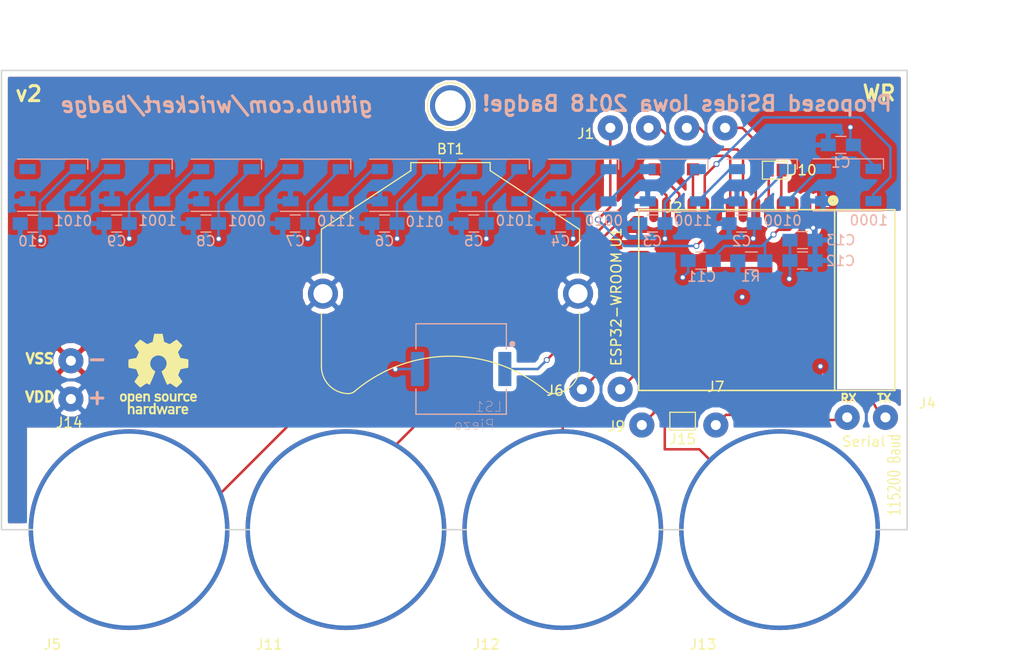
<source format=kicad_pcb>
(kicad_pcb (version 4) (host pcbnew 4.0.7)

  (general
    (links 89)
    (no_connects 12)
    (area 81.179999 90.24 186.92 154.745)
    (thickness 1.6)
    (drawings 23)
    (tracks 241)
    (zones 0)
    (modules 42)
    (nets 46)
  )

  (page A4)
  (layers
    (0 F.Cu signal)
    (31 B.Cu signal)
    (32 B.Adhes user)
    (33 F.Adhes user hide)
    (34 B.Paste user)
    (35 F.Paste user)
    (36 B.SilkS user)
    (37 F.SilkS user)
    (38 B.Mask user)
    (39 F.Mask user hide)
    (40 Dwgs.User user)
    (41 Cmts.User user)
    (42 Eco1.User user)
    (43 Eco2.User user hide)
    (44 Edge.Cuts user)
    (45 Margin user)
    (46 B.CrtYd user)
    (47 F.CrtYd user hide)
    (48 B.Fab user)
    (49 F.Fab user hide)
  )

  (setup
    (last_trace_width 0.25)
    (trace_clearance 0.2)
    (zone_clearance 0.508)
    (zone_45_only yes)
    (trace_min 0.2)
    (segment_width 0.15)
    (edge_width 0.15)
    (via_size 0.6)
    (via_drill 0.4)
    (via_min_size 0.4)
    (via_min_drill 0.3)
    (uvia_size 0.3)
    (uvia_drill 0.1)
    (uvias_allowed no)
    (uvia_min_size 0.2)
    (uvia_min_drill 0.1)
    (pcb_text_width 0.3)
    (pcb_text_size 1.5 1.5)
    (mod_edge_width 0.15)
    (mod_text_size 1 1)
    (mod_text_width 0.15)
    (pad_size 1.5 1.25)
    (pad_drill 0)
    (pad_to_mask_clearance 0.2)
    (aux_axis_origin 0 0)
    (grid_origin 147.32 128.397)
    (visible_elements FFFFF75F)
    (pcbplotparams
      (layerselection 0x00030_80000001)
      (usegerberextensions false)
      (excludeedgelayer true)
      (linewidth 0.100000)
      (plotframeref false)
      (viasonmask false)
      (mode 1)
      (useauxorigin false)
      (hpglpennumber 1)
      (hpglpenspeed 20)
      (hpglpendiameter 15)
      (hpglpenoverlay 2)
      (psnegative false)
      (psa4output false)
      (plotreference true)
      (plotvalue true)
      (plotinvisibletext false)
      (padsonsilk false)
      (subtractmaskfromsilk false)
      (outputformat 1)
      (mirror false)
      (drillshape 1)
      (scaleselection 1)
      (outputdirectory ""))
  )

  (net 0 "")
  (net 1 VDD)
  (net 2 VSS)
  (net 3 SPI)
  (net 4 "Net-(LED1-Pad2)")
  (net 5 "Net-(LED2-Pad2)")
  (net 6 "Net-(LED3-Pad2)")
  (net 7 "Net-(LED4-Pad2)")
  (net 8 "Net-(LED5-Pad2)")
  (net 9 "Net-(LED6-Pad2)")
  (net 10 "Net-(LED7-Pad2)")
  (net 11 "Net-(LED8-Pad2)")
  (net 12 "Net-(LED10-Pad4)")
  (net 13 "Net-(LED10-Pad2)")
  (net 14 IO23)
  (net 15 IO22)
  (net 16 TX)
  (net 17 RX)
  (net 18 IO21)
  (net 19 "Net-(U1-Pad32)")
  (net 20 IO19)
  (net 21 IO18)
  (net 22 IO5)
  (net 23 IO17)
  (net 24 IO16)
  (net 25 P0)
  (net 26 IO0)
  (net 27 P3)
  (net 28 SD1)
  (net 29 SD0)
  (net 30 CLK)
  (net 31 CMD)
  (net 32 SD3)
  (net 33 SD2)
  (net 34 IO13)
  (net 35 P1)
  (net 36 IO27)
  (net 37 IO26)
  (net 38 IO33)
  (net 39 IO32)
  (net 40 IO35)
  (net 41 IO34)
  (net 42 VN)
  (net 43 VP)
  (net 44 "Net-(C11-Pad1)")
  (net 45 P2)

  (net_class Default "This is the default net class."
    (clearance 0.2)
    (trace_width 0.25)
    (via_dia 0.6)
    (via_drill 0.4)
    (uvia_dia 0.3)
    (uvia_drill 0.1)
    (add_net CLK)
    (add_net CMD)
    (add_net IO0)
    (add_net IO13)
    (add_net IO16)
    (add_net IO17)
    (add_net IO18)
    (add_net IO19)
    (add_net IO21)
    (add_net IO22)
    (add_net IO23)
    (add_net IO26)
    (add_net IO27)
    (add_net IO32)
    (add_net IO33)
    (add_net IO34)
    (add_net IO35)
    (add_net IO5)
    (add_net "Net-(C11-Pad1)")
    (add_net "Net-(LED1-Pad2)")
    (add_net "Net-(LED10-Pad2)")
    (add_net "Net-(LED10-Pad4)")
    (add_net "Net-(LED2-Pad2)")
    (add_net "Net-(LED3-Pad2)")
    (add_net "Net-(LED4-Pad2)")
    (add_net "Net-(LED5-Pad2)")
    (add_net "Net-(LED6-Pad2)")
    (add_net "Net-(LED7-Pad2)")
    (add_net "Net-(LED8-Pad2)")
    (add_net "Net-(U1-Pad32)")
    (add_net P0)
    (add_net P1)
    (add_net P2)
    (add_net P3)
    (add_net RX)
    (add_net SD0)
    (add_net SD1)
    (add_net SD2)
    (add_net SD3)
    (add_net SPI)
    (add_net TX)
    (add_net VDD)
    (add_net VN)
    (add_net VP)
    (add_net VSS)
  )

  (module ESP32-footprints-Lib:ESP32-WROOM (layer F.Cu) (tedit 5B16B673) (tstamp 5AD8A579)
    (at 157.48 119.38 90)
    (path /5AD651A6)
    (fp_text reference U1 (at 6.223 -14.986 90) (layer F.SilkS)
      (effects (font (size 1 1) (thickness 0.15)))
    )
    (fp_text value ESP32-WROOM (at 5.715 14.224 90) (layer F.Fab)
      (effects (font (size 1 1) (thickness 0.15)))
    )
    (fp_circle (center 9.906 6.604) (end 10.033 6.858) (layer F.SilkS) (width 0.5))
    (fp_text user ESP32-WROOM (at -0.889 -14.986 270) (layer F.SilkS)
      (effects (font (size 1 1) (thickness 0.15)))
    )
    (fp_line (start -9 6.75) (end 9 6.75) (layer F.SilkS) (width 0.15))
    (fp_line (start 9 12.75) (end 9 -12.75) (layer F.SilkS) (width 0.15))
    (fp_line (start -9 12.75) (end -9 -12.75) (layer F.SilkS) (width 0.15))
    (fp_line (start -9 -12.75) (end 9 -12.75) (layer F.SilkS) (width 0.15))
    (fp_line (start -9 12.75) (end 9 12.75) (layer F.SilkS) (width 0.15))
    (pad 38 smd oval (at -9 5.25 90) (size 2.5 0.9) (layers F.Cu F.Paste F.Mask)
      (net 2 VSS))
    (pad 37 smd oval (at -9 3.98 90) (size 2.5 0.9) (layers F.Cu F.Paste F.Mask)
      (net 14 IO23))
    (pad 36 smd oval (at -9 2.71 90) (size 2.5 0.9) (layers F.Cu F.Paste F.Mask)
      (net 15 IO22))
    (pad 35 smd oval (at -9 1.44 90) (size 2.5 0.9) (layers F.Cu F.Paste F.Mask)
      (net 16 TX))
    (pad 34 smd oval (at -9 0.17 90) (size 2.5 0.9) (layers F.Cu F.Paste F.Mask)
      (net 17 RX))
    (pad 33 smd oval (at -9 -1.1 90) (size 2.5 0.9) (layers F.Cu F.Paste F.Mask)
      (net 18 IO21))
    (pad 32 smd oval (at -9 -2.37 90) (size 2.5 0.9) (layers F.Cu F.Paste F.Mask)
      (net 19 "Net-(U1-Pad32)"))
    (pad 31 smd oval (at -9 -3.64 90) (size 2.5 0.9) (layers F.Cu F.Paste F.Mask)
      (net 20 IO19))
    (pad 30 smd oval (at -9 -4.91 90) (size 2.5 0.9) (layers F.Cu F.Paste F.Mask)
      (net 21 IO18))
    (pad 29 smd oval (at -9 -6.18 90) (size 2.5 0.9) (layers F.Cu F.Paste F.Mask)
      (net 22 IO5))
    (pad 28 smd oval (at -9 -7.45 90) (size 2.5 0.9) (layers F.Cu F.Paste F.Mask)
      (net 23 IO17))
    (pad 27 smd oval (at -9 -8.72 90) (size 2.5 0.9) (layers F.Cu F.Paste F.Mask)
      (net 24 IO16))
    (pad 26 smd oval (at -9 -9.99 90) (size 2.5 0.9) (layers F.Cu F.Paste F.Mask)
      (net 25 P0))
    (pad 25 smd oval (at -9 -11.26 90) (size 2.5 0.9) (layers F.Cu F.Paste F.Mask)
      (net 26 IO0))
    (pad 24 smd oval (at -5.715 -12.75 90) (size 0.9 2.5) (layers F.Cu F.Paste F.Mask)
      (net 2 VSS))
    (pad 23 smd oval (at -4.445 -12.75 90) (size 0.9 2.5) (layers F.Cu F.Paste F.Mask)
      (net 27 P3))
    (pad 22 smd oval (at -3.175 -12.75 90) (size 0.9 2.5) (layers F.Cu F.Paste F.Mask)
      (net 28 SD1))
    (pad 21 smd oval (at -1.905 -12.75 90) (size 0.9 2.5) (layers F.Cu F.Paste F.Mask)
      (net 29 SD0))
    (pad 20 smd oval (at -0.635 -12.75 90) (size 0.9 2.5) (layers F.Cu F.Paste F.Mask)
      (net 30 CLK))
    (pad 19 smd oval (at 0.635 -12.75 90) (size 0.9 2.5) (layers F.Cu F.Paste F.Mask)
      (net 31 CMD))
    (pad 18 smd oval (at 1.905 -12.75 90) (size 0.9 2.5) (layers F.Cu F.Paste F.Mask)
      (net 32 SD3))
    (pad 17 smd oval (at 3.175 -12.75 90) (size 0.9 2.5) (layers F.Cu F.Paste F.Mask)
      (net 33 SD2))
    (pad 16 smd oval (at 4.445 -12.75 90) (size 0.9 2.5) (layers F.Cu F.Paste F.Mask)
      (net 34 IO13))
    (pad 15 smd oval (at 5.715 -12.75 90) (size 0.9 2.5) (layers F.Cu F.Paste F.Mask)
      (net 2 VSS))
    (pad 14 smd oval (at 9 -11.26 90) (size 2.5 0.9) (layers F.Cu F.Paste F.Mask)
      (net 35 P1))
    (pad 13 smd oval (at 9 -9.99 90) (size 2.5 0.9) (layers F.Cu F.Paste F.Mask)
      (net 45 P2))
    (pad 12 smd oval (at 9 -8.72 90) (size 2.5 0.9) (layers F.Cu F.Paste F.Mask)
      (net 36 IO27))
    (pad 11 smd oval (at 9 -7.45 90) (size 2.5 0.9) (layers F.Cu F.Paste F.Mask)
      (net 37 IO26))
    (pad 10 smd oval (at 9 -6.18 90) (size 2.5 0.9) (layers F.Cu F.Paste F.Mask)
      (net 3 SPI))
    (pad 9 smd oval (at 9 -4.91 90) (size 2.5 0.9) (layers F.Cu F.Paste F.Mask)
      (net 38 IO33))
    (pad 8 smd oval (at 9 -3.64 90) (size 2.5 0.9) (layers F.Cu F.Paste F.Mask)
      (net 39 IO32))
    (pad 7 smd oval (at 9 -2.37 90) (size 2.5 0.9) (layers F.Cu F.Paste F.Mask)
      (net 40 IO35))
    (pad 6 smd oval (at 9 -1.1 90) (size 2.5 0.9) (layers F.Cu F.Paste F.Mask)
      (net 41 IO34))
    (pad 5 smd oval (at 9 0.17 90) (size 2.5 0.9) (layers F.Cu F.Paste F.Mask)
      (net 42 VN))
    (pad 4 smd oval (at 9 1.44 90) (size 2.5 0.9) (layers F.Cu F.Paste F.Mask)
      (net 43 VP))
    (pad 3 smd oval (at 9 2.71 90) (size 2.5 0.9) (layers F.Cu F.Paste F.Mask)
      (net 44 "Net-(C11-Pad1)"))
    (pad 2 smd oval (at 9 3.98 90) (size 2.5 0.9) (layers F.Cu F.Paste F.Mask)
      (net 1 VDD))
    (pad 1 smd oval (at 9 5.25 90) (size 2.5 0.9) (layers F.Cu F.Paste F.Mask)
      (net 2 VSS))
    (pad 39 smd rect (at 0.3 -2.45 90) (size 6 6) (layers F.Cu F.Paste F.Mask)
      (net 2 VSS))
  )

  (module LEDs:LED_WS2812B-PLCC4 (layer B.Cu) (tedit 5AF8E376) (tstamp 5AD8A540)
    (at 86.37 107.947)
    (descr http://www.world-semi.com/uploads/soft/150522/1-150522091P5.pdf)
    (tags "LED NeoPixel")
    (path /5AD65818)
    (attr smd)
    (fp_text reference 0101 (at 2.032 3.556) (layer B.SilkS)
      (effects (font (size 1 1) (thickness 0.15)) (justify mirror))
    )
    (fp_text value WS2812B (at 0 -4) (layer B.Fab)
      (effects (font (size 1 1) (thickness 0.15)) (justify mirror))
    )
    (fp_line (start 3.75 2.85) (end -3.75 2.85) (layer B.CrtYd) (width 0.05))
    (fp_line (start 3.75 -2.85) (end 3.75 2.85) (layer B.CrtYd) (width 0.05))
    (fp_line (start -3.75 -2.85) (end 3.75 -2.85) (layer B.CrtYd) (width 0.05))
    (fp_line (start -3.75 2.85) (end -3.75 -2.85) (layer B.CrtYd) (width 0.05))
    (fp_line (start 2.5 -1.5) (end 1.5 -2.5) (layer B.Fab) (width 0.1))
    (fp_line (start -2.5 2.5) (end -2.5 -2.5) (layer B.Fab) (width 0.1))
    (fp_line (start -2.5 -2.5) (end 2.5 -2.5) (layer B.Fab) (width 0.1))
    (fp_line (start 2.5 -2.5) (end 2.5 2.5) (layer B.Fab) (width 0.1))
    (fp_line (start 2.5 2.5) (end -2.5 2.5) (layer B.Fab) (width 0.1))
    (fp_line (start -3.5 2.6) (end 3.5 2.6) (layer B.SilkS) (width 0.12))
    (fp_line (start -3.5 -2.6) (end 3.5 -2.6) (layer B.SilkS) (width 0.12))
    (fp_line (start 3.5 -2.6) (end 3.5 -1.6) (layer B.SilkS) (width 0.12))
    (fp_circle (center 0 0) (end 0 2) (layer B.Fab) (width 0.1))
    (pad 3 smd rect (at 2.5 -1.6) (size 1.6 1) (layers B.Cu B.Paste B.Mask)
      (net 2 VSS))
    (pad 4 smd rect (at 2.5 1.6) (size 1.6 1) (layers B.Cu B.Paste B.Mask)
      (net 12 "Net-(LED10-Pad4)"))
    (pad 2 smd rect (at -2.5 -1.6) (size 1.6 1) (layers B.Cu B.Paste B.Mask)
      (net 13 "Net-(LED10-Pad2)"))
    (pad 1 smd rect (at -2.5 1.6) (size 1.6 1) (layers B.Cu B.Paste B.Mask)
      (net 1 VDD))
    (model ${KISYS3DMOD}/LEDs.3dshapes/LED_WS2812B-PLCC4.wrl
      (at (xyz 0 0 0))
      (scale (xyz 0.39 0.39 0.39))
      (rotate (xyz 0 0 180))
    )
  )

  (module LEDs:LED_WS2812B-PLCC4 (layer B.Cu) (tedit 5AF8DBCF) (tstamp 5AD8A530)
    (at 103.665 107.95)
    (descr http://www.world-semi.com/uploads/soft/150522/1-150522091P5.pdf)
    (tags "LED NeoPixel")
    (path /5AD65860)
    (attr smd)
    (fp_text reference 0001 (at 2.04724 3.556) (layer B.SilkS)
      (effects (font (size 1 1) (thickness 0.15)) (justify mirror))
    )
    (fp_text value WS2812B (at 0 -4) (layer B.Fab)
      (effects (font (size 1 1) (thickness 0.15)) (justify mirror))
    )
    (fp_line (start 3.75 2.85) (end -3.75 2.85) (layer B.CrtYd) (width 0.05))
    (fp_line (start 3.75 -2.85) (end 3.75 2.85) (layer B.CrtYd) (width 0.05))
    (fp_line (start -3.75 -2.85) (end 3.75 -2.85) (layer B.CrtYd) (width 0.05))
    (fp_line (start -3.75 2.85) (end -3.75 -2.85) (layer B.CrtYd) (width 0.05))
    (fp_line (start 2.5 -1.5) (end 1.5 -2.5) (layer B.Fab) (width 0.1))
    (fp_line (start -2.5 2.5) (end -2.5 -2.5) (layer B.Fab) (width 0.1))
    (fp_line (start -2.5 -2.5) (end 2.5 -2.5) (layer B.Fab) (width 0.1))
    (fp_line (start 2.5 -2.5) (end 2.5 2.5) (layer B.Fab) (width 0.1))
    (fp_line (start 2.5 2.5) (end -2.5 2.5) (layer B.Fab) (width 0.1))
    (fp_line (start -3.5 2.6) (end 3.5 2.6) (layer B.SilkS) (width 0.12))
    (fp_line (start -3.5 -2.6) (end 3.5 -2.6) (layer B.SilkS) (width 0.12))
    (fp_line (start 3.5 -2.6) (end 3.5 -1.6) (layer B.SilkS) (width 0.12))
    (fp_circle (center 0 0) (end 0 2) (layer B.Fab) (width 0.1))
    (pad 3 smd rect (at 2.5 -1.6) (size 1.6 1) (layers B.Cu B.Paste B.Mask)
      (net 2 VSS))
    (pad 4 smd rect (at 2.5 1.6) (size 1.6 1) (layers B.Cu B.Paste B.Mask)
      (net 10 "Net-(LED7-Pad2)"))
    (pad 2 smd rect (at -2.5 -1.6) (size 1.6 1) (layers B.Cu B.Paste B.Mask)
      (net 11 "Net-(LED8-Pad2)"))
    (pad 1 smd rect (at -2.5 1.6) (size 1.6 1) (layers B.Cu B.Paste B.Mask)
      (net 1 VDD))
    (model ${KISYS3DMOD}/LEDs.3dshapes/LED_WS2812B-PLCC4.wrl
      (at (xyz 0 0 0))
      (scale (xyz 0.39 0.39 0.39))
      (rotate (xyz 0 0 180))
    )
  )

  (module LEDs:LED_WS2812B-PLCC4 (layer B.Cu) (tedit 5AF8DC17) (tstamp 5AD8A500)
    (at 157.005 107.95)
    (descr http://www.world-semi.com/uploads/soft/150522/1-150522091P5.pdf)
    (tags "LED NeoPixel")
    (path /5AD6579A)
    (attr smd)
    (fp_text reference 0100 (at 2.04724 3.52044) (layer B.SilkS)
      (effects (font (size 1 1) (thickness 0.15)) (justify mirror))
    )
    (fp_text value WS2812B (at 0 -4) (layer B.Fab)
      (effects (font (size 1 1) (thickness 0.15)) (justify mirror))
    )
    (fp_line (start 3.75 2.85) (end -3.75 2.85) (layer B.CrtYd) (width 0.05))
    (fp_line (start 3.75 -2.85) (end 3.75 2.85) (layer B.CrtYd) (width 0.05))
    (fp_line (start -3.75 -2.85) (end 3.75 -2.85) (layer B.CrtYd) (width 0.05))
    (fp_line (start -3.75 2.85) (end -3.75 -2.85) (layer B.CrtYd) (width 0.05))
    (fp_line (start 2.5 -1.5) (end 1.5 -2.5) (layer B.Fab) (width 0.1))
    (fp_line (start -2.5 2.5) (end -2.5 -2.5) (layer B.Fab) (width 0.1))
    (fp_line (start -2.5 -2.5) (end 2.5 -2.5) (layer B.Fab) (width 0.1))
    (fp_line (start 2.5 -2.5) (end 2.5 2.5) (layer B.Fab) (width 0.1))
    (fp_line (start 2.5 2.5) (end -2.5 2.5) (layer B.Fab) (width 0.1))
    (fp_line (start -3.5 2.6) (end 3.5 2.6) (layer B.SilkS) (width 0.12))
    (fp_line (start -3.5 -2.6) (end 3.5 -2.6) (layer B.SilkS) (width 0.12))
    (fp_line (start 3.5 -2.6) (end 3.5 -1.6) (layer B.SilkS) (width 0.12))
    (fp_circle (center 0 0) (end 0 2) (layer B.Fab) (width 0.1))
    (pad 3 smd rect (at 2.5 -1.6) (size 1.6 1) (layers B.Cu B.Paste B.Mask)
      (net 2 VSS))
    (pad 4 smd rect (at 2.5 1.6) (size 1.6 1) (layers B.Cu B.Paste B.Mask)
      (net 4 "Net-(LED1-Pad2)"))
    (pad 2 smd rect (at -2.5 -1.6) (size 1.6 1) (layers B.Cu B.Paste B.Mask)
      (net 5 "Net-(LED2-Pad2)"))
    (pad 1 smd rect (at -2.5 1.6) (size 1.6 1) (layers B.Cu B.Paste B.Mask)
      (net 1 VDD))
    (model ${KISYS3DMOD}/LEDs.3dshapes/LED_WS2812B-PLCC4.wrl
      (at (xyz 0 0 0))
      (scale (xyz 0.39 0.39 0.39))
      (rotate (xyz 0 0 180))
    )
  )

  (module Battery_Holders:Keystone_3009_1x2450-CoinCell (layer F.Cu) (tedit 58972349) (tstamp 5AD8A4A2)
    (at 125.984 118.745)
    (descr http://www.keyelco.com/product-pdf.cfm?p=787)
    (tags "Keystone type 3009 coin cell retainer")
    (path /5AD687D0)
    (fp_text reference BT1 (at 0 -14.4) (layer F.SilkS)
      (effects (font (size 1 1) (thickness 0.15)))
    )
    (fp_text value Battery_Cell (at 0 14) (layer F.Fab)
      (effects (font (size 1 1) (thickness 0.15)))
    )
    (fp_arc (start 0 0) (end 0 12.8) (angle -41.7) (layer F.CrtYd) (width 0.05))
    (fp_arc (start 0 21) (end 9.15 10.05) (angle -3.2) (layer F.CrtYd) (width 0.05))
    (fp_arc (start 0 0) (end 0 12.8) (angle 41.7) (layer F.CrtYd) (width 0.05))
    (fp_arc (start 0 21) (end -9.15 10.05) (angle 3.2) (layer F.CrtYd) (width 0.05))
    (fp_arc (start 10.15 9) (end 10.15 10.45) (angle 45) (layer F.CrtYd) (width 0.05))
    (fp_arc (start -10.15 9) (end -10.15 10.45) (angle -45) (layer F.CrtYd) (width 0.05))
    (fp_arc (start 10.15 7.25) (end 10.15 10.45) (angle -90) (layer F.CrtYd) (width 0.05))
    (fp_arc (start -10.15 7.25) (end -10.15 10.45) (angle 90) (layer F.CrtYd) (width 0.05))
    (fp_arc (start 12.7 0) (end 13.35 1.95) (angle -143) (layer F.CrtYd) (width 0.05))
    (fp_arc (start -12.7 0) (end -13.35 1.95) (angle 143) (layer F.CrtYd) (width 0.05))
    (fp_arc (start 0 21) (end -9.55 9.73) (angle 80) (layer F.SilkS) (width 0.12))
    (fp_arc (start 10.15 9) (end 10.15 9.95) (angle 45) (layer F.SilkS) (width 0.12))
    (fp_arc (start -10.15 9) (end -10.15 9.95) (angle -45) (layer F.SilkS) (width 0.12))
    (fp_arc (start 10.15 9) (end 10.15 9.8) (angle 45) (layer F.Fab) (width 0.1))
    (fp_arc (start -10.15 9) (end -10.15 9.8) (angle -45) (layer F.Fab) (width 0.1))
    (fp_arc (start 0 21) (end -9.6 9.58) (angle 80) (layer F.Fab) (width 0.1))
    (fp_arc (start -10.15 7.25) (end -10.15 9.95) (angle 90) (layer F.SilkS) (width 0.12))
    (fp_arc (start 10.15 7.25) (end 10.15 9.95) (angle -90) (layer F.SilkS) (width 0.12))
    (fp_line (start 12.85 1.9) (end 12.85 7.3) (layer F.SilkS) (width 0.12))
    (fp_line (start -12.85 1.9) (end -12.85 7.3) (layer F.SilkS) (width 0.12))
    (fp_arc (start 10.15 7.25) (end 10.15 9.8) (angle -90) (layer F.Fab) (width 0.1))
    (fp_arc (start -10.15 7.25) (end -10.15 9.8) (angle 90) (layer F.Fab) (width 0.1))
    (fp_circle (center 0 0) (end 12.25 0) (layer Dwgs.User) (width 0.15))
    (fp_line (start 12.85 -6.4) (end 12.85 -1.9) (layer F.SilkS) (width 0.12))
    (fp_line (start -12.85 -6.4) (end -12.85 -1.9) (layer F.SilkS) (width 0.12))
    (fp_line (start 13.35 -6.7) (end 13.35 -1.95) (layer F.CrtYd) (width 0.05))
    (fp_line (start -13.35 1.95) (end -13.35 7.3) (layer F.CrtYd) (width 0.05))
    (fp_line (start -13.35 -6.7) (end -13.35 -1.95) (layer F.CrtYd) (width 0.05))
    (fp_line (start 13.35 1.95) (end 13.35 7.3) (layer F.CrtYd) (width 0.05))
    (fp_line (start 12.7 -6.35) (end 12.7 7.3) (layer F.Fab) (width 0.1))
    (fp_line (start -12.7 -6.35) (end -12.7 7.3) (layer F.Fab) (width 0.1))
    (fp_line (start 4.45 -13.55) (end 4.45 -12.55) (layer F.CrtYd) (width 0.05))
    (fp_line (start -4.45 -13.55) (end 4.45 -13.55) (layer F.CrtYd) (width 0.05))
    (fp_line (start -4.45 -13.55) (end -4.45 -12.55) (layer F.CrtYd) (width 0.05))
    (fp_line (start 4.45 -12.55) (end 13.35 -6.7) (layer F.CrtYd) (width 0.05))
    (fp_line (start 3.95 -12.25) (end 12.85 -6.4) (layer F.SilkS) (width 0.12))
    (fp_line (start 3.95 -13.05) (end 3.95 -12.25) (layer F.SilkS) (width 0.12))
    (fp_line (start -3.95 -13.05) (end 3.95 -13.05) (layer F.SilkS) (width 0.12))
    (fp_line (start -3.95 -13.05) (end -3.95 -12.25) (layer F.SilkS) (width 0.12))
    (fp_line (start -3.95 -12.25) (end -12.85 -6.4) (layer F.SilkS) (width 0.12))
    (fp_line (start 3.8 -12.2) (end 12.7 -6.35) (layer F.Fab) (width 0.1))
    (fp_line (start -3.8 -12.2) (end -12.7 -6.35) (layer F.Fab) (width 0.1))
    (fp_line (start -3.8 -12.9) (end -3.8 -12.2) (layer F.Fab) (width 0.1))
    (fp_line (start 3.8 -12.9) (end 3.8 -12.2) (layer F.Fab) (width 0.1))
    (fp_line (start -3.8 -12.9) (end 3.8 -12.9) (layer F.Fab) (width 0.1))
    (fp_line (start -4.45 -12.55) (end -13.35 -6.7) (layer F.CrtYd) (width 0.05))
    (pad 1 thru_hole circle (at -12.7 0) (size 3 3) (drill 1.9) (layers *.Cu *.Mask)
      (net 1 VDD))
    (pad 1 thru_hole circle (at 12.7 0) (size 3 3) (drill 1.9) (layers *.Cu *.Mask)
      (net 1 VDD))
    (pad 2 smd rect (at 0 0) (size 8 8) (layers F.Cu F.Mask)
      (net 2 VSS))
    (model Battery_Holders.3dshapes/Keystone_3009_1x2450-CoinCell.wrl
      (at (xyz 0 0 0))
      (scale (xyz 1 1 1))
      (rotate (xyz 0 0 0))
    )
  )

  (module Capacitors_SMD:C_0805_HandSoldering (layer B.Cu) (tedit 58AA84A8) (tstamp 5AD8A4A8)
    (at 164.85 103.937)
    (descr "Capacitor SMD 0805, hand soldering")
    (tags "capacitor 0805")
    (path /5AD66D2E)
    (attr smd)
    (fp_text reference C1 (at 0 1.75) (layer B.SilkS)
      (effects (font (size 1 1) (thickness 0.15)) (justify mirror))
    )
    (fp_text value 0.1uF (at 0 -1.75) (layer B.Fab)
      (effects (font (size 1 1) (thickness 0.15)) (justify mirror))
    )
    (fp_text user %R (at 0 1.75) (layer B.Fab)
      (effects (font (size 1 1) (thickness 0.15)) (justify mirror))
    )
    (fp_line (start -1 -0.62) (end -1 0.62) (layer B.Fab) (width 0.1))
    (fp_line (start 1 -0.62) (end -1 -0.62) (layer B.Fab) (width 0.1))
    (fp_line (start 1 0.62) (end 1 -0.62) (layer B.Fab) (width 0.1))
    (fp_line (start -1 0.62) (end 1 0.62) (layer B.Fab) (width 0.1))
    (fp_line (start 0.5 0.85) (end -0.5 0.85) (layer B.SilkS) (width 0.12))
    (fp_line (start -0.5 -0.85) (end 0.5 -0.85) (layer B.SilkS) (width 0.12))
    (fp_line (start -2.25 0.88) (end 2.25 0.88) (layer B.CrtYd) (width 0.05))
    (fp_line (start -2.25 0.88) (end -2.25 -0.87) (layer B.CrtYd) (width 0.05))
    (fp_line (start 2.25 -0.87) (end 2.25 0.88) (layer B.CrtYd) (width 0.05))
    (fp_line (start 2.25 -0.87) (end -2.25 -0.87) (layer B.CrtYd) (width 0.05))
    (pad 1 smd rect (at -1.25 0) (size 1.5 1.25) (layers B.Cu B.Paste B.Mask)
      (net 1 VDD))
    (pad 2 smd rect (at 1.25 0) (size 1.5 1.25) (layers B.Cu B.Paste B.Mask)
      (net 2 VSS))
    (model Capacitors_SMD.3dshapes/C_0805.wrl
      (at (xyz 0 0 0))
      (scale (xyz 1 1 1))
      (rotate (xyz 0 0 0))
    )
  )

  (module Capacitors_SMD:C_0805_HandSoldering (layer B.Cu) (tedit 58AA84A8) (tstamp 5AD8A4AE)
    (at 154.973 111.76)
    (descr "Capacitor SMD 0805, hand soldering")
    (tags "capacitor 0805")
    (path /5AD66DB2)
    (attr smd)
    (fp_text reference C2 (at 0 1.75) (layer B.SilkS)
      (effects (font (size 1 1) (thickness 0.15)) (justify mirror))
    )
    (fp_text value 0.1uF (at 0 -1.75) (layer B.Fab)
      (effects (font (size 1 1) (thickness 0.15)) (justify mirror))
    )
    (fp_text user %R (at 0 1.75) (layer B.Fab)
      (effects (font (size 1 1) (thickness 0.15)) (justify mirror))
    )
    (fp_line (start -1 -0.62) (end -1 0.62) (layer B.Fab) (width 0.1))
    (fp_line (start 1 -0.62) (end -1 -0.62) (layer B.Fab) (width 0.1))
    (fp_line (start 1 0.62) (end 1 -0.62) (layer B.Fab) (width 0.1))
    (fp_line (start -1 0.62) (end 1 0.62) (layer B.Fab) (width 0.1))
    (fp_line (start 0.5 0.85) (end -0.5 0.85) (layer B.SilkS) (width 0.12))
    (fp_line (start -0.5 -0.85) (end 0.5 -0.85) (layer B.SilkS) (width 0.12))
    (fp_line (start -2.25 0.88) (end 2.25 0.88) (layer B.CrtYd) (width 0.05))
    (fp_line (start -2.25 0.88) (end -2.25 -0.87) (layer B.CrtYd) (width 0.05))
    (fp_line (start 2.25 -0.87) (end 2.25 0.88) (layer B.CrtYd) (width 0.05))
    (fp_line (start 2.25 -0.87) (end -2.25 -0.87) (layer B.CrtYd) (width 0.05))
    (pad 1 smd rect (at -1.25 0) (size 1.5 1.25) (layers B.Cu B.Paste B.Mask)
      (net 1 VDD))
    (pad 2 smd rect (at 1.25 0) (size 1.5 1.25) (layers B.Cu B.Paste B.Mask)
      (net 2 VSS))
    (model Capacitors_SMD.3dshapes/C_0805.wrl
      (at (xyz 0 0 0))
      (scale (xyz 1 1 1))
      (rotate (xyz 0 0 0))
    )
  )

  (module Capacitors_SMD:C_0805_HandSoldering (layer B.Cu) (tedit 58AA84A8) (tstamp 5AD8A4B4)
    (at 146.083 111.76)
    (descr "Capacitor SMD 0805, hand soldering")
    (tags "capacitor 0805")
    (path /5AD66F1D)
    (attr smd)
    (fp_text reference C3 (at 0 1.75) (layer B.SilkS)
      (effects (font (size 1 1) (thickness 0.15)) (justify mirror))
    )
    (fp_text value 0.1uF (at 0 -1.75) (layer B.Fab)
      (effects (font (size 1 1) (thickness 0.15)) (justify mirror))
    )
    (fp_text user %R (at 0 1.75) (layer B.Fab)
      (effects (font (size 1 1) (thickness 0.15)) (justify mirror))
    )
    (fp_line (start -1 -0.62) (end -1 0.62) (layer B.Fab) (width 0.1))
    (fp_line (start 1 -0.62) (end -1 -0.62) (layer B.Fab) (width 0.1))
    (fp_line (start 1 0.62) (end 1 -0.62) (layer B.Fab) (width 0.1))
    (fp_line (start -1 0.62) (end 1 0.62) (layer B.Fab) (width 0.1))
    (fp_line (start 0.5 0.85) (end -0.5 0.85) (layer B.SilkS) (width 0.12))
    (fp_line (start -0.5 -0.85) (end 0.5 -0.85) (layer B.SilkS) (width 0.12))
    (fp_line (start -2.25 0.88) (end 2.25 0.88) (layer B.CrtYd) (width 0.05))
    (fp_line (start -2.25 0.88) (end -2.25 -0.87) (layer B.CrtYd) (width 0.05))
    (fp_line (start 2.25 -0.87) (end 2.25 0.88) (layer B.CrtYd) (width 0.05))
    (fp_line (start 2.25 -0.87) (end -2.25 -0.87) (layer B.CrtYd) (width 0.05))
    (pad 1 smd rect (at -1.25 0) (size 1.5 1.25) (layers B.Cu B.Paste B.Mask)
      (net 1 VDD))
    (pad 2 smd rect (at 1.25 0) (size 1.5 1.25) (layers B.Cu B.Paste B.Mask)
      (net 2 VSS))
    (model Capacitors_SMD.3dshapes/C_0805.wrl
      (at (xyz 0 0 0))
      (scale (xyz 1 1 1))
      (rotate (xyz 0 0 0))
    )
  )

  (module Capacitors_SMD:C_0805_HandSoldering (layer B.Cu) (tedit 58AA84A8) (tstamp 5AD8A4BA)
    (at 136.939 111.76)
    (descr "Capacitor SMD 0805, hand soldering")
    (tags "capacitor 0805")
    (path /5AD66F97)
    (attr smd)
    (fp_text reference C4 (at 0 1.75) (layer B.SilkS)
      (effects (font (size 1 1) (thickness 0.15)) (justify mirror))
    )
    (fp_text value 0.1uF (at 0 -1.75) (layer B.Fab)
      (effects (font (size 1 1) (thickness 0.15)) (justify mirror))
    )
    (fp_text user %R (at 0 1.75) (layer B.Fab)
      (effects (font (size 1 1) (thickness 0.15)) (justify mirror))
    )
    (fp_line (start -1 -0.62) (end -1 0.62) (layer B.Fab) (width 0.1))
    (fp_line (start 1 -0.62) (end -1 -0.62) (layer B.Fab) (width 0.1))
    (fp_line (start 1 0.62) (end 1 -0.62) (layer B.Fab) (width 0.1))
    (fp_line (start -1 0.62) (end 1 0.62) (layer B.Fab) (width 0.1))
    (fp_line (start 0.5 0.85) (end -0.5 0.85) (layer B.SilkS) (width 0.12))
    (fp_line (start -0.5 -0.85) (end 0.5 -0.85) (layer B.SilkS) (width 0.12))
    (fp_line (start -2.25 0.88) (end 2.25 0.88) (layer B.CrtYd) (width 0.05))
    (fp_line (start -2.25 0.88) (end -2.25 -0.87) (layer B.CrtYd) (width 0.05))
    (fp_line (start 2.25 -0.87) (end 2.25 0.88) (layer B.CrtYd) (width 0.05))
    (fp_line (start 2.25 -0.87) (end -2.25 -0.87) (layer B.CrtYd) (width 0.05))
    (pad 1 smd rect (at -1.25 0) (size 1.5 1.25) (layers B.Cu B.Paste B.Mask)
      (net 1 VDD))
    (pad 2 smd rect (at 1.25 0) (size 1.5 1.25) (layers B.Cu B.Paste B.Mask)
      (net 2 VSS))
    (model Capacitors_SMD.3dshapes/C_0805.wrl
      (at (xyz 0 0 0))
      (scale (xyz 1 1 1))
      (rotate (xyz 0 0 0))
    )
  )

  (module Capacitors_SMD:C_0805_HandSoldering (layer B.Cu) (tedit 58AA84A8) (tstamp 5AD8A4C0)
    (at 128.303 111.76)
    (descr "Capacitor SMD 0805, hand soldering")
    (tags "capacitor 0805")
    (path /5AD67015)
    (attr smd)
    (fp_text reference C5 (at 0 1.75) (layer B.SilkS)
      (effects (font (size 1 1) (thickness 0.15)) (justify mirror))
    )
    (fp_text value 0.1uF (at 0 -1.75) (layer B.Fab)
      (effects (font (size 1 1) (thickness 0.15)) (justify mirror))
    )
    (fp_text user %R (at 0 1.75) (layer B.Fab)
      (effects (font (size 1 1) (thickness 0.15)) (justify mirror))
    )
    (fp_line (start -1 -0.62) (end -1 0.62) (layer B.Fab) (width 0.1))
    (fp_line (start 1 -0.62) (end -1 -0.62) (layer B.Fab) (width 0.1))
    (fp_line (start 1 0.62) (end 1 -0.62) (layer B.Fab) (width 0.1))
    (fp_line (start -1 0.62) (end 1 0.62) (layer B.Fab) (width 0.1))
    (fp_line (start 0.5 0.85) (end -0.5 0.85) (layer B.SilkS) (width 0.12))
    (fp_line (start -0.5 -0.85) (end 0.5 -0.85) (layer B.SilkS) (width 0.12))
    (fp_line (start -2.25 0.88) (end 2.25 0.88) (layer B.CrtYd) (width 0.05))
    (fp_line (start -2.25 0.88) (end -2.25 -0.87) (layer B.CrtYd) (width 0.05))
    (fp_line (start 2.25 -0.87) (end 2.25 0.88) (layer B.CrtYd) (width 0.05))
    (fp_line (start 2.25 -0.87) (end -2.25 -0.87) (layer B.CrtYd) (width 0.05))
    (pad 1 smd rect (at -1.25 0) (size 1.5 1.25) (layers B.Cu B.Paste B.Mask)
      (net 1 VDD))
    (pad 2 smd rect (at 1.25 0) (size 1.5 1.25) (layers B.Cu B.Paste B.Mask)
      (net 2 VSS))
    (model Capacitors_SMD.3dshapes/C_0805.wrl
      (at (xyz 0 0 0))
      (scale (xyz 1 1 1))
      (rotate (xyz 0 0 0))
    )
  )

  (module Capacitors_SMD:C_0805_HandSoldering (layer B.Cu) (tedit 58AA84A8) (tstamp 5AD8A4C6)
    (at 119.413 111.76)
    (descr "Capacitor SMD 0805, hand soldering")
    (tags "capacitor 0805")
    (path /5AD6716D)
    (attr smd)
    (fp_text reference C6 (at 0 1.75) (layer B.SilkS)
      (effects (font (size 1 1) (thickness 0.15)) (justify mirror))
    )
    (fp_text value 0.1uF (at 0 -1.75) (layer B.Fab)
      (effects (font (size 1 1) (thickness 0.15)) (justify mirror))
    )
    (fp_text user %R (at 0 1.75) (layer B.Fab)
      (effects (font (size 1 1) (thickness 0.15)) (justify mirror))
    )
    (fp_line (start -1 -0.62) (end -1 0.62) (layer B.Fab) (width 0.1))
    (fp_line (start 1 -0.62) (end -1 -0.62) (layer B.Fab) (width 0.1))
    (fp_line (start 1 0.62) (end 1 -0.62) (layer B.Fab) (width 0.1))
    (fp_line (start -1 0.62) (end 1 0.62) (layer B.Fab) (width 0.1))
    (fp_line (start 0.5 0.85) (end -0.5 0.85) (layer B.SilkS) (width 0.12))
    (fp_line (start -0.5 -0.85) (end 0.5 -0.85) (layer B.SilkS) (width 0.12))
    (fp_line (start -2.25 0.88) (end 2.25 0.88) (layer B.CrtYd) (width 0.05))
    (fp_line (start -2.25 0.88) (end -2.25 -0.87) (layer B.CrtYd) (width 0.05))
    (fp_line (start 2.25 -0.87) (end 2.25 0.88) (layer B.CrtYd) (width 0.05))
    (fp_line (start 2.25 -0.87) (end -2.25 -0.87) (layer B.CrtYd) (width 0.05))
    (pad 1 smd rect (at -1.25 0) (size 1.5 1.25) (layers B.Cu B.Paste B.Mask)
      (net 1 VDD))
    (pad 2 smd rect (at 1.25 0) (size 1.5 1.25) (layers B.Cu B.Paste B.Mask)
      (net 2 VSS))
    (model Capacitors_SMD.3dshapes/C_0805.wrl
      (at (xyz 0 0 0))
      (scale (xyz 1 1 1))
      (rotate (xyz 0 0 0))
    )
  )

  (module Capacitors_SMD:C_0805_HandSoldering (layer B.Cu) (tedit 58AA84A8) (tstamp 5AD8A4CC)
    (at 110.523 111.76)
    (descr "Capacitor SMD 0805, hand soldering")
    (tags "capacitor 0805")
    (path /5AD671F9)
    (attr smd)
    (fp_text reference C7 (at 0 1.75) (layer B.SilkS)
      (effects (font (size 1 1) (thickness 0.15)) (justify mirror))
    )
    (fp_text value 0.1uF (at 0 -1.75) (layer B.Fab)
      (effects (font (size 1 1) (thickness 0.15)) (justify mirror))
    )
    (fp_text user %R (at 0 1.75) (layer B.Fab)
      (effects (font (size 1 1) (thickness 0.15)) (justify mirror))
    )
    (fp_line (start -1 -0.62) (end -1 0.62) (layer B.Fab) (width 0.1))
    (fp_line (start 1 -0.62) (end -1 -0.62) (layer B.Fab) (width 0.1))
    (fp_line (start 1 0.62) (end 1 -0.62) (layer B.Fab) (width 0.1))
    (fp_line (start -1 0.62) (end 1 0.62) (layer B.Fab) (width 0.1))
    (fp_line (start 0.5 0.85) (end -0.5 0.85) (layer B.SilkS) (width 0.12))
    (fp_line (start -0.5 -0.85) (end 0.5 -0.85) (layer B.SilkS) (width 0.12))
    (fp_line (start -2.25 0.88) (end 2.25 0.88) (layer B.CrtYd) (width 0.05))
    (fp_line (start -2.25 0.88) (end -2.25 -0.87) (layer B.CrtYd) (width 0.05))
    (fp_line (start 2.25 -0.87) (end 2.25 0.88) (layer B.CrtYd) (width 0.05))
    (fp_line (start 2.25 -0.87) (end -2.25 -0.87) (layer B.CrtYd) (width 0.05))
    (pad 1 smd rect (at -1.25 0) (size 1.5 1.25) (layers B.Cu B.Paste B.Mask)
      (net 1 VDD))
    (pad 2 smd rect (at 1.25 0) (size 1.5 1.25) (layers B.Cu B.Paste B.Mask)
      (net 2 VSS))
    (model Capacitors_SMD.3dshapes/C_0805.wrl
      (at (xyz 0 0 0))
      (scale (xyz 1 1 1))
      (rotate (xyz 0 0 0))
    )
  )

  (module Capacitors_SMD:C_0805_HandSoldering (layer B.Cu) (tedit 58AA84A8) (tstamp 5AD8A4D2)
    (at 101.633 111.76)
    (descr "Capacitor SMD 0805, hand soldering")
    (tags "capacitor 0805")
    (path /5AD673B1)
    (attr smd)
    (fp_text reference C8 (at 0 1.75) (layer B.SilkS)
      (effects (font (size 1 1) (thickness 0.15)) (justify mirror))
    )
    (fp_text value 0.1uF (at 0 -1.75) (layer B.Fab)
      (effects (font (size 1 1) (thickness 0.15)) (justify mirror))
    )
    (fp_text user %R (at 0 1.75) (layer B.Fab)
      (effects (font (size 1 1) (thickness 0.15)) (justify mirror))
    )
    (fp_line (start -1 -0.62) (end -1 0.62) (layer B.Fab) (width 0.1))
    (fp_line (start 1 -0.62) (end -1 -0.62) (layer B.Fab) (width 0.1))
    (fp_line (start 1 0.62) (end 1 -0.62) (layer B.Fab) (width 0.1))
    (fp_line (start -1 0.62) (end 1 0.62) (layer B.Fab) (width 0.1))
    (fp_line (start 0.5 0.85) (end -0.5 0.85) (layer B.SilkS) (width 0.12))
    (fp_line (start -0.5 -0.85) (end 0.5 -0.85) (layer B.SilkS) (width 0.12))
    (fp_line (start -2.25 0.88) (end 2.25 0.88) (layer B.CrtYd) (width 0.05))
    (fp_line (start -2.25 0.88) (end -2.25 -0.87) (layer B.CrtYd) (width 0.05))
    (fp_line (start 2.25 -0.87) (end 2.25 0.88) (layer B.CrtYd) (width 0.05))
    (fp_line (start 2.25 -0.87) (end -2.25 -0.87) (layer B.CrtYd) (width 0.05))
    (pad 1 smd rect (at -1.25 0) (size 1.5 1.25) (layers B.Cu B.Paste B.Mask)
      (net 1 VDD))
    (pad 2 smd rect (at 1.25 0) (size 1.5 1.25) (layers B.Cu B.Paste B.Mask)
      (net 2 VSS))
    (model Capacitors_SMD.3dshapes/C_0805.wrl
      (at (xyz 0 0 0))
      (scale (xyz 1 1 1))
      (rotate (xyz 0 0 0))
    )
  )

  (module Capacitors_SMD:C_0805_HandSoldering (layer B.Cu) (tedit 58AA84A8) (tstamp 5AD8A4D8)
    (at 92.743 111.76)
    (descr "Capacitor SMD 0805, hand soldering")
    (tags "capacitor 0805")
    (path /5AD675E4)
    (attr smd)
    (fp_text reference C9 (at 0 1.75) (layer B.SilkS)
      (effects (font (size 1 1) (thickness 0.15)) (justify mirror))
    )
    (fp_text value 0.1uF (at 0 -1.75) (layer B.Fab)
      (effects (font (size 1 1) (thickness 0.15)) (justify mirror))
    )
    (fp_text user %R (at 0 1.75) (layer B.Fab)
      (effects (font (size 1 1) (thickness 0.15)) (justify mirror))
    )
    (fp_line (start -1 -0.62) (end -1 0.62) (layer B.Fab) (width 0.1))
    (fp_line (start 1 -0.62) (end -1 -0.62) (layer B.Fab) (width 0.1))
    (fp_line (start 1 0.62) (end 1 -0.62) (layer B.Fab) (width 0.1))
    (fp_line (start -1 0.62) (end 1 0.62) (layer B.Fab) (width 0.1))
    (fp_line (start 0.5 0.85) (end -0.5 0.85) (layer B.SilkS) (width 0.12))
    (fp_line (start -0.5 -0.85) (end 0.5 -0.85) (layer B.SilkS) (width 0.12))
    (fp_line (start -2.25 0.88) (end 2.25 0.88) (layer B.CrtYd) (width 0.05))
    (fp_line (start -2.25 0.88) (end -2.25 -0.87) (layer B.CrtYd) (width 0.05))
    (fp_line (start 2.25 -0.87) (end 2.25 0.88) (layer B.CrtYd) (width 0.05))
    (fp_line (start 2.25 -0.87) (end -2.25 -0.87) (layer B.CrtYd) (width 0.05))
    (pad 1 smd rect (at -1.25 0) (size 1.5 1.25) (layers B.Cu B.Paste B.Mask)
      (net 1 VDD))
    (pad 2 smd rect (at 1.25 0) (size 1.5 1.25) (layers B.Cu B.Paste B.Mask)
      (net 2 VSS))
    (model Capacitors_SMD.3dshapes/C_0805.wrl
      (at (xyz 0 0 0))
      (scale (xyz 1 1 1))
      (rotate (xyz 0 0 0))
    )
  )

  (module Capacitors_SMD:C_0805_HandSoldering (layer B.Cu) (tedit 58AA84A8) (tstamp 5AD8A4DE)
    (at 84.395 111.772)
    (descr "Capacitor SMD 0805, hand soldering")
    (tags "capacitor 0805")
    (path /5AD6773F)
    (attr smd)
    (fp_text reference C10 (at 0 1.75) (layer B.SilkS)
      (effects (font (size 1 1) (thickness 0.15)) (justify mirror))
    )
    (fp_text value 0.1uF (at 0 -1.75) (layer B.Fab)
      (effects (font (size 1 1) (thickness 0.15)) (justify mirror))
    )
    (fp_text user %R (at 0 1.75) (layer B.Fab)
      (effects (font (size 1 1) (thickness 0.15)) (justify mirror))
    )
    (fp_line (start -1 -0.62) (end -1 0.62) (layer B.Fab) (width 0.1))
    (fp_line (start 1 -0.62) (end -1 -0.62) (layer B.Fab) (width 0.1))
    (fp_line (start 1 0.62) (end 1 -0.62) (layer B.Fab) (width 0.1))
    (fp_line (start -1 0.62) (end 1 0.62) (layer B.Fab) (width 0.1))
    (fp_line (start 0.5 0.85) (end -0.5 0.85) (layer B.SilkS) (width 0.12))
    (fp_line (start -0.5 -0.85) (end 0.5 -0.85) (layer B.SilkS) (width 0.12))
    (fp_line (start -2.25 0.88) (end 2.25 0.88) (layer B.CrtYd) (width 0.05))
    (fp_line (start -2.25 0.88) (end -2.25 -0.87) (layer B.CrtYd) (width 0.05))
    (fp_line (start 2.25 -0.87) (end 2.25 0.88) (layer B.CrtYd) (width 0.05))
    (fp_line (start 2.25 -0.87) (end -2.25 -0.87) (layer B.CrtYd) (width 0.05))
    (pad 1 smd rect (at -1.25 0) (size 1.5 1.25) (layers B.Cu B.Paste B.Mask)
      (net 1 VDD))
    (pad 2 smd rect (at 1.25 0) (size 1.5 1.25) (layers B.Cu B.Paste B.Mask)
      (net 2 VSS))
    (model Capacitors_SMD.3dshapes/C_0805.wrl
      (at (xyz 0 0 0))
      (scale (xyz 1 1 1))
      (rotate (xyz 0 0 0))
    )
  )

  (module Capacitors_SMD:C_0805_HandSoldering (layer B.Cu) (tedit 5AF8D707) (tstamp 5AD8A4E4)
    (at 150.9 115.457 180)
    (descr "Capacitor SMD 0805, hand soldering")
    (tags "capacitor 0805")
    (path /5AD69FF2)
    (attr smd)
    (fp_text reference C11 (at -0.09144 -1.59004 180) (layer B.SilkS)
      (effects (font (size 1 1) (thickness 0.15)) (justify mirror))
    )
    (fp_text value 0.1uF (at 0.1778 1.38176 180) (layer B.Fab)
      (effects (font (size 1 1) (thickness 0.15)) (justify mirror))
    )
    (fp_text user %R (at -0.127 -1.59004 180) (layer B.Fab)
      (effects (font (size 1 1) (thickness 0.15)) (justify mirror))
    )
    (fp_line (start -1 -0.62) (end -1 0.62) (layer B.Fab) (width 0.1))
    (fp_line (start 1 -0.62) (end -1 -0.62) (layer B.Fab) (width 0.1))
    (fp_line (start 1 0.62) (end 1 -0.62) (layer B.Fab) (width 0.1))
    (fp_line (start -1 0.62) (end 1 0.62) (layer B.Fab) (width 0.1))
    (fp_line (start 0.5 0.85) (end -0.5 0.85) (layer B.SilkS) (width 0.12))
    (fp_line (start -0.5 -0.85) (end 0.5 -0.85) (layer B.SilkS) (width 0.12))
    (fp_line (start -2.25 0.88) (end 2.25 0.88) (layer B.CrtYd) (width 0.05))
    (fp_line (start -2.25 0.88) (end -2.25 -0.87) (layer B.CrtYd) (width 0.05))
    (fp_line (start 2.25 -0.87) (end 2.25 0.88) (layer B.CrtYd) (width 0.05))
    (fp_line (start 2.25 -0.87) (end -2.25 -0.87) (layer B.CrtYd) (width 0.05))
    (pad 1 smd rect (at -1.25 0 180) (size 1.5 1.25) (layers B.Cu B.Paste B.Mask)
      (net 44 "Net-(C11-Pad1)"))
    (pad 2 smd rect (at 1.25 0 180) (size 1.5 1.25) (layers B.Cu B.Paste B.Mask)
      (net 2 VSS))
    (model Capacitors_SMD.3dshapes/C_0805.wrl
      (at (xyz 0 0 0))
      (scale (xyz 1 1 1))
      (rotate (xyz 0 0 0))
    )
  )

  (module Capacitors_SMD:C_0805_HandSoldering (layer B.Cu) (tedit 5B358FE5) (tstamp 5AD8A4EA)
    (at 161.036 115.443)
    (descr "Capacitor SMD 0805, hand soldering")
    (tags "capacitor 0805")
    (path /5AD698A2)
    (attr smd)
    (fp_text reference C12 (at 3.784 0.034) (layer B.SilkS)
      (effects (font (size 1 1) (thickness 0.15)) (justify mirror))
    )
    (fp_text value 0.1uF (at 1.494 1.714) (layer B.Fab)
      (effects (font (size 1 1) (thickness 0.15)) (justify mirror))
    )
    (fp_text user %R (at 3.814 0.034) (layer B.Fab)
      (effects (font (size 1 1) (thickness 0.15)) (justify mirror))
    )
    (fp_line (start -1 -0.62) (end -1 0.62) (layer B.Fab) (width 0.1))
    (fp_line (start 1 -0.62) (end -1 -0.62) (layer B.Fab) (width 0.1))
    (fp_line (start 1 0.62) (end 1 -0.62) (layer B.Fab) (width 0.1))
    (fp_line (start -1 0.62) (end 1 0.62) (layer B.Fab) (width 0.1))
    (fp_line (start 0.5 0.85) (end -0.5 0.85) (layer B.SilkS) (width 0.12))
    (fp_line (start -0.5 -0.85) (end 0.5 -0.85) (layer B.SilkS) (width 0.12))
    (fp_line (start -2.25 0.88) (end 2.25 0.88) (layer B.CrtYd) (width 0.05))
    (fp_line (start -2.25 0.88) (end -2.25 -0.87) (layer B.CrtYd) (width 0.05))
    (fp_line (start 2.25 -0.87) (end 2.25 0.88) (layer B.CrtYd) (width 0.05))
    (fp_line (start 2.25 -0.87) (end -2.25 -0.87) (layer B.CrtYd) (width 0.05))
    (pad 1 smd rect (at -1.25 0) (size 1.5 1.25) (layers B.Cu B.Paste B.Mask)
      (net 2 VSS))
    (pad 2 smd rect (at 1.25 0) (size 1.5 1.25) (layers B.Cu B.Paste B.Mask)
      (net 1 VDD))
    (model Capacitors_SMD.3dshapes/C_0805.wrl
      (at (xyz 0 0 0))
      (scale (xyz 1 1 1))
      (rotate (xyz 0 0 0))
    )
  )

  (module Capacitors_SMD:C_0805_HandSoldering (layer B.Cu) (tedit 5B358FD6) (tstamp 5AD8A4F0)
    (at 161.036 113.411)
    (descr "Capacitor SMD 0805, hand soldering")
    (tags "capacitor 0805")
    (path /5AD697D9)
    (attr smd)
    (fp_text reference C13 (at 3.814 -0.004) (layer B.SilkS)
      (effects (font (size 1 1) (thickness 0.15)) (justify mirror))
    )
    (fp_text value 10uF (at 3.974 -1.204) (layer B.Fab)
      (effects (font (size 1 1) (thickness 0.15)) (justify mirror))
    )
    (fp_text user %R (at 3.834 0.026) (layer B.Fab)
      (effects (font (size 1 1) (thickness 0.15)) (justify mirror))
    )
    (fp_line (start -1 -0.62) (end -1 0.62) (layer B.Fab) (width 0.1))
    (fp_line (start 1 -0.62) (end -1 -0.62) (layer B.Fab) (width 0.1))
    (fp_line (start 1 0.62) (end 1 -0.62) (layer B.Fab) (width 0.1))
    (fp_line (start -1 0.62) (end 1 0.62) (layer B.Fab) (width 0.1))
    (fp_line (start 0.5 0.85) (end -0.5 0.85) (layer B.SilkS) (width 0.12))
    (fp_line (start -0.5 -0.85) (end 0.5 -0.85) (layer B.SilkS) (width 0.12))
    (fp_line (start -2.25 0.88) (end 2.25 0.88) (layer B.CrtYd) (width 0.05))
    (fp_line (start -2.25 0.88) (end -2.25 -0.87) (layer B.CrtYd) (width 0.05))
    (fp_line (start 2.25 -0.87) (end 2.25 0.88) (layer B.CrtYd) (width 0.05))
    (fp_line (start 2.25 -0.87) (end -2.25 -0.87) (layer B.CrtYd) (width 0.05))
    (pad 1 smd rect (at -1.25 0) (size 1.5 1.25) (layers B.Cu B.Paste B.Mask)
      (net 2 VSS))
    (pad 2 smd rect (at 1.25 0) (size 1.5 1.25) (layers B.Cu B.Paste B.Mask)
      (net 1 VDD))
    (model Capacitors_SMD.3dshapes/C_0805.wrl
      (at (xyz 0 0 0))
      (scale (xyz 1 1 1))
      (rotate (xyz 0 0 0))
    )
  )

  (module LEDs:LED_WS2812B-PLCC4 (layer B.Cu) (tedit 5AF8DC11) (tstamp 5AD8A4F8)
    (at 165.595 107.922)
    (descr http://www.world-semi.com/uploads/soft/150522/1-150522091P5.pdf)
    (tags "LED NeoPixel")
    (path /5AD657F1)
    (attr smd)
    (fp_text reference 1000 (at 2.032 3.52044) (layer B.SilkS)
      (effects (font (size 1 1) (thickness 0.15)) (justify mirror))
    )
    (fp_text value WS2812B (at 0 -4) (layer B.Fab)
      (effects (font (size 1 1) (thickness 0.15)) (justify mirror))
    )
    (fp_line (start 3.75 2.85) (end -3.75 2.85) (layer B.CrtYd) (width 0.05))
    (fp_line (start 3.75 -2.85) (end 3.75 2.85) (layer B.CrtYd) (width 0.05))
    (fp_line (start -3.75 -2.85) (end 3.75 -2.85) (layer B.CrtYd) (width 0.05))
    (fp_line (start -3.75 2.85) (end -3.75 -2.85) (layer B.CrtYd) (width 0.05))
    (fp_line (start 2.5 -1.5) (end 1.5 -2.5) (layer B.Fab) (width 0.1))
    (fp_line (start -2.5 2.5) (end -2.5 -2.5) (layer B.Fab) (width 0.1))
    (fp_line (start -2.5 -2.5) (end 2.5 -2.5) (layer B.Fab) (width 0.1))
    (fp_line (start 2.5 -2.5) (end 2.5 2.5) (layer B.Fab) (width 0.1))
    (fp_line (start 2.5 2.5) (end -2.5 2.5) (layer B.Fab) (width 0.1))
    (fp_line (start -3.5 2.6) (end 3.5 2.6) (layer B.SilkS) (width 0.12))
    (fp_line (start -3.5 -2.6) (end 3.5 -2.6) (layer B.SilkS) (width 0.12))
    (fp_line (start 3.5 -2.6) (end 3.5 -1.6) (layer B.SilkS) (width 0.12))
    (fp_circle (center 0 0) (end 0 2) (layer B.Fab) (width 0.1))
    (pad 3 smd rect (at 2.5 -1.6) (size 1.6 1) (layers B.Cu B.Paste B.Mask)
      (net 2 VSS))
    (pad 4 smd rect (at 2.5 1.6) (size 1.6 1) (layers B.Cu B.Paste B.Mask)
      (net 3 SPI))
    (pad 2 smd rect (at -2.5 -1.6) (size 1.6 1) (layers B.Cu B.Paste B.Mask)
      (net 4 "Net-(LED1-Pad2)"))
    (pad 1 smd rect (at -2.5 1.6) (size 1.6 1) (layers B.Cu B.Paste B.Mask)
      (net 1 VDD))
    (model ${KISYS3DMOD}/LEDs.3dshapes/LED_WS2812B-PLCC4.wrl
      (at (xyz 0 0 0))
      (scale (xyz 0.39 0.39 0.39))
      (rotate (xyz 0 0 180))
    )
  )

  (module LEDs:LED_WS2812B-PLCC4 (layer B.Cu) (tedit 5AF8DC1B) (tstamp 5AD8A508)
    (at 148.115 107.95)
    (descr http://www.world-semi.com/uploads/soft/150522/1-150522091P5.pdf)
    (tags "LED NeoPixel")
    (path /5AD65776)
    (attr smd)
    (fp_text reference 1100 (at 2.02184 3.52044) (layer B.SilkS)
      (effects (font (size 1 1) (thickness 0.15)) (justify mirror))
    )
    (fp_text value WS2812B (at 0 -4) (layer B.Fab)
      (effects (font (size 1 1) (thickness 0.15)) (justify mirror))
    )
    (fp_line (start 3.75 2.85) (end -3.75 2.85) (layer B.CrtYd) (width 0.05))
    (fp_line (start 3.75 -2.85) (end 3.75 2.85) (layer B.CrtYd) (width 0.05))
    (fp_line (start -3.75 -2.85) (end 3.75 -2.85) (layer B.CrtYd) (width 0.05))
    (fp_line (start -3.75 2.85) (end -3.75 -2.85) (layer B.CrtYd) (width 0.05))
    (fp_line (start 2.5 -1.5) (end 1.5 -2.5) (layer B.Fab) (width 0.1))
    (fp_line (start -2.5 2.5) (end -2.5 -2.5) (layer B.Fab) (width 0.1))
    (fp_line (start -2.5 -2.5) (end 2.5 -2.5) (layer B.Fab) (width 0.1))
    (fp_line (start 2.5 -2.5) (end 2.5 2.5) (layer B.Fab) (width 0.1))
    (fp_line (start 2.5 2.5) (end -2.5 2.5) (layer B.Fab) (width 0.1))
    (fp_line (start -3.5 2.6) (end 3.5 2.6) (layer B.SilkS) (width 0.12))
    (fp_line (start -3.5 -2.6) (end 3.5 -2.6) (layer B.SilkS) (width 0.12))
    (fp_line (start 3.5 -2.6) (end 3.5 -1.6) (layer B.SilkS) (width 0.12))
    (fp_circle (center 0 0) (end 0 2) (layer B.Fab) (width 0.1))
    (pad 3 smd rect (at 2.5 -1.6) (size 1.6 1) (layers B.Cu B.Paste B.Mask)
      (net 2 VSS))
    (pad 4 smd rect (at 2.5 1.6) (size 1.6 1) (layers B.Cu B.Paste B.Mask)
      (net 5 "Net-(LED2-Pad2)"))
    (pad 2 smd rect (at -2.5 -1.6) (size 1.6 1) (layers B.Cu B.Paste B.Mask)
      (net 6 "Net-(LED3-Pad2)"))
    (pad 1 smd rect (at -2.5 1.6) (size 1.6 1) (layers B.Cu B.Paste B.Mask)
      (net 1 VDD))
    (model ${KISYS3DMOD}/LEDs.3dshapes/LED_WS2812B-PLCC4.wrl
      (at (xyz 0 0 0))
      (scale (xyz 0.39 0.39 0.39))
      (rotate (xyz 0 0 180))
    )
  )

  (module LEDs:LED_WS2812B-PLCC4 (layer B.Cu) (tedit 5AF8DC4B) (tstamp 5AD8A510)
    (at 139.225 107.95)
    (descr http://www.world-semi.com/uploads/soft/150522/1-150522091P5.pdf)
    (tags "LED NeoPixel")
    (path /5AD656D3)
    (attr smd)
    (fp_text reference 0010 (at 2.032 3.52044) (layer B.SilkS)
      (effects (font (size 1 1) (thickness 0.15)) (justify mirror))
    )
    (fp_text value WS2812B (at 0 -4) (layer B.Fab)
      (effects (font (size 1 1) (thickness 0.15)) (justify mirror))
    )
    (fp_line (start 3.75 2.85) (end -3.75 2.85) (layer B.CrtYd) (width 0.05))
    (fp_line (start 3.75 -2.85) (end 3.75 2.85) (layer B.CrtYd) (width 0.05))
    (fp_line (start -3.75 -2.85) (end 3.75 -2.85) (layer B.CrtYd) (width 0.05))
    (fp_line (start -3.75 2.85) (end -3.75 -2.85) (layer B.CrtYd) (width 0.05))
    (fp_line (start 2.5 -1.5) (end 1.5 -2.5) (layer B.Fab) (width 0.1))
    (fp_line (start -2.5 2.5) (end -2.5 -2.5) (layer B.Fab) (width 0.1))
    (fp_line (start -2.5 -2.5) (end 2.5 -2.5) (layer B.Fab) (width 0.1))
    (fp_line (start 2.5 -2.5) (end 2.5 2.5) (layer B.Fab) (width 0.1))
    (fp_line (start 2.5 2.5) (end -2.5 2.5) (layer B.Fab) (width 0.1))
    (fp_line (start -3.5 2.6) (end 3.5 2.6) (layer B.SilkS) (width 0.12))
    (fp_line (start -3.5 -2.6) (end 3.5 -2.6) (layer B.SilkS) (width 0.12))
    (fp_line (start 3.5 -2.6) (end 3.5 -1.6) (layer B.SilkS) (width 0.12))
    (fp_circle (center 0 0) (end 0 2) (layer B.Fab) (width 0.1))
    (pad 3 smd rect (at 2.5 -1.6) (size 1.6 1) (layers B.Cu B.Paste B.Mask)
      (net 2 VSS))
    (pad 4 smd rect (at 2.5 1.6) (size 1.6 1) (layers B.Cu B.Paste B.Mask)
      (net 6 "Net-(LED3-Pad2)"))
    (pad 2 smd rect (at -2.5 -1.6) (size 1.6 1) (layers B.Cu B.Paste B.Mask)
      (net 7 "Net-(LED4-Pad2)"))
    (pad 1 smd rect (at -2.5 1.6) (size 1.6 1) (layers B.Cu B.Paste B.Mask)
      (net 1 VDD))
    (model ${KISYS3DMOD}/LEDs.3dshapes/LED_WS2812B-PLCC4.wrl
      (at (xyz 0 0 0))
      (scale (xyz 0.39 0.39 0.39))
      (rotate (xyz 0 0 180))
    )
  )

  (module LEDs:LED_WS2812B-PLCC4 (layer B.Cu) (tedit 5AF8DBAD) (tstamp 5AD8A518)
    (at 130.335 107.95)
    (descr http://www.world-semi.com/uploads/soft/150522/1-150522091P5.pdf)
    (tags "LED NeoPixel")
    (path /5AD6592D)
    (attr smd)
    (fp_text reference 1010 (at 2.04724 3.52044) (layer B.SilkS)
      (effects (font (size 1 1) (thickness 0.15)) (justify mirror))
    )
    (fp_text value WS2812B (at 0 -4) (layer B.Fab)
      (effects (font (size 1 1) (thickness 0.15)) (justify mirror))
    )
    (fp_line (start 3.75 2.85) (end -3.75 2.85) (layer B.CrtYd) (width 0.05))
    (fp_line (start 3.75 -2.85) (end 3.75 2.85) (layer B.CrtYd) (width 0.05))
    (fp_line (start -3.75 -2.85) (end 3.75 -2.85) (layer B.CrtYd) (width 0.05))
    (fp_line (start -3.75 2.85) (end -3.75 -2.85) (layer B.CrtYd) (width 0.05))
    (fp_line (start 2.5 -1.5) (end 1.5 -2.5) (layer B.Fab) (width 0.1))
    (fp_line (start -2.5 2.5) (end -2.5 -2.5) (layer B.Fab) (width 0.1))
    (fp_line (start -2.5 -2.5) (end 2.5 -2.5) (layer B.Fab) (width 0.1))
    (fp_line (start 2.5 -2.5) (end 2.5 2.5) (layer B.Fab) (width 0.1))
    (fp_line (start 2.5 2.5) (end -2.5 2.5) (layer B.Fab) (width 0.1))
    (fp_line (start -3.5 2.6) (end 3.5 2.6) (layer B.SilkS) (width 0.12))
    (fp_line (start -3.5 -2.6) (end 3.5 -2.6) (layer B.SilkS) (width 0.12))
    (fp_line (start 3.5 -2.6) (end 3.5 -1.6) (layer B.SilkS) (width 0.12))
    (fp_circle (center 0 0) (end 0 2) (layer B.Fab) (width 0.1))
    (pad 3 smd rect (at 2.5 -1.6) (size 1.6 1) (layers B.Cu B.Paste B.Mask)
      (net 2 VSS))
    (pad 4 smd rect (at 2.5 1.6) (size 1.6 1) (layers B.Cu B.Paste B.Mask)
      (net 7 "Net-(LED4-Pad2)"))
    (pad 2 smd rect (at -2.5 -1.6) (size 1.6 1) (layers B.Cu B.Paste B.Mask)
      (net 8 "Net-(LED5-Pad2)"))
    (pad 1 smd rect (at -2.5 1.6) (size 1.6 1) (layers B.Cu B.Paste B.Mask)
      (net 1 VDD))
    (model ${KISYS3DMOD}/LEDs.3dshapes/LED_WS2812B-PLCC4.wrl
      (at (xyz 0 0 0))
      (scale (xyz 0.39 0.39 0.39))
      (rotate (xyz 0 0 180))
    )
  )

  (module LEDs:LED_WS2812B-PLCC4 (layer B.Cu) (tedit 5AF8DBBA) (tstamp 5AD8A520)
    (at 121.445 107.95)
    (descr http://www.world-semi.com/uploads/soft/150522/1-150522091P5.pdf)
    (tags "LED NeoPixel")
    (path /5AD658EC)
    (attr smd)
    (fp_text reference 0110 (at 1.96596 3.62204) (layer B.SilkS)
      (effects (font (size 1 1) (thickness 0.15)) (justify mirror))
    )
    (fp_text value WS2812B (at 0 -4) (layer B.Fab)
      (effects (font (size 1 1) (thickness 0.15)) (justify mirror))
    )
    (fp_line (start 3.75 2.85) (end -3.75 2.85) (layer B.CrtYd) (width 0.05))
    (fp_line (start 3.75 -2.85) (end 3.75 2.85) (layer B.CrtYd) (width 0.05))
    (fp_line (start -3.75 -2.85) (end 3.75 -2.85) (layer B.CrtYd) (width 0.05))
    (fp_line (start -3.75 2.85) (end -3.75 -2.85) (layer B.CrtYd) (width 0.05))
    (fp_line (start 2.5 -1.5) (end 1.5 -2.5) (layer B.Fab) (width 0.1))
    (fp_line (start -2.5 2.5) (end -2.5 -2.5) (layer B.Fab) (width 0.1))
    (fp_line (start -2.5 -2.5) (end 2.5 -2.5) (layer B.Fab) (width 0.1))
    (fp_line (start 2.5 -2.5) (end 2.5 2.5) (layer B.Fab) (width 0.1))
    (fp_line (start 2.5 2.5) (end -2.5 2.5) (layer B.Fab) (width 0.1))
    (fp_line (start -3.5 2.6) (end 3.5 2.6) (layer B.SilkS) (width 0.12))
    (fp_line (start -3.5 -2.6) (end 3.5 -2.6) (layer B.SilkS) (width 0.12))
    (fp_line (start 3.5 -2.6) (end 3.5 -1.6) (layer B.SilkS) (width 0.12))
    (fp_circle (center 0 0) (end 0 2) (layer B.Fab) (width 0.1))
    (pad 3 smd rect (at 2.5 -1.6) (size 1.6 1) (layers B.Cu B.Paste B.Mask)
      (net 2 VSS))
    (pad 4 smd rect (at 2.5 1.6) (size 1.6 1) (layers B.Cu B.Paste B.Mask)
      (net 8 "Net-(LED5-Pad2)"))
    (pad 2 smd rect (at -2.5 -1.6) (size 1.6 1) (layers B.Cu B.Paste B.Mask)
      (net 9 "Net-(LED6-Pad2)"))
    (pad 1 smd rect (at -2.5 1.6) (size 1.6 1) (layers B.Cu B.Paste B.Mask)
      (net 1 VDD))
    (model ${KISYS3DMOD}/LEDs.3dshapes/LED_WS2812B-PLCC4.wrl
      (at (xyz 0 0 0))
      (scale (xyz 0.39 0.39 0.39))
      (rotate (xyz 0 0 180))
    )
  )

  (module LEDs:LED_WS2812B-PLCC4 (layer B.Cu) (tedit 5AF8DBC1) (tstamp 5AD8A528)
    (at 112.555 107.95)
    (descr http://www.world-semi.com/uploads/soft/150522/1-150522091P5.pdf)
    (tags "LED NeoPixel")
    (path /5AD65895)
    (attr smd)
    (fp_text reference 1110 (at 2.032 3.556) (layer B.SilkS)
      (effects (font (size 1 1) (thickness 0.15)) (justify mirror))
    )
    (fp_text value WS2812B (at 0 -4) (layer B.Fab)
      (effects (font (size 1 1) (thickness 0.15)) (justify mirror))
    )
    (fp_line (start 3.75 2.85) (end -3.75 2.85) (layer B.CrtYd) (width 0.05))
    (fp_line (start 3.75 -2.85) (end 3.75 2.85) (layer B.CrtYd) (width 0.05))
    (fp_line (start -3.75 -2.85) (end 3.75 -2.85) (layer B.CrtYd) (width 0.05))
    (fp_line (start -3.75 2.85) (end -3.75 -2.85) (layer B.CrtYd) (width 0.05))
    (fp_line (start 2.5 -1.5) (end 1.5 -2.5) (layer B.Fab) (width 0.1))
    (fp_line (start -2.5 2.5) (end -2.5 -2.5) (layer B.Fab) (width 0.1))
    (fp_line (start -2.5 -2.5) (end 2.5 -2.5) (layer B.Fab) (width 0.1))
    (fp_line (start 2.5 -2.5) (end 2.5 2.5) (layer B.Fab) (width 0.1))
    (fp_line (start 2.5 2.5) (end -2.5 2.5) (layer B.Fab) (width 0.1))
    (fp_line (start -3.5 2.6) (end 3.5 2.6) (layer B.SilkS) (width 0.12))
    (fp_line (start -3.5 -2.6) (end 3.5 -2.6) (layer B.SilkS) (width 0.12))
    (fp_line (start 3.5 -2.6) (end 3.5 -1.6) (layer B.SilkS) (width 0.12))
    (fp_circle (center 0 0) (end 0 2) (layer B.Fab) (width 0.1))
    (pad 3 smd rect (at 2.5 -1.6) (size 1.6 1) (layers B.Cu B.Paste B.Mask)
      (net 2 VSS))
    (pad 4 smd rect (at 2.5 1.6) (size 1.6 1) (layers B.Cu B.Paste B.Mask)
      (net 9 "Net-(LED6-Pad2)"))
    (pad 2 smd rect (at -2.5 -1.6) (size 1.6 1) (layers B.Cu B.Paste B.Mask)
      (net 10 "Net-(LED7-Pad2)"))
    (pad 1 smd rect (at -2.5 1.6) (size 1.6 1) (layers B.Cu B.Paste B.Mask)
      (net 1 VDD))
    (model ${KISYS3DMOD}/LEDs.3dshapes/LED_WS2812B-PLCC4.wrl
      (at (xyz 0 0 0))
      (scale (xyz 0.39 0.39 0.39))
      (rotate (xyz 0 0 180))
    )
  )

  (module LEDs:LED_WS2812B-PLCC4 (layer B.Cu) (tedit 5AF8DBD8) (tstamp 5AD8A538)
    (at 94.775 107.95)
    (descr http://www.world-semi.com/uploads/soft/150522/1-150522091P5.pdf)
    (tags "LED NeoPixel")
    (path /5AD6583B)
    (attr smd)
    (fp_text reference 1001 (at 2.02184 3.52044) (layer B.SilkS)
      (effects (font (size 1 1) (thickness 0.15)) (justify mirror))
    )
    (fp_text value WS2812B (at 0 -4) (layer B.Fab)
      (effects (font (size 1 1) (thickness 0.15)) (justify mirror))
    )
    (fp_line (start 3.75 2.85) (end -3.75 2.85) (layer B.CrtYd) (width 0.05))
    (fp_line (start 3.75 -2.85) (end 3.75 2.85) (layer B.CrtYd) (width 0.05))
    (fp_line (start -3.75 -2.85) (end 3.75 -2.85) (layer B.CrtYd) (width 0.05))
    (fp_line (start -3.75 2.85) (end -3.75 -2.85) (layer B.CrtYd) (width 0.05))
    (fp_line (start 2.5 -1.5) (end 1.5 -2.5) (layer B.Fab) (width 0.1))
    (fp_line (start -2.5 2.5) (end -2.5 -2.5) (layer B.Fab) (width 0.1))
    (fp_line (start -2.5 -2.5) (end 2.5 -2.5) (layer B.Fab) (width 0.1))
    (fp_line (start 2.5 -2.5) (end 2.5 2.5) (layer B.Fab) (width 0.1))
    (fp_line (start 2.5 2.5) (end -2.5 2.5) (layer B.Fab) (width 0.1))
    (fp_line (start -3.5 2.6) (end 3.5 2.6) (layer B.SilkS) (width 0.12))
    (fp_line (start -3.5 -2.6) (end 3.5 -2.6) (layer B.SilkS) (width 0.12))
    (fp_line (start 3.5 -2.6) (end 3.5 -1.6) (layer B.SilkS) (width 0.12))
    (fp_circle (center 0 0) (end 0 2) (layer B.Fab) (width 0.1))
    (pad 3 smd rect (at 2.5 -1.6) (size 1.6 1) (layers B.Cu B.Paste B.Mask)
      (net 2 VSS))
    (pad 4 smd rect (at 2.5 1.6) (size 1.6 1) (layers B.Cu B.Paste B.Mask)
      (net 11 "Net-(LED8-Pad2)"))
    (pad 2 smd rect (at -2.5 -1.6) (size 1.6 1) (layers B.Cu B.Paste B.Mask)
      (net 12 "Net-(LED10-Pad4)"))
    (pad 1 smd rect (at -2.5 1.6) (size 1.6 1) (layers B.Cu B.Paste B.Mask)
      (net 1 VDD))
    (model ${KISYS3DMOD}/LEDs.3dshapes/LED_WS2812B-PLCC4.wrl
      (at (xyz 0 0 0))
      (scale (xyz 0.39 0.39 0.39))
      (rotate (xyz 0 0 180))
    )
  )

  (module Resistors_SMD:R_0805_HandSoldering (layer B.Cu) (tedit 5AF8D70B) (tstamp 5AD8A546)
    (at 155.94 115.477)
    (descr "Resistor SMD 0805, hand soldering")
    (tags "resistor 0805")
    (path /5AD69D2D)
    (attr smd)
    (fp_text reference R1 (at -0.0762 1.5494) (layer B.SilkS)
      (effects (font (size 1 1) (thickness 0.15)) (justify mirror))
    )
    (fp_text value 10k (at 0.04064 -1.53416) (layer B.Fab)
      (effects (font (size 1 1) (thickness 0.15)) (justify mirror))
    )
    (fp_text user %R (at 0 0) (layer B.Fab)
      (effects (font (size 0.5 0.5) (thickness 0.075)) (justify mirror))
    )
    (fp_line (start -1 -0.62) (end -1 0.62) (layer B.Fab) (width 0.1))
    (fp_line (start 1 -0.62) (end -1 -0.62) (layer B.Fab) (width 0.1))
    (fp_line (start 1 0.62) (end 1 -0.62) (layer B.Fab) (width 0.1))
    (fp_line (start -1 0.62) (end 1 0.62) (layer B.Fab) (width 0.1))
    (fp_line (start 0.6 -0.88) (end -0.6 -0.88) (layer B.SilkS) (width 0.12))
    (fp_line (start -0.6 0.88) (end 0.6 0.88) (layer B.SilkS) (width 0.12))
    (fp_line (start -2.35 0.9) (end 2.35 0.9) (layer B.CrtYd) (width 0.05))
    (fp_line (start -2.35 0.9) (end -2.35 -0.9) (layer B.CrtYd) (width 0.05))
    (fp_line (start 2.35 -0.9) (end 2.35 0.9) (layer B.CrtYd) (width 0.05))
    (fp_line (start 2.35 -0.9) (end -2.35 -0.9) (layer B.CrtYd) (width 0.05))
    (pad 1 smd rect (at -1.35 0) (size 1.5 1.3) (layers B.Cu B.Paste B.Mask)
      (net 1 VDD))
    (pad 2 smd rect (at 1.35 0) (size 1.5 1.3) (layers B.Cu B.Paste B.Mask)
      (net 44 "Net-(C11-Pad1)"))
    (model ${KISYS3DMOD}/Resistors_SMD.3dshapes/R_0805.wrl
      (at (xyz 0 0 0))
      (scale (xyz 1 1 1))
      (rotate (xyz 0 0 0))
    )
  )

  (module Wire_Pads:Penny (layer F.Cu) (tedit 5AF8E54C) (tstamp 5B1D9035)
    (at 93.98 142.24)
    (path /5AF8C77A)
    (fp_text reference J5 (at -7.62 11.43) (layer F.SilkS)
      (effects (font (size 1 1) (thickness 0.15)))
    )
    (fp_text value Penny3 (at 0 10.922) (layer F.Fab)
      (effects (font (size 1 1) (thickness 0.15)))
    )
    (pad 1 thru_hole circle (at 0 0) (size 20 20) (drill 19.1) (layers *.Mask F.Cu)
      (net 27 P3))
  )

  (module Wire_Pads:Penny (layer F.Cu) (tedit 5AF8E546) (tstamp 5B1D903A)
    (at 115.57 142.24)
    (path /5AF8C780)
    (fp_text reference J11 (at -7.62 11.43) (layer F.SilkS)
      (effects (font (size 1 1) (thickness 0.15)))
    )
    (fp_text value Penny2 (at 0 10.922) (layer F.Fab)
      (effects (font (size 1 1) (thickness 0.15)))
    )
    (pad 1 thru_hole circle (at 0 0) (size 20 20) (drill 19.1) (layers *.Mask F.Cu)
      (net 45 P2))
  )

  (module Wire_Pads:Penny (layer F.Cu) (tedit 5AF8E53F) (tstamp 5B1D903F)
    (at 137.16 142.24)
    (path /5AF8C41B)
    (fp_text reference J12 (at -7.62 11.43) (layer F.SilkS)
      (effects (font (size 1 1) (thickness 0.15)))
    )
    (fp_text value Penny1 (at 0 11.43) (layer F.Fab)
      (effects (font (size 1 1) (thickness 0.15)))
    )
    (pad 1 thru_hole circle (at 0 0) (size 20 20) (drill 19.1) (layers *.Mask F.Cu)
      (net 35 P1))
  )

  (module Wire_Pads:Penny (layer F.Cu) (tedit 5AF8E53B) (tstamp 5B1D9044)
    (at 158.75 142.24)
    (path /5AF8C2A5)
    (fp_text reference J13 (at -7.62 11.43) (layer F.SilkS)
      (effects (font (size 1 1) (thickness 0.15)))
    )
    (fp_text value Penny0 (at 0 11.176) (layer F.Fab)
      (effects (font (size 1 1) (thickness 0.15)))
    )
    (pad 1 thru_hole circle (at 0 0) (size 20 20) (drill 19.1) (layers *.Mask F.Cu)
      (net 25 P0))
  )

  (module Wire_Pads:SolderWirePad_4xInline_1mmDrill (layer F.Cu) (tedit 5B16BDED) (tstamp 5B26F7E1)
    (at 147.61 102.237)
    (path /5AD7CE57)
    (fp_text reference J1 (at -8.16 0.58) (layer F.SilkS)
      (effects (font (size 1 1) (thickness 0.15)))
    )
    (fp_text value Left2 (at -0.635 3.175) (layer F.Fab)
      (effects (font (size 1 1) (thickness 0.15)))
    )
    (pad 1 thru_hole circle (at -5.715 0) (size 2.49936 2.49936) (drill 1.00076) (layers *.Cu *.Mask)
      (net 38 IO33))
    (pad 1 thru_hole circle (at -1.905 0) (size 2.49936 2.49936) (drill 1.00076) (layers *.Cu *.Mask)
      (net 39 IO32))
    (pad 1 thru_hole circle (at 1.905 0) (size 2.49936 2.49936) (drill 1.00076) (layers *.Cu *.Mask)
      (net 40 IO35))
    (pad 1 thru_hole circle (at 5.715 0) (size 2.49936 2.49936) (drill 1.00076) (layers *.Cu *.Mask)
      (net 41 IO34))
  )

  (module Wire_Pads:SolderWirePad_2x_1mmDrill (layer F.Cu) (tedit 5B16B99D) (tstamp 5B26F7E7)
    (at 148.22 106.367 180)
    (path /5AD7CF1C)
    (fp_text reference J2 (at 0 -3.81 180) (layer F.SilkS)
      (effects (font (size 1 1) (thickness 0.15)))
    )
    (fp_text value Left3 (at -1.524 2.286 180) (layer F.Fab)
      (effects (font (size 1 1) (thickness 0.15)))
    )
    (pad 1 smd rect (at -1.905 0 180) (size 1.2 1.2) (layers F.Cu F.Paste F.Mask)
      (net 37 IO26))
    (pad 1 smd rect (at 1.905 0 180) (size 1.2 1.2) (layers F.Cu F.Paste F.Mask)
      (net 36 IO27))
  )

  (module Wire_Pads:SolderWirePad_2x_1mmDrill (layer F.Cu) (tedit 5B16B74F) (tstamp 5B26F7ED)
    (at 167.386 131.064)
    (path /5AD6B1DD)
    (fp_text reference J4 (at 6.096 -1.397) (layer F.SilkS)
      (effects (font (size 1 1) (thickness 0.15)))
    )
    (fp_text value Serial (at -0.254 2.413) (layer F.SilkS)
      (effects (font (size 1 1) (thickness 0.15)))
    )
    (pad 1 thru_hole circle (at -1.905 0) (size 2.49936 2.49936) (drill 1.00076) (layers *.Cu *.Mask)
      (net 17 RX))
    (pad 1 thru_hole circle (at 1.905 0) (size 2.49936 2.49936) (drill 1.00076) (layers *.Cu *.Mask)
      (net 16 TX))
  )

  (module Wire_Pads:SolderWirePad_2x_1mmDrill (layer F.Cu) (tedit 5B16B79E) (tstamp 5B26F7F3)
    (at 140.97 128.27)
    (path /5AD7DC83)
    (fp_text reference J6 (at -4.572 0.127) (layer F.SilkS)
      (effects (font (size 1 1) (thickness 0.15)))
    )
    (fp_text value Right1 (at -0.762 2.413) (layer F.Fab)
      (effects (font (size 1 1) (thickness 0.15)))
    )
    (pad 1 thru_hole circle (at -1.905 0) (size 2.49936 2.49936) (drill 1.00076) (layers *.Cu *.Mask)
      (net 15 IO22))
    (pad 1 thru_hole circle (at 1.905 0) (size 2.49936 2.49936) (drill 1.00076) (layers *.Cu *.Mask)
      (net 15 IO22))
  )

  (module Wire_Pads:SolderWirePad_single_1mmDrill (layer F.Cu) (tedit 5AF8E4DE) (tstamp 5B26F7F8)
    (at 152.4 131.826)
    (path /5AD7DD02)
    (fp_text reference J7 (at 0 -3.81) (layer F.SilkS)
      (effects (font (size 1 1) (thickness 0.15)))
    )
    (fp_text value Right2 (at -1.778 2.032) (layer F.Fab)
      (effects (font (size 1 1) (thickness 0.15)))
    )
    (pad 1 thru_hole circle (at 0 0) (size 2.49936 2.49936) (drill 1.00076) (layers *.Cu *.Mask)
      (net 18 IO21))
  )

  (module Wire_Pads:SolderWirePad_single_1mmDrill (layer F.Cu) (tedit 5B16B799) (tstamp 5B26F7FD)
    (at 145.034 131.826)
    (path /5AD7E2BD)
    (fp_text reference J9 (at -2.54 0.127) (layer F.SilkS)
      (effects (font (size 1 1) (thickness 0.15)))
    )
    (fp_text value Right4 (at 0.762 2.032) (layer F.Fab)
      (effects (font (size 1 1) (thickness 0.15)))
    )
    (pad 1 thru_hole circle (at 0 0) (size 2.49936 2.49936) (drill 1.00076) (layers *.Cu *.Mask)
      (net 26 IO0))
  )

  (module Connectors:GS2 (layer F.Cu) (tedit 5AF8E50E) (tstamp 5B26F80B)
    (at 158.31 106.447 90)
    (descr "2-pin solder bridge")
    (tags "solder bridge")
    (path /5AD81EFE)
    (attr smd)
    (fp_text reference J10 (at 0 2.794 180) (layer F.SilkS)
      (effects (font (size 1 1) (thickness 0.15)))
    )
    (fp_text value Left1 (at -1.8 0 180) (layer F.Fab)
      (effects (font (size 1 1) (thickness 0.15)))
    )
    (fp_line (start 1.1 -1.45) (end 1.1 1.5) (layer F.CrtYd) (width 0.05))
    (fp_line (start 1.1 1.5) (end -1.1 1.5) (layer F.CrtYd) (width 0.05))
    (fp_line (start -1.1 1.5) (end -1.1 -1.45) (layer F.CrtYd) (width 0.05))
    (fp_line (start -1.1 -1.45) (end 1.1 -1.45) (layer F.CrtYd) (width 0.05))
    (fp_line (start -0.89 -1.27) (end -0.89 1.27) (layer F.SilkS) (width 0.12))
    (fp_line (start 0.89 1.27) (end 0.89 -1.27) (layer F.SilkS) (width 0.12))
    (fp_line (start 0.89 1.27) (end -0.89 1.27) (layer F.SilkS) (width 0.12))
    (fp_line (start -0.89 -1.27) (end 0.89 -1.27) (layer F.SilkS) (width 0.12))
    (pad 1 smd rect (at 0 -0.64 90) (size 1.27 0.97) (layers F.Cu F.Paste F.Mask)
      (net 42 VN))
    (pad 2 smd rect (at 0 0.64 90) (size 1.27 0.97) (layers F.Cu F.Paste F.Mask)
      (net 43 VP))
  )

  (module Wire_Pads:SolderWirePad_2x_1mmDrill (layer F.Cu) (tedit 5B16BF14) (tstamp 5B3042C3)
    (at 88.1888 127.3302 90)
    (path /5AF927B2)
    (fp_text reference J14 (at -4.2668 -0.1688 180) (layer F.SilkS)
      (effects (font (size 1 1) (thickness 0.15)))
    )
    (fp_text value Power (at 4.0132 0.0762 180) (layer F.Fab)
      (effects (font (size 1 1) (thickness 0.15)))
    )
    (pad 1 thru_hole circle (at -1.905 0 90) (size 2.49936 2.49936) (drill 1.00076) (layers *.Cu *.Mask)
      (net 1 VDD))
    (pad 1 thru_hole circle (at 1.905 0 90) (size 2.49936 2.49936) (drill 1.00076) (layers *.Cu *.Mask)
      (net 2 VSS))
  )

  (module Connectors:GS2 (layer F.Cu) (tedit 586134A1) (tstamp 5B30466E)
    (at 149.098 131.445 270)
    (descr "2-pin solder bridge")
    (tags "solder bridge")
    (path /5AF92DFF)
    (attr smd)
    (fp_text reference J15 (at 1.78 0 360) (layer F.SilkS)
      (effects (font (size 1 1) (thickness 0.15)))
    )
    (fp_text value Right5 (at -1.8 0 360) (layer F.Fab)
      (effects (font (size 1 1) (thickness 0.15)))
    )
    (fp_line (start 1.1 -1.45) (end 1.1 1.5) (layer F.CrtYd) (width 0.05))
    (fp_line (start 1.1 1.5) (end -1.1 1.5) (layer F.CrtYd) (width 0.05))
    (fp_line (start -1.1 1.5) (end -1.1 -1.45) (layer F.CrtYd) (width 0.05))
    (fp_line (start -1.1 -1.45) (end 1.1 -1.45) (layer F.CrtYd) (width 0.05))
    (fp_line (start -0.89 -1.27) (end -0.89 1.27) (layer F.SilkS) (width 0.12))
    (fp_line (start 0.89 1.27) (end 0.89 -1.27) (layer F.SilkS) (width 0.12))
    (fp_line (start 0.89 1.27) (end -0.89 1.27) (layer F.SilkS) (width 0.12))
    (fp_line (start -0.89 -1.27) (end 0.89 -1.27) (layer F.SilkS) (width 0.12))
    (pad 1 smd rect (at 0 -0.64 270) (size 1.27 0.97) (layers F.Cu F.Paste F.Mask)
      (net 23 IO17))
    (pad 2 smd rect (at 0 0.64 270) (size 1.27 0.97) (layers F.Cu F.Paste F.Mask)
      (net 24 IO16))
  )

  (module PKMCS0909E4000-R1:XDCR_PKMCS0909E4000-R1 (layer B.Cu) (tedit 5B16BA53) (tstamp 5B399DDD)
    (at 127.045 126.247 180)
    (path /5AF97E1F)
    (attr smd)
    (fp_text reference LS1 (at -2.725 -3.75 180) (layer B.SilkS)
      (effects (font (size 1.00189 1.00189) (thickness 0.05)) (justify mirror))
    )
    (fp_text value Piezo (at -1.31106 -5.54064 180) (layer B.SilkS)
      (effects (font (size 1.00465 1.00465) (thickness 0.05)) (justify mirror))
    )
    (fp_line (start -4.5 2) (end -4.5 4.5) (layer B.SilkS) (width 0.127))
    (fp_line (start -4.5 4.5) (end 4.5 4.5) (layer B.SilkS) (width 0.127))
    (fp_line (start 4.5 4.5) (end 4.5 2) (layer B.SilkS) (width 0.127))
    (fp_line (start 4.5 -2) (end 4.5 -4.5) (layer B.SilkS) (width 0.127))
    (fp_line (start 4.5 -4.5) (end -4.5 -4.5) (layer B.SilkS) (width 0.127))
    (fp_line (start -4.5 -4.5) (end -4.5 -2) (layer B.SilkS) (width 0.127))
    (fp_circle (center -5.1 2.5) (end -4.95 2.5) (layer B.SilkS) (width 0.3))
    (fp_line (start -4.5 4.5) (end -4.5 -4.5) (layer Dwgs.User) (width 0.127))
    (fp_line (start -4.5 -4.5) (end 4.5 -4.5) (layer Dwgs.User) (width 0.127))
    (fp_line (start 4.5 -4.5) (end 4.5 4.5) (layer Dwgs.User) (width 0.127))
    (fp_line (start 4.5 4.5) (end -4.5 4.5) (layer Dwgs.User) (width 0.127))
    (fp_line (start -5.2 4.8) (end -5.2 -4.8) (layer Dwgs.User) (width 0.05))
    (fp_line (start -5.2 -4.8) (end 5.2 -4.8) (layer Dwgs.User) (width 0.05))
    (fp_line (start 5.2 -4.8) (end 5.2 4.8) (layer Dwgs.User) (width 0.05))
    (fp_line (start 5.2 4.8) (end -5.2 4.8) (layer Dwgs.User) (width 0.05))
    (pad 1 smd rect (at -4.35 0 180) (size 1.3 3.4) (layers B.Cu B.Paste B.Mask)
      (net 34 IO13))
    (pad 2 smd rect (at 4.35 0 180) (size 1.3 3.4) (layers B.Cu B.Paste B.Mask)
      (net 2 VSS))
  )

  (module Symbols:OSHW-Logo_7.5x8mm_SilkScreen (layer F.Cu) (tedit 0) (tstamp 5B16C588)
    (at 96.895 126.747)
    (descr "Open Source Hardware Logo")
    (tags "Logo OSHW")
    (attr virtual)
    (fp_text reference REF*** (at 0 0) (layer F.SilkS) hide
      (effects (font (size 1 1) (thickness 0.15)))
    )
    (fp_text value OSHW-Logo_7.5x8mm_SilkScreen (at 0.75 0) (layer F.Fab) hide
      (effects (font (size 1 1) (thickness 0.15)))
    )
    (fp_poly (pts (xy -2.53664 1.952468) (xy -2.501408 1.969874) (xy -2.45796 2.000206) (xy -2.426294 2.033283)
      (xy -2.404606 2.074817) (xy -2.391097 2.130522) (xy -2.383962 2.206111) (xy -2.3814 2.307296)
      (xy -2.38125 2.350797) (xy -2.381688 2.446135) (xy -2.383504 2.514271) (xy -2.387455 2.561418)
      (xy -2.394298 2.59379) (xy -2.404789 2.6176) (xy -2.415704 2.633843) (xy -2.485381 2.702952)
      (xy -2.567434 2.744521) (xy -2.65595 2.757023) (xy -2.745019 2.738934) (xy -2.773237 2.726142)
      (xy -2.84079 2.690931) (xy -2.84079 3.2427) (xy -2.791488 3.217205) (xy -2.726527 3.19748)
      (xy -2.64668 3.192427) (xy -2.566948 3.201756) (xy -2.506735 3.222714) (xy -2.456792 3.262627)
      (xy -2.414119 3.319741) (xy -2.41091 3.325605) (xy -2.397378 3.353227) (xy -2.387495 3.381068)
      (xy -2.380691 3.414794) (xy -2.376399 3.460071) (xy -2.374049 3.522562) (xy -2.373072 3.607935)
      (xy -2.372895 3.70401) (xy -2.372895 4.010526) (xy -2.556711 4.010526) (xy -2.556711 3.445339)
      (xy -2.608125 3.402077) (xy -2.661534 3.367472) (xy -2.712112 3.36118) (xy -2.76297 3.377372)
      (xy -2.790075 3.393227) (xy -2.810249 3.41581) (xy -2.824597 3.44994) (xy -2.834224 3.500434)
      (xy -2.840237 3.572111) (xy -2.84374 3.669788) (xy -2.844974 3.734802) (xy -2.849145 4.002171)
      (xy -2.936875 4.007222) (xy -3.024606 4.012273) (xy -3.024606 2.353101) (xy -2.84079 2.353101)
      (xy -2.836104 2.4456) (xy -2.820312 2.509809) (xy -2.790817 2.549759) (xy -2.74502 2.56948)
      (xy -2.69875 2.573421) (xy -2.646372 2.568892) (xy -2.61161 2.551069) (xy -2.589872 2.527519)
      (xy -2.57276 2.502189) (xy -2.562573 2.473969) (xy -2.55804 2.434431) (xy -2.557891 2.375142)
      (xy -2.559416 2.325498) (xy -2.562919 2.25071) (xy -2.568133 2.201611) (xy -2.576913 2.170467)
      (xy -2.591114 2.149545) (xy -2.604516 2.137452) (xy -2.660513 2.111081) (xy -2.726789 2.106822)
      (xy -2.764844 2.115906) (xy -2.802523 2.148196) (xy -2.827481 2.211006) (xy -2.839578 2.303894)
      (xy -2.84079 2.353101) (xy -3.024606 2.353101) (xy -3.024606 1.938421) (xy -2.932698 1.938421)
      (xy -2.877517 1.940603) (xy -2.849048 1.948351) (xy -2.840794 1.963468) (xy -2.84079 1.963916)
      (xy -2.83696 1.97872) (xy -2.820067 1.977039) (xy -2.786481 1.960772) (xy -2.708222 1.935887)
      (xy -2.620173 1.933271) (xy -2.53664 1.952468)) (layer F.SilkS) (width 0.01))
    (fp_poly (pts (xy -1.839543 3.198184) (xy -1.76093 3.21916) (xy -1.701084 3.25718) (xy -1.658853 3.306978)
      (xy -1.645725 3.32823) (xy -1.636032 3.350492) (xy -1.629256 3.37897) (xy -1.624877 3.418871)
      (xy -1.622376 3.475401) (xy -1.621232 3.553767) (xy -1.620928 3.659176) (xy -1.620922 3.687142)
      (xy -1.620922 4.010526) (xy -1.701132 4.010526) (xy -1.752294 4.006943) (xy -1.790123 3.997866)
      (xy -1.799601 3.992268) (xy -1.825512 3.982606) (xy -1.851976 3.992268) (xy -1.895548 4.00433)
      (xy -1.95884 4.009185) (xy -2.02899 4.007078) (xy -2.09314 3.998256) (xy -2.130593 3.986937)
      (xy -2.203067 3.940412) (xy -2.24836 3.875846) (xy -2.268722 3.79) (xy -2.268912 3.787796)
      (xy -2.267125 3.749713) (xy -2.105527 3.749713) (xy -2.091399 3.79303) (xy -2.068388 3.817408)
      (xy -2.022196 3.835845) (xy -1.961225 3.843205) (xy -1.899051 3.839583) (xy -1.849249 3.825074)
      (xy -1.835297 3.815765) (xy -1.810915 3.772753) (xy -1.804737 3.723857) (xy -1.804737 3.659605)
      (xy -1.897182 3.659605) (xy -1.985005 3.666366) (xy -2.051582 3.68552) (xy -2.092998 3.715376)
      (xy -2.105527 3.749713) (xy -2.267125 3.749713) (xy -2.26451 3.694004) (xy -2.233576 3.619847)
      (xy -2.175419 3.563767) (xy -2.16738 3.558665) (xy -2.132837 3.542055) (xy -2.090082 3.531996)
      (xy -2.030314 3.527107) (xy -1.95931 3.525983) (xy -1.804737 3.525921) (xy -1.804737 3.461125)
      (xy -1.811294 3.41085) (xy -1.828025 3.377169) (xy -1.829984 3.375376) (xy -1.867217 3.360642)
      (xy -1.92342 3.354931) (xy -1.985533 3.357737) (xy -2.04049 3.368556) (xy -2.073101 3.384782)
      (xy -2.090772 3.39778) (xy -2.109431 3.400262) (xy -2.135181 3.389613) (xy -2.174127 3.363218)
      (xy -2.23237 3.318465) (xy -2.237716 3.314273) (xy -2.234977 3.29876) (xy -2.212124 3.27296)
      (xy -2.177391 3.244289) (xy -2.13901 3.220166) (xy -2.126952 3.21447) (xy -2.082966 3.203103)
      (xy -2.018513 3.194995) (xy -1.946503 3.191743) (xy -1.943136 3.191736) (xy -1.839543 3.198184)) (layer F.SilkS) (width 0.01))
    (fp_poly (pts (xy -1.320119 3.193486) (xy -1.295112 3.200982) (xy -1.28705 3.217451) (xy -1.286711 3.224886)
      (xy -1.285264 3.245594) (xy -1.275302 3.248845) (xy -1.248388 3.234648) (xy -1.232402 3.224948)
      (xy -1.181967 3.204175) (xy -1.121728 3.193904) (xy -1.058566 3.193114) (xy -0.999363 3.200786)
      (xy -0.950998 3.215898) (xy -0.920354 3.237432) (xy -0.914311 3.264366) (xy -0.917361 3.27166)
      (xy -0.939594 3.301937) (xy -0.97407 3.339175) (xy -0.980306 3.345195) (xy -1.013167 3.372875)
      (xy -1.04152 3.381818) (xy -1.081173 3.375576) (xy -1.097058 3.371429) (xy -1.146491 3.361467)
      (xy -1.181248 3.365947) (xy -1.2106 3.381746) (xy -1.237487 3.402949) (xy -1.25729 3.429614)
      (xy -1.271052 3.466827) (xy -1.279816 3.519673) (xy -1.284626 3.593237) (xy -1.286526 3.692605)
      (xy -1.286711 3.752601) (xy -1.286711 4.010526) (xy -1.453816 4.010526) (xy -1.453816 3.19171)
      (xy -1.370264 3.19171) (xy -1.320119 3.193486)) (layer F.SilkS) (width 0.01))
    (fp_poly (pts (xy -0.267369 4.010526) (xy -0.359277 4.010526) (xy -0.412623 4.008962) (xy -0.440407 4.002485)
      (xy -0.45041 3.988418) (xy -0.451185 3.978906) (xy -0.452872 3.959832) (xy -0.46351 3.956174)
      (xy -0.491465 3.967932) (xy -0.513205 3.978906) (xy -0.596668 4.004911) (xy -0.687396 4.006416)
      (xy -0.761158 3.987021) (xy -0.829846 3.940165) (xy -0.882206 3.871004) (xy -0.910878 3.789427)
      (xy -0.911608 3.784866) (xy -0.915868 3.735101) (xy -0.917986 3.663659) (xy -0.917816 3.609626)
      (xy -0.73528 3.609626) (xy -0.731051 3.681441) (xy -0.721432 3.740634) (xy -0.70841 3.77406)
      (xy -0.659144 3.81974) (xy -0.60065 3.836115) (xy -0.540329 3.822873) (xy -0.488783 3.783373)
      (xy -0.469262 3.756807) (xy -0.457848 3.725106) (xy -0.452502 3.678832) (xy -0.451185 3.609328)
      (xy -0.453542 3.540499) (xy -0.459767 3.480026) (xy -0.468592 3.439556) (xy -0.470063 3.435929)
      (xy -0.505653 3.392802) (xy -0.5576 3.369124) (xy -0.615722 3.365301) (xy -0.66984 3.381738)
      (xy -0.709774 3.41884) (xy -0.713917 3.426222) (xy -0.726884 3.471239) (xy -0.733948 3.535967)
      (xy -0.73528 3.609626) (xy -0.917816 3.609626) (xy -0.917729 3.58223) (xy -0.916528 3.538405)
      (xy -0.908355 3.429988) (xy -0.89137 3.348588) (xy -0.863113 3.288412) (xy -0.821128 3.243666)
      (xy -0.780368 3.2174) (xy -0.723419 3.198935) (xy -0.652589 3.192602) (xy -0.580059 3.19776)
      (xy -0.518014 3.213769) (xy -0.485232 3.23292) (xy -0.451185 3.263732) (xy -0.451185 2.87421)
      (xy -0.267369 2.87421) (xy -0.267369 4.010526)) (layer F.SilkS) (width 0.01))
    (fp_poly (pts (xy 0.37413 3.195104) (xy 0.44022 3.200066) (xy 0.526626 3.459079) (xy 0.613031 3.718092)
      (xy 0.640124 3.626184) (xy 0.656428 3.569384) (xy 0.677875 3.492625) (xy 0.701035 3.408251)
      (xy 0.71328 3.362993) (xy 0.759344 3.19171) (xy 0.949387 3.19171) (xy 0.892582 3.371349)
      (xy 0.864607 3.459704) (xy 0.830813 3.566281) (xy 0.79552 3.677454) (xy 0.764013 3.776579)
      (xy 0.69225 4.002171) (xy 0.537286 4.012253) (xy 0.49527 3.873528) (xy 0.469359 3.787351)
      (xy 0.441083 3.692347) (xy 0.416369 3.608441) (xy 0.415394 3.605102) (xy 0.396935 3.548248)
      (xy 0.380649 3.509456) (xy 0.369242 3.494787) (xy 0.366898 3.496483) (xy 0.358671 3.519225)
      (xy 0.343038 3.56794) (xy 0.321904 3.636502) (xy 0.29717 3.718785) (xy 0.283787 3.764046)
      (xy 0.211311 4.010526) (xy 0.057495 4.010526) (xy -0.065469 3.622006) (xy -0.100012 3.513022)
      (xy -0.131479 3.414048) (xy -0.158384 3.329736) (xy -0.179241 3.264734) (xy -0.192562 3.223692)
      (xy -0.196612 3.211701) (xy -0.193406 3.199423) (xy -0.168235 3.194046) (xy -0.115854 3.194584)
      (xy -0.107655 3.19499) (xy -0.010518 3.200066) (xy 0.0531 3.434013) (xy 0.076484 3.519333)
      (xy 0.097381 3.594335) (xy 0.113951 3.652507) (xy 0.124354 3.687337) (xy 0.126276 3.693016)
      (xy 0.134241 3.686486) (xy 0.150304 3.652654) (xy 0.172621 3.596127) (xy 0.199345 3.52151)
      (xy 0.221937 3.454107) (xy 0.308041 3.190143) (xy 0.37413 3.195104)) (layer F.SilkS) (width 0.01))
    (fp_poly (pts (xy 1.379992 3.196673) (xy 1.450427 3.21378) (xy 1.470787 3.222844) (xy 1.510253 3.246583)
      (xy 1.540541 3.273321) (xy 1.562952 3.307699) (xy 1.578786 3.35436) (xy 1.589343 3.417946)
      (xy 1.595924 3.503099) (xy 1.599828 3.614462) (xy 1.60131 3.688849) (xy 1.606765 4.010526)
      (xy 1.51358 4.010526) (xy 1.457047 4.008156) (xy 1.427922 4.000055) (xy 1.420394 3.986451)
      (xy 1.41642 3.971741) (xy 1.398652 3.974554) (xy 1.37444 3.986348) (xy 1.313828 4.004427)
      (xy 1.235929 4.009299) (xy 1.153995 4.00133) (xy 1.081281 3.980889) (xy 1.074759 3.978051)
      (xy 1.008302 3.931365) (xy 0.964491 3.866464) (xy 0.944332 3.7906) (xy 0.945872 3.763344)
      (xy 1.110345 3.763344) (xy 1.124837 3.800024) (xy 1.167805 3.826309) (xy 1.237129 3.840417)
      (xy 1.274177 3.84229) (xy 1.335919 3.837494) (xy 1.37696 3.818858) (xy 1.386973 3.81)
      (xy 1.4141 3.761806) (xy 1.420394 3.718092) (xy 1.420394 3.659605) (xy 1.33893 3.659605)
      (xy 1.244234 3.664432) (xy 1.177813 3.679613) (xy 1.135846 3.7062) (xy 1.126449 3.718052)
      (xy 1.110345 3.763344) (xy 0.945872 3.763344) (xy 0.948829 3.711026) (xy 0.978985 3.634995)
      (xy 1.020131 3.583612) (xy 1.045052 3.561397) (xy 1.069448 3.546798) (xy 1.101191 3.537897)
      (xy 1.148152 3.532775) (xy 1.218204 3.529515) (xy 1.24599 3.528577) (xy 1.420394 3.522879)
      (xy 1.420138 3.470091) (xy 1.413384 3.414603) (xy 1.388964 3.381052) (xy 1.33963 3.359618)
      (xy 1.338306 3.359236) (xy 1.26836 3.350808) (xy 1.199914 3.361816) (xy 1.149047 3.388585)
      (xy 1.128637 3.401803) (xy 1.106654 3.399974) (xy 1.072826 3.380824) (xy 1.052961 3.367308)
      (xy 1.014106 3.338432) (xy 0.990038 3.316786) (xy 0.986176 3.310589) (xy 1.002079 3.278519)
      (xy 1.049065 3.240219) (xy 1.069473 3.227297) (xy 1.128143 3.205041) (xy 1.207212 3.192432)
      (xy 1.295041 3.1896) (xy 1.379992 3.196673)) (layer F.SilkS) (width 0.01))
    (fp_poly (pts (xy 2.173167 3.191447) (xy 2.237408 3.204112) (xy 2.27398 3.222864) (xy 2.312453 3.254017)
      (xy 2.257717 3.323127) (xy 2.223969 3.364979) (xy 2.201053 3.385398) (xy 2.178279 3.388517)
      (xy 2.144956 3.378472) (xy 2.129314 3.372789) (xy 2.065542 3.364404) (xy 2.00714 3.382378)
      (xy 1.964264 3.422982) (xy 1.957299 3.435929) (xy 1.949713 3.470224) (xy 1.943859 3.533427)
      (xy 1.940011 3.62106) (xy 1.938443 3.72864) (xy 1.938421 3.743944) (xy 1.938421 4.010526)
      (xy 1.754605 4.010526) (xy 1.754605 3.19171) (xy 1.846513 3.19171) (xy 1.899507 3.193094)
      (xy 1.927115 3.199252) (xy 1.937324 3.213194) (xy 1.938421 3.226344) (xy 1.938421 3.260978)
      (xy 1.98245 3.226344) (xy 2.032937 3.202716) (xy 2.10076 3.191033) (xy 2.173167 3.191447)) (layer F.SilkS) (width 0.01))
    (fp_poly (pts (xy 2.701193 3.196078) (xy 2.781068 3.216845) (xy 2.847962 3.259705) (xy 2.880351 3.291723)
      (xy 2.933445 3.367413) (xy 2.963873 3.455216) (xy 2.974327 3.56315) (xy 2.97438 3.571875)
      (xy 2.974473 3.659605) (xy 2.469534 3.659605) (xy 2.480298 3.705559) (xy 2.499732 3.747178)
      (xy 2.533745 3.790544) (xy 2.54086 3.797467) (xy 2.602003 3.834935) (xy 2.671729 3.841289)
      (xy 2.751987 3.816638) (xy 2.765592 3.81) (xy 2.807319 3.789819) (xy 2.835268 3.778321)
      (xy 2.840145 3.777258) (xy 2.857168 3.787583) (xy 2.889633 3.812845) (xy 2.906114 3.82665)
      (xy 2.940264 3.858361) (xy 2.951478 3.879299) (xy 2.943695 3.89856) (xy 2.939535 3.903827)
      (xy 2.911357 3.926878) (xy 2.864862 3.954892) (xy 2.832434 3.971246) (xy 2.740385 4.000059)
      (xy 2.638476 4.009395) (xy 2.541963 3.998332) (xy 2.514934 3.990412) (xy 2.431276 3.945581)
      (xy 2.369266 3.876598) (xy 2.328545 3.782794) (xy 2.308755 3.663498) (xy 2.306582 3.601118)
      (xy 2.312926 3.510298) (xy 2.473157 3.510298) (xy 2.488655 3.517012) (xy 2.530312 3.52228)
      (xy 2.590876 3.525389) (xy 2.631907 3.525921) (xy 2.705711 3.525408) (xy 2.752293 3.523006)
      (xy 2.777848 3.517422) (xy 2.788569 3.507361) (xy 2.790657 3.492763) (xy 2.776331 3.447796)
      (xy 2.740262 3.403353) (xy 2.692815 3.369242) (xy 2.645349 3.355288) (xy 2.580879 3.367666)
      (xy 2.52507 3.403452) (xy 2.486374 3.455033) (xy 2.473157 3.510298) (xy 2.312926 3.510298)
      (xy 2.315821 3.468866) (xy 2.344336 3.363498) (xy 2.392729 3.284178) (xy 2.461604 3.230071)
      (xy 2.551565 3.200343) (xy 2.6003 3.194618) (xy 2.701193 3.196078)) (layer F.SilkS) (width 0.01))
    (fp_poly (pts (xy -3.373216 1.947104) (xy -3.285795 1.985754) (xy -3.21943 2.05029) (xy -3.174024 2.140812)
      (xy -3.149482 2.257418) (xy -3.147723 2.275624) (xy -3.146344 2.403984) (xy -3.164216 2.516496)
      (xy -3.20025 2.607688) (xy -3.219545 2.637022) (xy -3.286755 2.699106) (xy -3.37235 2.739316)
      (xy -3.46811 2.756003) (xy -3.565813 2.747517) (xy -3.640083 2.72138) (xy -3.703953 2.677335)
      (xy -3.756154 2.619587) (xy -3.757057 2.618236) (xy -3.778256 2.582593) (xy -3.792033 2.546752)
      (xy -3.800376 2.501519) (xy -3.805273 2.437701) (xy -3.807431 2.385368) (xy -3.808329 2.33791)
      (xy -3.641257 2.33791) (xy -3.639624 2.385154) (xy -3.633696 2.448046) (xy -3.623239 2.488407)
      (xy -3.604381 2.517122) (xy -3.586719 2.533896) (xy -3.524106 2.569016) (xy -3.458592 2.57371)
      (xy -3.397579 2.54844) (xy -3.367072 2.520124) (xy -3.345089 2.491589) (xy -3.332231 2.464284)
      (xy -3.326588 2.42875) (xy -3.326249 2.375524) (xy -3.327988 2.326506) (xy -3.331729 2.256482)
      (xy -3.337659 2.211064) (xy -3.348347 2.18144) (xy -3.366361 2.158797) (xy -3.380637 2.145855)
      (xy -3.440349 2.11186) (xy -3.504766 2.110165) (xy -3.558781 2.130301) (xy -3.60486 2.172352)
      (xy -3.632311 2.241428) (xy -3.641257 2.33791) (xy -3.808329 2.33791) (xy -3.809401 2.281299)
      (xy -3.806036 2.203468) (xy -3.795955 2.14493) (xy -3.777774 2.098737) (xy -3.75011 2.057942)
      (xy -3.739854 2.045828) (xy -3.675722 1.985474) (xy -3.606934 1.95022) (xy -3.522811 1.93545)
      (xy -3.481791 1.934243) (xy -3.373216 1.947104)) (layer F.SilkS) (width 0.01))
    (fp_poly (pts (xy -1.802982 1.957027) (xy -1.78633 1.964866) (xy -1.728695 2.007086) (xy -1.674195 2.0687)
      (xy -1.633501 2.136543) (xy -1.621926 2.167734) (xy -1.611366 2.223449) (xy -1.605069 2.290781)
      (xy -1.604304 2.318585) (xy -1.604211 2.406316) (xy -2.10915 2.406316) (xy -2.098387 2.45227)
      (xy -2.071967 2.50662) (xy -2.025778 2.553591) (xy -1.970828 2.583848) (xy -1.935811 2.590131)
      (xy -1.888323 2.582506) (xy -1.831665 2.563383) (xy -1.812418 2.554584) (xy -1.741241 2.519036)
      (xy -1.680498 2.565367) (xy -1.645448 2.596703) (xy -1.626798 2.622567) (xy -1.625853 2.630158)
      (xy -1.642515 2.648556) (xy -1.67903 2.676515) (xy -1.712172 2.698327) (xy -1.801607 2.737537)
      (xy -1.901871 2.755285) (xy -2.001246 2.75067) (xy -2.080461 2.726551) (xy -2.16212 2.674884)
      (xy -2.220151 2.606856) (xy -2.256454 2.518843) (xy -2.272928 2.407216) (xy -2.274389 2.356138)
      (xy -2.268543 2.239091) (xy -2.267825 2.235686) (xy -2.100511 2.235686) (xy -2.095903 2.246662)
      (xy -2.076964 2.252715) (xy -2.037902 2.25531) (xy -1.972923 2.25591) (xy -1.947903 2.255921)
      (xy -1.871779 2.255014) (xy -1.823504 2.25172) (xy -1.79754 2.245181) (xy -1.788352 2.234537)
      (xy -1.788027 2.231119) (xy -1.798513 2.203956) (xy -1.824758 2.165903) (xy -1.836041 2.152579)
      (xy -1.877928 2.114896) (xy -1.921591 2.10008) (xy -1.945115 2.098842) (xy -2.008757 2.114329)
      (xy -2.062127 2.15593) (xy -2.095981 2.216353) (xy -2.096581 2.218322) (xy -2.100511 2.235686)
      (xy -2.267825 2.235686) (xy -2.249101 2.146928) (xy -2.214078 2.07319) (xy -2.171244 2.020848)
      (xy -2.092052 1.964092) (xy -1.99896 1.933762) (xy -1.899945 1.931021) (xy -1.802982 1.957027)) (layer F.SilkS) (width 0.01))
    (fp_poly (pts (xy 0.018628 1.935547) (xy 0.081908 1.947548) (xy 0.147557 1.972648) (xy 0.154572 1.975848)
      (xy 0.204356 2.002026) (xy 0.238834 2.026353) (xy 0.249978 2.041937) (xy 0.239366 2.067353)
      (xy 0.213588 2.104853) (xy 0.202146 2.118852) (xy 0.154992 2.173954) (xy 0.094201 2.138086)
      (xy 0.036347 2.114192) (xy -0.0305 2.10142) (xy -0.094606 2.100613) (xy -0.144236 2.112615)
      (xy -0.156146 2.120105) (xy -0.178828 2.15445) (xy -0.181584 2.194013) (xy -0.164612 2.22492)
      (xy -0.154573 2.230913) (xy -0.12449 2.238357) (xy -0.071611 2.247106) (xy -0.006425 2.255467)
      (xy 0.0056 2.256778) (xy 0.110297 2.274888) (xy 0.186232 2.305651) (xy 0.236592 2.351907)
      (xy 0.264564 2.416497) (xy 0.273278 2.495387) (xy 0.26124 2.585065) (xy 0.222151 2.655486)
      (xy 0.155855 2.706777) (xy 0.062194 2.739067) (xy -0.041777 2.751807) (xy -0.126562 2.751654)
      (xy -0.195335 2.740083) (xy -0.242303 2.724109) (xy -0.30165 2.696275) (xy -0.356494 2.663973)
      (xy -0.375987 2.649755) (xy -0.426119 2.608835) (xy -0.305197 2.486477) (xy -0.236457 2.531967)
      (xy -0.167512 2.566133) (xy -0.093889 2.584004) (xy -0.023117 2.585889) (xy 0.037274 2.572101)
      (xy 0.079757 2.542949) (xy 0.093474 2.518352) (xy 0.091417 2.478904) (xy 0.05733 2.448737)
      (xy -0.008692 2.427906) (xy -0.081026 2.418279) (xy -0.192348 2.39991) (xy -0.275048 2.365254)
      (xy -0.330235 2.313297) (xy -0.359012 2.243023) (xy -0.362999 2.159707) (xy -0.343307 2.072681)
      (xy -0.298411 2.006902) (xy -0.227909 1.962068) (xy -0.131399 1.937879) (xy -0.0599 1.933137)
      (xy 0.018628 1.935547)) (layer F.SilkS) (width 0.01))
    (fp_poly (pts (xy 0.811669 1.94831) (xy 0.896192 1.99434) (xy 0.962321 2.067006) (xy 0.993478 2.126106)
      (xy 1.006855 2.178305) (xy 1.015522 2.252719) (xy 1.019237 2.338442) (xy 1.017754 2.424569)
      (xy 1.010831 2.500193) (xy 1.002745 2.540584) (xy 0.975465 2.59584) (xy 0.92822 2.65453)
      (xy 0.871282 2.705852) (xy 0.814924 2.739005) (xy 0.81355 2.739531) (xy 0.743616 2.754018)
      (xy 0.660737 2.754377) (xy 0.581977 2.741188) (xy 0.551566 2.730617) (xy 0.473239 2.686201)
      (xy 0.417143 2.628007) (xy 0.380286 2.550965) (xy 0.35968 2.450001) (xy 0.355018 2.397116)
      (xy 0.355613 2.330663) (xy 0.534736 2.330663) (xy 0.54077 2.42763) (xy 0.558138 2.501523)
      (xy 0.58574 2.548736) (xy 0.605404 2.562237) (xy 0.655787 2.571651) (xy 0.715673 2.568864)
      (xy 0.767449 2.555316) (xy 0.781027 2.547862) (xy 0.816849 2.504451) (xy 0.840493 2.438014)
      (xy 0.850558 2.357161) (xy 0.845642 2.270502) (xy 0.834655 2.218349) (xy 0.803109 2.157951)
      (xy 0.753311 2.120197) (xy 0.693337 2.107143) (xy 0.631264 2.120849) (xy 0.583582 2.154372)
      (xy 0.558525 2.182031) (xy 0.5439 2.209294) (xy 0.536929 2.24619) (xy 0.534833 2.30275)
      (xy 0.534736 2.330663) (xy 0.355613 2.330663) (xy 0.356282 2.255994) (xy 0.379265 2.140271)
      (xy 0.423972 2.049941) (xy 0.490405 1.985) (xy 0.578565 1.945445) (xy 0.597495 1.940858)
      (xy 0.711266 1.93009) (xy 0.811669 1.94831)) (layer F.SilkS) (width 0.01))
    (fp_poly (pts (xy 1.320131 2.198533) (xy 1.32171 2.321089) (xy 1.327481 2.414179) (xy 1.338991 2.481651)
      (xy 1.35779 2.527355) (xy 1.385426 2.555139) (xy 1.423448 2.568854) (xy 1.470526 2.572358)
      (xy 1.519832 2.568432) (xy 1.557283 2.554089) (xy 1.584428 2.525478) (xy 1.602815 2.478751)
      (xy 1.613993 2.410058) (xy 1.619511 2.31555) (xy 1.620921 2.198533) (xy 1.620921 1.938421)
      (xy 1.804736 1.938421) (xy 1.804736 2.740526) (xy 1.712828 2.740526) (xy 1.657422 2.738281)
      (xy 1.628891 2.730396) (xy 1.620921 2.715428) (xy 1.61612 2.702097) (xy 1.597014 2.704917)
      (xy 1.558504 2.723783) (xy 1.470239 2.752887) (xy 1.376623 2.750825) (xy 1.286921 2.719221)
      (xy 1.244204 2.694257) (xy 1.211621 2.667226) (xy 1.187817 2.633405) (xy 1.171439 2.588068)
      (xy 1.161131 2.526489) (xy 1.155541 2.443943) (xy 1.153312 2.335705) (xy 1.153026 2.252004)
      (xy 1.153026 1.938421) (xy 1.320131 1.938421) (xy 1.320131 2.198533)) (layer F.SilkS) (width 0.01))
    (fp_poly (pts (xy 2.946576 1.945419) (xy 3.043395 1.986549) (xy 3.07389 2.006571) (xy 3.112865 2.03734)
      (xy 3.137331 2.061533) (xy 3.141578 2.069413) (xy 3.129584 2.086899) (xy 3.098887 2.11657)
      (xy 3.074312 2.137279) (xy 3.007046 2.191336) (xy 2.95393 2.146642) (xy 2.912884 2.117789)
      (xy 2.872863 2.107829) (xy 2.827059 2.110261) (xy 2.754324 2.128345) (xy 2.704256 2.165881)
      (xy 2.673829 2.226562) (xy 2.660017 2.314081) (xy 2.660013 2.314136) (xy 2.661208 2.411958)
      (xy 2.679772 2.48373) (xy 2.716804 2.532595) (xy 2.74205 2.549143) (xy 2.809097 2.569749)
      (xy 2.880709 2.569762) (xy 2.943015 2.549768) (xy 2.957763 2.54) (xy 2.99475 2.515047)
      (xy 3.023668 2.510958) (xy 3.054856 2.52953) (xy 3.089336 2.562887) (xy 3.143912 2.619196)
      (xy 3.083318 2.669142) (xy 2.989698 2.725513) (xy 2.884125 2.753293) (xy 2.773798 2.751282)
      (xy 2.701343 2.732862) (xy 2.616656 2.68731) (xy 2.548927 2.61565) (xy 2.518157 2.565066)
      (xy 2.493236 2.492488) (xy 2.480766 2.400569) (xy 2.48067 2.300948) (xy 2.49287 2.205267)
      (xy 2.51729 2.125169) (xy 2.521136 2.116956) (xy 2.578093 2.036413) (xy 2.655209 1.977771)
      (xy 2.74639 1.942247) (xy 2.845543 1.931057) (xy 2.946576 1.945419)) (layer F.SilkS) (width 0.01))
    (fp_poly (pts (xy 3.558784 1.935554) (xy 3.601574 1.945949) (xy 3.683609 1.984013) (xy 3.753757 2.042149)
      (xy 3.802305 2.111852) (xy 3.808975 2.127502) (xy 3.818124 2.168496) (xy 3.824529 2.229138)
      (xy 3.82671 2.29043) (xy 3.82671 2.406316) (xy 3.584407 2.406316) (xy 3.484471 2.406693)
      (xy 3.414069 2.408987) (xy 3.369313 2.414938) (xy 3.346315 2.426285) (xy 3.341189 2.444771)
      (xy 3.350048 2.472136) (xy 3.365917 2.504155) (xy 3.410184 2.557592) (xy 3.471699 2.584215)
      (xy 3.546885 2.583347) (xy 3.632053 2.554371) (xy 3.705659 2.518611) (xy 3.766734 2.566904)
      (xy 3.82781 2.615197) (xy 3.770351 2.668285) (xy 3.693641 2.718445) (xy 3.599302 2.748688)
      (xy 3.497827 2.757151) (xy 3.399711 2.741974) (xy 3.383881 2.736824) (xy 3.297647 2.691791)
      (xy 3.233501 2.624652) (xy 3.190091 2.533405) (xy 3.166064 2.416044) (xy 3.165784 2.413529)
      (xy 3.163633 2.285627) (xy 3.172329 2.239997) (xy 3.342105 2.239997) (xy 3.357697 2.247013)
      (xy 3.400029 2.252388) (xy 3.462434 2.255457) (xy 3.501981 2.255921) (xy 3.575728 2.25563)
      (xy 3.62184 2.253783) (xy 3.6461 2.248912) (xy 3.654294 2.239555) (xy 3.652206 2.224245)
      (xy 3.650455 2.218322) (xy 3.62056 2.162668) (xy 3.573542 2.117815) (xy 3.532049 2.098105)
      (xy 3.476926 2.099295) (xy 3.421068 2.123875) (xy 3.374212 2.16457) (xy 3.346094 2.214108)
      (xy 3.342105 2.239997) (xy 3.172329 2.239997) (xy 3.185074 2.173133) (xy 3.227611 2.078727)
      (xy 3.288747 2.005088) (xy 3.365985 1.954893) (xy 3.45683 1.930822) (xy 3.558784 1.935554)) (layer F.SilkS) (width 0.01))
    (fp_poly (pts (xy -1.002043 1.952226) (xy -0.960454 1.97209) (xy -0.920175 2.000784) (xy -0.88949 2.033809)
      (xy -0.867139 2.075931) (xy -0.851864 2.131915) (xy -0.842408 2.206528) (xy -0.837513 2.304535)
      (xy -0.835919 2.430702) (xy -0.835894 2.443914) (xy -0.835527 2.740526) (xy -1.019343 2.740526)
      (xy -1.019343 2.467081) (xy -1.019473 2.365777) (xy -1.020379 2.292353) (xy -1.022827 2.241271)
      (xy -1.027586 2.20699) (xy -1.035426 2.183971) (xy -1.047115 2.166673) (xy -1.063398 2.149581)
      (xy -1.120366 2.112857) (xy -1.182555 2.106042) (xy -1.241801 2.129261) (xy -1.262405 2.146543)
      (xy -1.27753 2.162791) (xy -1.28839 2.180191) (xy -1.29569 2.204212) (xy -1.300137 2.240322)
      (xy -1.302436 2.293988) (xy -1.303296 2.37068) (xy -1.303422 2.464043) (xy -1.303422 2.740526)
      (xy -1.487237 2.740526) (xy -1.487237 1.938421) (xy -1.395329 1.938421) (xy -1.340149 1.940603)
      (xy -1.31168 1.948351) (xy -1.303425 1.963468) (xy -1.303422 1.963916) (xy -1.299592 1.97872)
      (xy -1.282699 1.97704) (xy -1.249112 1.960773) (xy -1.172937 1.93684) (xy -1.0858 1.934178)
      (xy -1.002043 1.952226)) (layer F.SilkS) (width 0.01))
    (fp_poly (pts (xy 2.391388 1.937645) (xy 2.448865 1.955206) (xy 2.485872 1.977395) (xy 2.497927 1.994942)
      (xy 2.494609 2.015742) (xy 2.473079 2.048419) (xy 2.454874 2.071562) (xy 2.417344 2.113402)
      (xy 2.389148 2.131005) (xy 2.365111 2.129856) (xy 2.293808 2.11171) (xy 2.241442 2.112534)
      (xy 2.198918 2.133098) (xy 2.184642 2.145134) (xy 2.138947 2.187483) (xy 2.138947 2.740526)
      (xy 1.955131 2.740526) (xy 1.955131 1.938421) (xy 2.047039 1.938421) (xy 2.102219 1.940603)
      (xy 2.130688 1.948351) (xy 2.138943 1.963468) (xy 2.138947 1.963916) (xy 2.142845 1.979749)
      (xy 2.160474 1.977684) (xy 2.184901 1.966261) (xy 2.23535 1.945005) (xy 2.276316 1.932216)
      (xy 2.329028 1.928938) (xy 2.391388 1.937645)) (layer F.SilkS) (width 0.01))
    (fp_poly (pts (xy 0.500964 -3.601424) (xy 0.576513 -3.200678) (xy 1.134041 -2.970846) (xy 1.468465 -3.198252)
      (xy 1.562122 -3.261569) (xy 1.646782 -3.318104) (xy 1.718495 -3.365273) (xy 1.773311 -3.400498)
      (xy 1.80728 -3.421195) (xy 1.81653 -3.425658) (xy 1.833195 -3.41418) (xy 1.868806 -3.382449)
      (xy 1.919371 -3.334517) (xy 1.9809 -3.274438) (xy 2.049399 -3.206267) (xy 2.120879 -3.134055)
      (xy 2.191347 -3.061858) (xy 2.256811 -2.993727) (xy 2.31328 -2.933717) (xy 2.356763 -2.885881)
      (xy 2.383268 -2.854273) (xy 2.389605 -2.843695) (xy 2.380486 -2.824194) (xy 2.35492 -2.781469)
      (xy 2.315597 -2.719702) (xy 2.265203 -2.643069) (xy 2.206427 -2.555752) (xy 2.172368 -2.505948)
      (xy 2.110289 -2.415007) (xy 2.055126 -2.332941) (xy 2.009554 -2.263837) (xy 1.97625 -2.211778)
      (xy 1.95789 -2.18085) (xy 1.955131 -2.17435) (xy 1.961385 -2.155879) (xy 1.978434 -2.112828)
      (xy 2.003703 -2.051251) (xy 2.034622 -1.977201) (xy 2.068618 -1.89673) (xy 2.103118 -1.815893)
      (xy 2.135551 -1.740742) (xy 2.163343 -1.677329) (xy 2.183923 -1.631707) (xy 2.194719 -1.609931)
      (xy 2.195356 -1.609074) (xy 2.212307 -1.604916) (xy 2.257451 -1.595639) (xy 2.32611 -1.582156)
      (xy 2.413602 -1.565379) (xy 2.51525 -1.546219) (xy 2.574556 -1.53517) (xy 2.683172 -1.51449)
      (xy 2.781277 -1.494811) (xy 2.863909 -1.477211) (xy 2.926104 -1.462767) (xy 2.962899 -1.452554)
      (xy 2.970296 -1.449314) (xy 2.97754 -1.427383) (xy 2.983385 -1.377853) (xy 2.987835 -1.306515)
      (xy 2.990893 -1.219161) (xy 2.992565 -1.121583) (xy 2.992853 -1.019574) (xy 2.991761 -0.918925)
      (xy 2.989294 -0.825428) (xy 2.985456 -0.744875) (xy 2.98025 -0.683058) (xy 2.973681 -0.64577)
      (xy 2.969741 -0.638007) (xy 2.946188 -0.628702) (xy 2.896282 -0.6154) (xy 2.826623 -0.599663)
      (xy 2.743813 -0.583054) (xy 2.714905 -0.577681) (xy 2.575531 -0.552152) (xy 2.465436 -0.531592)
      (xy 2.380982 -0.515185) (xy 2.31853 -0.502113) (xy 2.274444 -0.491559) (xy 2.245085 -0.482706)
      (xy 2.226815 -0.474737) (xy 2.215998 -0.466835) (xy 2.214485 -0.465273) (xy 2.199377 -0.440114)
      (xy 2.176329 -0.39115) (xy 2.147644 -0.324379) (xy 2.115622 -0.245795) (xy 2.082565 -0.161393)
      (xy 2.050773 -0.07717) (xy 2.022549 0.000879) (xy 2.000193 0.066759) (xy 1.986007 0.114473)
      (xy 1.982293 0.138027) (xy 1.982602 0.138852) (xy 1.995189 0.158104) (xy 2.023744 0.200463)
      (xy 2.065267 0.261521) (xy 2.116756 0.336868) (xy 2.175211 0.422096) (xy 2.191858 0.446315)
      (xy 2.251215 0.534123) (xy 2.303447 0.614238) (xy 2.345708 0.682062) (xy 2.375153 0.732993)
      (xy 2.388937 0.762431) (xy 2.389605 0.766048) (xy 2.378024 0.785057) (xy 2.346024 0.822714)
      (xy 2.297718 0.874973) (xy 2.23722 0.937786) (xy 2.168644 1.007106) (xy 2.096104 1.078885)
      (xy 2.023712 1.149077) (xy 1.955584 1.213635) (xy 1.895832 1.26851) (xy 1.848571 1.309656)
      (xy 1.817913 1.333026) (xy 1.809432 1.336842) (xy 1.789691 1.327855) (xy 1.749274 1.303616)
      (xy 1.694763 1.268209) (xy 1.652823 1.239711) (xy 1.576829 1.187418) (xy 1.486834 1.125845)
      (xy 1.396564 1.06437) (xy 1.348032 1.031469) (xy 1.183762 0.920359) (xy 1.045869 0.994916)
      (xy 0.983049 1.027578) (xy 0.929629 1.052966) (xy 0.893484 1.067446) (xy 0.884284 1.06946)
      (xy 0.873221 1.054584) (xy 0.851394 1.012547) (xy 0.820434 0.947227) (xy 0.78197 0.8625)
      (xy 0.737632 0.762245) (xy 0.689047 0.650339) (xy 0.637846 0.530659) (xy 0.585659 0.407084)
      (xy 0.534113 0.283491) (xy 0.48484 0.163757) (xy 0.439467 0.051759) (xy 0.399625 -0.048623)
      (xy 0.366942 -0.133514) (xy 0.343049 -0.199035) (xy 0.329574 -0.24131) (xy 0.327406 -0.255828)
      (xy 0.344583 -0.274347) (xy 0.38219 -0.30441) (xy 0.432366 -0.339768) (xy 0.436578 -0.342566)
      (xy 0.566264 -0.446375) (xy 0.670834 -0.567485) (xy 0.749381 -0.702024) (xy 0.800999 -0.846118)
      (xy 0.824782 -0.995895) (xy 0.819823 -1.147483) (xy 0.785217 -1.297008) (xy 0.720057 -1.4406)
      (xy 0.700886 -1.472016) (xy 0.601174 -1.598875) (xy 0.483377 -1.700745) (xy 0.351571 -1.777096)
      (xy 0.209833 -1.827398) (xy 0.062242 -1.851121) (xy -0.087127 -1.847735) (xy -0.234197 -1.816712)
      (xy -0.374889 -1.75752) (xy -0.505127 -1.669631) (xy -0.545414 -1.633958) (xy -0.647945 -1.522294)
      (xy -0.722659 -1.404743) (xy -0.77391 -1.27298) (xy -0.802454 -1.142493) (xy -0.8095 -0.995784)
      (xy -0.786004 -0.848347) (xy -0.734351 -0.705166) (xy -0.656929 -0.571223) (xy -0.556125 -0.451502)
      (xy -0.434324 -0.350986) (xy -0.418316 -0.340391) (xy -0.367602 -0.305694) (xy -0.32905 -0.27563)
      (xy -0.310619 -0.256435) (xy -0.310351 -0.255828) (xy -0.314308 -0.235064) (xy -0.329993 -0.187938)
      (xy -0.355778 -0.118327) (xy -0.390031 -0.030107) (xy -0.431123 0.072844) (xy -0.477424 0.18665)
      (xy -0.527304 0.307435) (xy -0.579133 0.431321) (xy -0.631281 0.554432) (xy -0.682118 0.672891)
      (xy -0.730013 0.782823) (xy -0.773338 0.880349) (xy -0.810462 0.961593) (xy -0.839756 1.022679)
      (xy -0.859588 1.05973) (xy -0.867574 1.06946) (xy -0.891979 1.061883) (xy -0.937642 1.04156)
      (xy -0.99669 1.012125) (xy -1.02916 0.994916) (xy -1.167053 0.920359) (xy -1.331323 1.031469)
      (xy -1.415179 1.08839) (xy -1.506987 1.15103) (xy -1.59302 1.210011) (xy -1.636113 1.239711)
      (xy -1.696723 1.28041) (xy -1.748045 1.312663) (xy -1.783385 1.332384) (xy -1.794863 1.336554)
      (xy -1.81157 1.325307) (xy -1.848546 1.293911) (xy -1.902205 1.245624) (xy -1.968962 1.183708)
      (xy -2.045234 1.111421) (xy -2.093473 1.065008) (xy -2.177867 0.982087) (xy -2.250803 0.90792)
      (xy -2.309331 0.84568) (xy -2.350503 0.798541) (xy -2.371372 0.769673) (xy -2.373374 0.763815)
      (xy -2.364083 0.741532) (xy -2.338409 0.696477) (xy -2.2992 0.633211) (xy -2.249303 0.556295)
      (xy -2.191567 0.470292) (xy -2.175149 0.446315) (xy -2.115323 0.35917) (xy -2.06165 0.28071)
      (xy -2.01713 0.215345) (xy -1.984765 0.167484) (xy -1.967555 0.141535) (xy -1.965893 0.138852)
      (xy -1.968379 0.118172) (xy -1.981577 0.072704) (xy -2.003186 0.008444) (xy -2.030904 -0.068613)
      (xy -2.06243 -0.152471) (xy -2.095463 -0.237134) (xy -2.127701 -0.316608) (xy -2.156843 -0.384896)
      (xy -2.180588 -0.436003) (xy -2.196635 -0.463933) (xy -2.197775 -0.465273) (xy -2.207588 -0.473255)
      (xy -2.224161 -0.481149) (xy -2.251132 -0.489771) (xy -2.292139 -0.499938) (xy -2.35082 -0.512469)
      (xy -2.430813 -0.528179) (xy -2.535755 -0.547887) (xy -2.669285 -0.572408) (xy -2.698196 -0.577681)
      (xy -2.783882 -0.594236) (xy -2.858582 -0.610431) (xy -2.915694 -0.624704) (xy -2.948617 -0.635492)
      (xy -2.953031 -0.638007) (xy -2.960306 -0.660304) (xy -2.966219 -0.710131) (xy -2.970766 -0.781696)
      (xy -2.973945 -0.869207) (xy -2.975749 -0.966872) (xy -2.976177 -1.068899) (xy -2.975223 -1.169497)
      (xy -2.972884 -1.262873) (xy -2.969156 -1.343235) (xy -2.964034 -1.404791) (xy -2.957516 -1.44175)
      (xy -2.953586 -1.449314) (xy -2.931708 -1.456944) (xy -2.881891 -1.469358) (xy -2.809097 -1.485478)
      (xy -2.718289 -1.504227) (xy -2.614431 -1.524529) (xy -2.557846 -1.53517) (xy -2.450486 -1.55524)
      (xy -2.354746 -1.57342) (xy -2.275306 -1.588801) (xy -2.216846 -1.600469) (xy -2.184045 -1.607512)
      (xy -2.178646 -1.609074) (xy -2.169522 -1.626678) (xy -2.150235 -1.669082) (xy -2.123355 -1.730228)
      (xy -2.091454 -1.804057) (xy -2.057102 -1.884511) (xy -2.022871 -1.965532) (xy -1.991331 -2.041063)
      (xy -1.965054 -2.105045) (xy -1.946611 -2.15142) (xy -1.938571 -2.174131) (xy -1.938422 -2.175124)
      (xy -1.947535 -2.193039) (xy -1.973086 -2.234267) (xy -2.012388 -2.294709) (xy -2.062757 -2.370269)
      (xy -2.121506 -2.456848) (xy -2.155658 -2.506579) (xy -2.21789 -2.597764) (xy -2.273164 -2.680551)
      (xy -2.318782 -2.750751) (xy -2.352048 -2.804176) (xy -2.370264 -2.836639) (xy -2.372895 -2.843917)
      (xy -2.361586 -2.860855) (xy -2.330319 -2.897022) (xy -2.28309 -2.948365) (xy -2.223892 -3.010833)
      (xy -2.156719 -3.080374) (xy -2.085566 -3.152935) (xy -2.014426 -3.224465) (xy -1.947293 -3.290913)
      (xy -1.888161 -3.348226) (xy -1.841025 -3.392353) (xy -1.809877 -3.419241) (xy -1.799457 -3.425658)
      (xy -1.782491 -3.416635) (xy -1.741911 -3.391285) (xy -1.681663 -3.35219) (xy -1.605693 -3.301929)
      (xy -1.517946 -3.243083) (xy -1.451756 -3.198252) (xy -1.117332 -2.970846) (xy -0.838567 -3.085762)
      (xy -0.559803 -3.200678) (xy -0.484254 -3.601424) (xy -0.408706 -4.002171) (xy 0.425415 -4.002171)
      (xy 0.500964 -3.601424)) (layer F.SilkS) (width 0.01))
  )

  (module Connectors:1pin (layer F.Cu) (tedit 5B16C3C2) (tstamp 5B16F273)
    (at 125.97 100.022)
    (descr "module 1 pin (ou trou mecanique de percage)")
    (tags DEV)
    (fp_text reference "" (at 0.1 -4.575) (layer F.SilkS)
      (effects (font (size 1 1) (thickness 0.15)))
    )
    (fp_text value 1pin (at 0 3) (layer F.Fab)
      (effects (font (size 1 1) (thickness 0.15)))
    )
    (fp_circle (center 0 0) (end 2 0.8) (layer F.Fab) (width 0.1))
    (fp_circle (center 0 0) (end 2.6 0) (layer F.CrtYd) (width 0.05))
    (fp_circle (center 0 0) (end 0 -2.286) (layer F.SilkS) (width 0.12))
    (pad 1 thru_hole circle (at 0 0) (size 4.064 4.064) (drill 3.048) (layers *.Cu *.Mask))
  )

  (gr_text WR (at 168.656 98.7806) (layer F.SilkS)
    (effects (font (size 1.5 1.5) (thickness 0.3)))
  )
  (gr_text WR (at 167.5892 98.933) (layer F.Mask)
    (effects (font (size 1.5 1.5) (thickness 0.3)))
  )
  (gr_text "v2\n" (at 83.99 98.847) (layer F.SilkS)
    (effects (font (size 1.5 1.5) (thickness 0.3)))
  )
  (gr_text "115200 Baud" (at 170.18 136.779 90) (layer F.SilkS)
    (effects (font (size 1.2 0.8) (thickness 0.125)))
  )
  (gr_text RX (at 165.608 129.159) (layer F.SilkS)
    (effects (font (size 0.8 0.8) (thickness 0.2)))
  )
  (gr_text TX (at 169.164 129.159) (layer F.SilkS)
    (effects (font (size 0.8 0.8) (thickness 0.2)))
  )
  (gr_text github.com/wrickert/badge (at 102.745 99.947) (layer B.SilkS)
    (effects (font (size 1.5 1.5) (thickness 0.3) italic) (justify mirror))
  )
  (gr_circle (center 125.92 99.972) (end 126.12 102.172) (layer B.Fab) (width 0.15))
  (gr_text "Proposed BSides Iowa 2018 Badge!" (at 149.545 99.822) (layer B.SilkS)
    (effects (font (size 1.5 1.5) (thickness 0.3)) (justify mirror))
  )
  (gr_text + (at 90.805 129.032) (layer B.SilkS)
    (effects (font (size 1.5 1.5) (thickness 0.3)) (justify mirror))
  )
  (gr_text "-\n" (at 90.805 125.222) (layer B.SilkS)
    (effects (font (size 1.5 1.5) (thickness 0.3)) (justify mirror))
  )
  (gr_text "VDD\n" (at 85.09 129.032) (layer F.SilkS)
    (effects (font (size 1 1) (thickness 0.25)))
  )
  (gr_text "VSS\n" (at 85.09 125.222) (layer F.SilkS)
    (effects (font (size 1 1) (thickness 0.25)))
  )
  (gr_line (start 81.28 142.24) (end 81.28 96.52) (angle 90) (layer Edge.Cuts) (width 0.15))
  (gr_line (start 171.45 142.24) (end 81.28 142.24) (angle 90) (layer Edge.Cuts) (width 0.15))
  (gr_line (start 171.45 96.52) (end 171.45 142.24) (angle 90) (layer Edge.Cuts) (width 0.15))
  (gr_line (start 81.28 96.52) (end 171.45 96.52) (angle 90) (layer Edge.Cuts) (width 0.15))
  (dimension 90.17 (width 0.3) (layer Eco1.User)
    (gr_text "90.170 mm" (at 127 91.44) (layer Eco1.User)
      (effects (font (size 1.5 1.5) (thickness 0.3)))
    )
    (feature1 (pts (xy 81.28 92.71) (xy 81.28 92.71)))
    (feature2 (pts (xy 171.45 92.71) (xy 171.45 92.71)))
    (crossbar (pts (xy 171.45 92.71) (xy 81.28 92.71)))
    (arrow1a (pts (xy 81.28 92.71) (xy 82.406504 92.123579)))
    (arrow1b (pts (xy 81.28 92.71) (xy 82.406504 93.296421)))
    (arrow2a (pts (xy 171.45 92.71) (xy 170.323496 92.123579)))
    (arrow2b (pts (xy 171.45 92.71) (xy 170.323496 93.296421)))
  )
  (dimension 45.72 (width 0.3) (layer Eco1.User)
    (gr_text "45.720 mm" (at 180.42 119.38 270) (layer Eco1.User)
      (effects (font (size 1.5 1.5) (thickness 0.3)))
    )
    (feature1 (pts (xy 176.53 142.24) (xy 181.77 142.24)))
    (feature2 (pts (xy 176.53 96.52) (xy 181.77 96.52)))
    (crossbar (pts (xy 179.07 96.52) (xy 179.07 142.24)))
    (arrow1a (pts (xy 179.07 142.24) (xy 178.483579 141.113496)))
    (arrow1b (pts (xy 179.07 142.24) (xy 179.656421 141.113496)))
    (arrow2a (pts (xy 179.07 96.52) (xy 178.483579 97.646504)))
    (arrow2b (pts (xy 179.07 96.52) (xy 179.656421 97.646504)))
  )
  (gr_line (start 81.28 142.24) (end 81.28 96.52) (angle 90) (layer Eco1.User) (width 0.2))
  (gr_line (start 171.45 142.24) (end 81.28 142.24) (angle 90) (layer Eco1.User) (width 0.2))
  (gr_line (start 171.45 96.52) (end 171.45 142.24) (angle 90) (layer Eco1.User) (width 0.2))
  (gr_line (start 81.28 96.52) (end 171.45 96.52) (angle 90) (layer Eco1.User) (width 0.2))

  (segment (start 162.286 115.443) (end 162.286 113.411) (width 0.25) (layer B.Cu) (net 1))
  (segment (start 162.286 113.411) (end 162.09 113.215) (width 0.25) (layer B.Cu) (net 1) (tstamp 5B16C835))
  (segment (start 162.09 113.215) (end 162.09 112.187) (width 0.25) (layer B.Cu) (net 1) (tstamp 5B16C836))
  (via (at 162.09 112.187) (size 0.6) (drill 0.4) (layers F.Cu B.Cu) (net 1))
  (segment (start 162.09 112.187) (end 161.46 111.557) (width 0.25) (layer F.Cu) (net 1) (tstamp 5B16C838))
  (segment (start 161.46 111.557) (end 161.46 110.38) (width 0.25) (layer F.Cu) (net 1) (tstamp 5B16C839))
  (segment (start 83.385 109.55) (end 83.345 109.51) (width 0.25) (layer B.Cu) (net 1))
  (segment (start 163.395 109.55) (end 163.395 109.18) (width 0.25) (layer B.Cu) (net 1))
  (segment (start 161.46 110.38) (end 161.544 110.296) (width 0.25) (layer F.Cu) (net 1))
  (segment (start 92.275 109.55) (end 92.235 109.51) (width 0.25) (layer B.Cu) (net 1))
  (segment (start 101.165 109.55) (end 101.125 109.51) (width 0.25) (layer B.Cu) (net 1))
  (segment (start 110.055 109.55) (end 110.015 109.51) (width 0.25) (layer B.Cu) (net 1))
  (segment (start 118.945 109.55) (end 118.905 109.51) (width 0.25) (layer B.Cu) (net 1))
  (segment (start 127.835 109.55) (end 127.795 109.51) (width 0.25) (layer B.Cu) (net 1))
  (segment (start 136.725 109.55) (end 136.685 109.51) (width 0.25) (layer B.Cu) (net 1))
  (segment (start 145.615 109.55) (end 145.575 109.51) (width 0.25) (layer B.Cu) (net 1))
  (segment (start 154.505 109.55) (end 154.465 109.51) (width 0.25) (layer B.Cu) (net 1))
  (segment (start 159.786 115.443) (end 159.786 117.201) (width 0.25) (layer B.Cu) (net 2))
  (via (at 159.7152 117.2718) (size 0.6) (drill 0.4) (layers F.Cu B.Cu) (net 2))
  (segment (start 159.786 117.201) (end 159.7152 117.2718) (width 0.25) (layer B.Cu) (net 2) (tstamp 5B358FFB))
  (segment (start 122.695 126.247) (end 120.514 126.247) (width 0.25) (layer B.Cu) (net 2))
  (via (at 120.4976 126.2634) (size 0.6) (drill 0.4) (layers F.Cu B.Cu) (net 2))
  (segment (start 120.514 126.247) (end 120.4976 126.2634) (width 0.25) (layer B.Cu) (net 2) (tstamp 5B1F2DDF))
  (segment (start 168.095 106.322) (end 168.095 105.932) (width 0.25) (layer B.Cu) (net 2))
  (segment (start 168.095 105.932) (end 165.8 103.637) (width 0.25) (layer B.Cu) (net 2) (tstamp 5B16C88C))
  (segment (start 165.8 103.637) (end 165.8 102.177) (width 0.25) (layer B.Cu) (net 2) (tstamp 5B16C88D))
  (via (at 165.8 102.177) (size 0.6) (drill 0.4) (layers F.Cu B.Cu) (net 2))
  (segment (start 149.65 115.457) (end 149.65 116.587) (width 0.25) (layer B.Cu) (net 2))
  (via (at 149.11 117.127) (size 0.6) (drill 0.4) (layers F.Cu B.Cu) (net 2))
  (segment (start 149.65 116.587) (end 149.11 117.127) (width 0.25) (layer B.Cu) (net 2) (tstamp 5B16C873))
  (segment (start 94.013 113.284) (end 93.993 113.264) (width 0.25) (layer B.Cu) (net 2))
  (segment (start 93.993 113.264) (end 94.013 113.284) (width 0.25) (layer B.Cu) (net 2) (tstamp 5B1D9574))
  (via (at 93.993 113.264) (size 0.6) (drill 0.4) (layers F.Cu B.Cu) (net 2))
  (segment (start 93.993 113.264) (end 93.995 113.266) (width 0.25) (layer F.Cu) (net 2) (tstamp 5B16ADB7))
  (segment (start 93.995 113.266) (end 93.995 113.272) (width 0.25) (layer F.Cu) (net 2) (tstamp 5B16ADB8))
  (segment (start 102.883 113.264) (end 102.903 113.284) (width 0.25) (layer B.Cu) (net 2))
  (via (at 102.903 113.284) (size 0.6) (drill 0.4) (layers F.Cu B.Cu) (net 2))
  (segment (start 102.895 113.292) (end 102.895 113.297) (width 0.25) (layer F.Cu) (net 2) (tstamp 5B16ADB2))
  (segment (start 102.903 113.284) (end 102.895 113.292) (width 0.25) (layer F.Cu) (net 2) (tstamp 5B16ADB1))
  (segment (start 102.883 109.632) (end 102.883 113.264) (width 0.25) (layer B.Cu) (net 2) (tstamp 5B1D9579))
  (segment (start 106.165 106.35) (end 102.883 109.632) (width 0.25) (layer B.Cu) (net 2))
  (segment (start 102.883 113.264) (end 102.903 113.284) (width 0.25) (layer B.Cu) (net 2) (tstamp 5B1D957B))
  (via (at 111.773 113.264) (size 0.6) (drill 0.4) (layers F.Cu B.Cu) (net 2))
  (segment (start 111.77 113.272) (end 111.77 113.267) (width 0.25) (layer F.Cu) (net 2) (tstamp 5B16ADAA))
  (segment (start 111.77 113.267) (end 111.773 113.264) (width 0.25) (layer F.Cu) (net 2) (tstamp 5B16ADA9))
  (segment (start 120.6705 113.2715) (end 120.663 113.264) (width 0.25) (layer B.Cu) (net 2))
  (via (at 120.663 113.264) (size 0.6) (drill 0.4) (layers F.Cu B.Cu) (net 2))
  (segment (start 120.67 113.271) (end 120.67 113.272) (width 0.25) (layer F.Cu) (net 2) (tstamp 5B16ADA5))
  (segment (start 120.663 113.264) (end 120.67 113.271) (width 0.25) (layer F.Cu) (net 2) (tstamp 5B16ADA4))
  (via (at 129.553 113.264) (size 0.6) (drill 0.4) (layers F.Cu B.Cu) (net 2))
  (segment (start 129.57 113.272) (end 129.561 113.272) (width 0.25) (layer F.Cu) (net 2) (tstamp 5B16AD9D))
  (segment (start 129.561 113.272) (end 129.553 113.264) (width 0.25) (layer F.Cu) (net 2) (tstamp 5B16AD9C))
  (via (at 138.189 113.264) (size 0.6) (drill 0.4) (layers F.Cu B.Cu) (net 2))
  (segment (start 138.195 113.272) (end 138.195 113.27) (width 0.25) (layer F.Cu) (net 2) (tstamp 5B16AD98))
  (segment (start 138.195 113.27) (end 138.189 113.264) (width 0.25) (layer F.Cu) (net 2) (tstamp 5B16AD97))
  (via (at 147.333 113.264) (size 0.6) (drill 0.4) (layers F.Cu B.Cu) (net 2))
  (segment (start 147.32 113.272) (end 147.325 113.272) (width 0.25) (layer F.Cu) (net 2) (tstamp 5B16AD92))
  (segment (start 147.325 113.272) (end 147.333 113.264) (width 0.25) (layer F.Cu) (net 2) (tstamp 5B16AD91))
  (segment (start 156.223 111.76) (end 156.223 113.144) (width 0.25) (layer B.Cu) (net 2))
  (via (at 156.12 113.247) (size 0.6) (drill 0.4) (layers F.Cu B.Cu) (net 2))
  (segment (start 156.223 113.144) (end 156.12 113.247) (width 0.25) (layer B.Cu) (net 2) (tstamp 5B16AD89))
  (segment (start 85.123 113.284) (end 85.123 113.425) (width 0.25) (layer B.Cu) (net 2))
  (segment (start 85.123 111.78) (end 85.123 113.284) (width 0.25) (layer B.Cu) (net 2) (tstamp 5B1D956D))
  (via (at 85.145 113.447) (size 0.6) (drill 0.4) (layers F.Cu B.Cu) (net 2))
  (segment (start 85.123 113.425) (end 85.145 113.447) (width 0.25) (layer B.Cu) (net 2) (tstamp 5B16AD61))
  (segment (start 147.333 113.264) (end 147.353 113.284) (width 0.25) (layer B.Cu) (net 2) (tstamp 5B1D959B))
  (segment (start 138.189 113.264) (end 138.209 113.284) (width 0.25) (layer B.Cu) (net 2) (tstamp 5B1D9595))
  (segment (start 129.553 113.264) (end 129.573 113.284) (width 0.25) (layer B.Cu) (net 2) (tstamp 5B1D958F))
  (segment (start 120.6705 113.2715) (end 120.683 113.284) (width 0.25) (layer B.Cu) (net 2) (tstamp 5B16ADA0))
  (segment (start 111.773 113.264) (end 111.793 113.284) (width 0.25) (layer B.Cu) (net 2) (tstamp 5B1D9581))
  (segment (start 85.103 111.76) (end 85.123 111.78) (width 0.25) (layer B.Cu) (net 2))
  (segment (start 88.385 106.35) (end 85.103 109.632) (width 0.25) (layer B.Cu) (net 2))
  (segment (start 85.103 109.632) (end 85.103 111.76) (width 0.25) (layer B.Cu) (net 2) (tstamp 5B1D9569))
  (segment (start 156.223 111.76) (end 156.243 111.74) (width 0.25) (layer B.Cu) (net 2))
  (segment (start 159.505 106.35) (end 156.223 109.632) (width 0.25) (layer B.Cu) (net 2))
  (segment (start 156.223 109.632) (end 156.223 111.76) (width 0.25) (layer B.Cu) (net 2) (tstamp 5B1D959F))
  (segment (start 150.615 106.35) (end 147.333 109.632) (width 0.25) (layer B.Cu) (net 2))
  (segment (start 147.333 109.632) (end 147.333 113.264) (width 0.25) (layer B.Cu) (net 2) (tstamp 5B1D9599))
  (segment (start 141.725 106.35) (end 138.189 109.886) (width 0.25) (layer B.Cu) (net 2))
  (segment (start 138.189 109.886) (end 138.189 113.264) (width 0.25) (layer B.Cu) (net 2) (tstamp 5B1D9593))
  (segment (start 132.835 106.35) (end 129.553 109.632) (width 0.25) (layer B.Cu) (net 2))
  (segment (start 129.553 109.632) (end 129.553 113.264) (width 0.25) (layer B.Cu) (net 2) (tstamp 5B1D958D))
  (segment (start 123.945 106.35) (end 120.663 109.632) (width 0.25) (layer B.Cu) (net 2))
  (segment (start 120.663 109.632) (end 120.663 113.264) (width 0.25) (layer B.Cu) (net 2) (tstamp 5B1D9586))
  (segment (start 115.055 106.35) (end 111.773 109.632) (width 0.25) (layer B.Cu) (net 2))
  (segment (start 111.773 109.632) (end 111.773 113.264) (width 0.25) (layer B.Cu) (net 2) (tstamp 5B1D957F))
  (segment (start 97.275 106.35) (end 93.993 109.632) (width 0.25) (layer B.Cu) (net 2))
  (segment (start 93.993 109.632) (end 93.993 113.264) (width 0.25) (layer B.Cu) (net 2) (tstamp 5B1D9572))
  (segment (start 168.395 106.35) (end 168.435 106.39) (width 0.25) (layer B.Cu) (net 2))
  (segment (start 168.435 106.39) (end 168.435 106.68) (width 0.25) (layer B.Cu) (net 2) (tstamp 5B1D9159))
  (segment (start 150.615 106.35) (end 150.655 106.39) (width 0.25) (layer B.Cu) (net 2))
  (segment (start 123.945 106.35) (end 123.985 106.39) (width 0.25) (layer B.Cu) (net 2))
  (segment (start 106.165 106.35) (end 105.86 106.045) (width 0.25) (layer B.Cu) (net 2))
  (segment (start 115.095 106.39) (end 115.055 106.35) (width 0.25) (layer B.Cu) (net 2) (tstamp 5B1D90DB))
  (segment (start 132.875 106.39) (end 132.835 106.35) (width 0.25) (layer B.Cu) (net 2) (tstamp 5B1D90D0))
  (segment (start 141.765 106.39) (end 141.725 106.35) (width 0.25) (layer B.Cu) (net 2) (tstamp 5B1D90C6))
  (segment (start 168.395 106.35) (end 168.395 106.72) (width 0.25) (layer B.Cu) (net 2))
  (via (at 155.03 119.08) (size 0.6) (drill 0.4) (layers F.Cu B.Cu) (net 2))
  (segment (start 154.94 119.126) (end 154.986 119.08) (width 0.25) (layer B.Cu) (net 2) (tstamp 5B26F92C))
  (segment (start 154.986 119.08) (end 155.03 119.08) (width 0.25) (layer B.Cu) (net 2) (tstamp 5B26F92B))
  (segment (start 162.73 128.38) (end 162.814 128.296) (width 0.25) (layer F.Cu) (net 2))
  (segment (start 162.814 128.296) (end 162.814 125.984) (width 0.25) (layer F.Cu) (net 2) (tstamp 5B26F925))
  (via (at 162.814 125.984) (size 0.6) (drill 0.4) (layers F.Cu B.Cu) (net 2))
  (segment (start 144.43028 125.39472) (end 144.73 125.095) (width 0.25) (layer F.Cu) (net 2) (tstamp 5B399DF7))
  (segment (start 159.786 113.411) (end 159.786 115.443) (width 0.25) (layer B.Cu) (net 2))
  (segment (start 159.786 115.443) (end 159.78 115.449) (width 0.25) (layer B.Cu) (net 2) (tstamp 5B16C82B))
  (segment (start 168.095 109.522) (end 168.095 108.842) (width 0.25) (layer B.Cu) (net 3))
  (segment (start 151.3 107.007) (end 151.3 110.38) (width 0.25) (layer F.Cu) (net 3) (tstamp 5B16C89E))
  (segment (start 152.47 105.837) (end 151.3 107.007) (width 0.25) (layer F.Cu) (net 3) (tstamp 5B16C89D))
  (via (at 152.47 105.837) (size 0.6) (drill 0.4) (layers F.Cu B.Cu) (net 3))
  (segment (start 157.11 101.197) (end 152.47 105.837) (width 0.25) (layer B.Cu) (net 3) (tstamp 5B16C89A))
  (segment (start 166.8 101.197) (end 157.11 101.197) (width 0.25) (layer B.Cu) (net 3) (tstamp 5B16C898))
  (segment (start 169.79 104.187) (end 166.8 101.197) (width 0.25) (layer B.Cu) (net 3) (tstamp 5B16C896))
  (segment (start 169.79 107.147) (end 169.79 104.187) (width 0.25) (layer B.Cu) (net 3) (tstamp 5B16C894))
  (segment (start 168.095 108.842) (end 169.79 107.147) (width 0.25) (layer B.Cu) (net 3) (tstamp 5B16C893))
  (segment (start 168.689 109.844) (end 168.395 109.55) (width 0.25) (layer B.Cu) (net 3) (tstamp 5B26FAD5))
  (segment (start 163.395 106.35) (end 162.705 106.35) (width 0.25) (layer B.Cu) (net 4))
  (segment (start 162.705 106.35) (end 159.505 109.55) (width 0.25) (layer B.Cu) (net 4) (tstamp 5B01C1A0))
  (segment (start 154.505 106.35) (end 153.815 106.35) (width 0.25) (layer B.Cu) (net 5))
  (segment (start 153.815 106.35) (end 150.615 109.55) (width 0.25) (layer B.Cu) (net 5) (tstamp 5B01C1A3))
  (segment (start 145.615 106.35) (end 144.925 106.35) (width 0.25) (layer B.Cu) (net 6))
  (segment (start 144.925 106.35) (end 141.725 109.55) (width 0.25) (layer B.Cu) (net 6) (tstamp 5B01C1A6))
  (segment (start 136.725 106.35) (end 136.035 106.35) (width 0.25) (layer B.Cu) (net 7))
  (segment (start 136.035 106.35) (end 132.835 109.55) (width 0.25) (layer B.Cu) (net 7) (tstamp 5B01C1A9))
  (segment (start 127.835 106.35) (end 127.145 106.35) (width 0.25) (layer B.Cu) (net 8))
  (segment (start 127.145 106.35) (end 123.945 109.55) (width 0.25) (layer B.Cu) (net 8) (tstamp 5B01C1AC))
  (segment (start 118.945 106.35) (end 118.255 106.35) (width 0.25) (layer B.Cu) (net 9))
  (segment (start 118.255 106.35) (end 115.055 109.55) (width 0.25) (layer B.Cu) (net 9) (tstamp 5B01C1AF))
  (segment (start 110.055 106.35) (end 109.365 106.35) (width 0.25) (layer B.Cu) (net 10))
  (segment (start 109.365 106.35) (end 106.165 109.55) (width 0.25) (layer B.Cu) (net 10) (tstamp 5B01C1B2))
  (segment (start 101.165 106.35) (end 100.475 106.35) (width 0.25) (layer B.Cu) (net 11))
  (segment (start 100.475 106.35) (end 97.275 109.55) (width 0.25) (layer B.Cu) (net 11) (tstamp 5B01C1B5))
  (segment (start 92.275 106.35) (end 91.585 106.35) (width 0.25) (layer B.Cu) (net 12))
  (segment (start 91.585 106.35) (end 88.385 109.55) (width 0.25) (layer B.Cu) (net 12) (tstamp 5B01C1B8))
  (segment (start 161.46 128.38) (end 161.376 128.464) (width 0.25) (layer F.Cu) (net 14))
  (segment (start 161.036 126.492) (end 161.46 128.38) (width 0.25) (layer F.Cu) (net 14) (tstamp 5B26FA80))
  (segment (start 161.376 128.464) (end 161.46 128.38) (width 0.25) (layer F.Cu) (net 14) (tstamp 5B26FA83))
  (segment (start 160.909 126.365) (end 161.036 126.492) (width 0.25) (layer F.Cu) (net 14) (tstamp 5B26FA7F))
  (segment (start 160.782 126.238) (end 160.909 126.365) (width 0.25) (layer F.Cu) (net 14) (tstamp 5B26FA7E))
  (segment (start 141.097 126.238) (end 160.782 126.238) (width 0.25) (layer F.Cu) (net 14) (tstamp 5B26FA7C))
  (segment (start 139.065 128.27) (end 141.097 126.238) (width 0.25) (layer F.Cu) (net 15))
  (segment (start 142.875 128.27) (end 144.399 126.746) (width 0.25) (layer F.Cu) (net 15))
  (segment (start 159.766 126.746) (end 159.766 127.956) (width 0.25) (layer F.Cu) (net 15) (tstamp 5B26FA70))
  (segment (start 144.399 126.746) (end 159.766 126.746) (width 0.25) (layer F.Cu) (net 15) (tstamp 5B26FA6E))
  (segment (start 159.766 127.956) (end 160.19 128.38) (width 0.25) (layer F.Cu) (net 15) (tstamp 5B26FA71))
  (segment (start 159.766 130.556) (end 163.068 130.556) (width 0.25) (layer F.Cu) (net 16))
  (segment (start 159.004 129.794) (end 159.766 130.556) (width 0.25) (layer F.Cu) (net 16) (tstamp 5B26F917))
  (segment (start 159.004 129.54) (end 159.004 129.794) (width 0.25) (layer F.Cu) (net 16) (tstamp 5B26F916))
  (segment (start 158.92 128.38) (end 159.004 128.464) (width 0.25) (layer F.Cu) (net 16))
  (segment (start 159.004 128.464) (end 159.004 129.54) (width 0.25) (layer F.Cu) (net 16) (tstamp 5B26F915))
  (segment (start 168.402 130.175) (end 169.291 131.064) (width 0.25) (layer F.Cu) (net 16) (tstamp 5B26F91E))
  (segment (start 167.894 129.286) (end 168.402 130.175) (width 0.25) (layer F.Cu) (net 16) (tstamp 5B26F91D))
  (segment (start 167.894 129.286) (end 167.894 129.286) (width 0.25) (layer F.Cu) (net 16) (tstamp 5B26F91C))
  (segment (start 164.338 129.286) (end 167.894 129.286) (width 0.25) (layer F.Cu) (net 16) (tstamp 5B26F91B))
  (segment (start 163.068 130.556) (end 164.338 129.286) (width 0.25) (layer F.Cu) (net 16) (tstamp 5B26F91A))
  (segment (start 157.65 128.38) (end 157.48 128.55) (width 0.25) (layer F.Cu) (net 17))
  (segment (start 157.48 128.55) (end 157.48 130.556) (width 0.25) (layer F.Cu) (net 17) (tstamp 5B26F907))
  (segment (start 157.48 130.556) (end 158.242 131.318) (width 0.25) (layer F.Cu) (net 17) (tstamp 5B26F908))
  (segment (start 158.242 131.318) (end 165.227 131.318) (width 0.25) (layer F.Cu) (net 17) (tstamp 5B26F909))
  (segment (start 165.227 131.318) (end 165.481 131.064) (width 0.25) (layer F.Cu) (net 17) (tstamp 5B26F90A))
  (segment (start 152.4 131.826) (end 153.416 130.81) (width 0.25) (layer F.Cu) (net 18))
  (segment (start 156.464 129.794) (end 156.464 128.464) (width 0.25) (layer F.Cu) (net 18) (tstamp 5B26FA65))
  (segment (start 155.448 130.81) (end 156.464 129.794) (width 0.25) (layer F.Cu) (net 18) (tstamp 5B26FA64))
  (segment (start 153.416 130.81) (end 155.448 130.81) (width 0.25) (layer F.Cu) (net 18) (tstamp 5B26FA62))
  (segment (start 156.464 128.464) (end 156.38 128.38) (width 0.25) (layer F.Cu) (net 18) (tstamp 5B26FA66))
  (segment (start 150.03 128.38) (end 149.738 128.672) (width 0.25) (layer F.Cu) (net 23))
  (segment (start 149.738 128.672) (end 149.738 131.445) (width 0.25) (layer F.Cu) (net 23) (tstamp 5B30475C))
  (segment (start 148.458 131.445) (end 148.76 131.143) (width 0.25) (layer F.Cu) (net 24))
  (segment (start 148.76 131.143) (end 148.76 128.38) (width 0.25) (layer F.Cu) (net 24) (tstamp 5B304759))
  (segment (start 147.49 128.38) (end 147.32 128.55) (width 0.25) (layer F.Cu) (net 25))
  (segment (start 147.32 128.55) (end 147.32 134.239) (width 0.25) (layer F.Cu) (net 25) (tstamp 5B304751))
  (segment (start 150.749 134.239) (end 158.75 142.24) (width 0.25) (layer F.Cu) (net 25) (tstamp 5B304754))
  (segment (start 147.32 134.239) (end 150.749 134.239) (width 0.25) (layer F.Cu) (net 25) (tstamp 5B304752))
  (segment (start 145.034 131.826) (end 146.22 130.64) (width 0.25) (layer F.Cu) (net 26))
  (segment (start 146.22 130.64) (end 146.22 128.38) (width 0.25) (layer F.Cu) (net 26) (tstamp 5B26FA69))
  (segment (start 93.98 142.24) (end 99.477 142.24) (width 0.25) (layer F.Cu) (net 27))
  (segment (start 99.477 142.24) (end 112.07 129.647) (width 0.25) (layer F.Cu) (net 27) (tstamp 5B16A37C))
  (segment (start 112.07 129.647) (end 123.57 129.647) (width 0.25) (layer F.Cu) (net 27) (tstamp 5B16A37E))
  (segment (start 93.98 142.24) (end 93.98 140.97) (width 0.25) (layer F.Cu) (net 27))
  (segment (start 139.517 123.825) (end 144.73 123.825) (width 0.25) (layer F.Cu) (net 27) (tstamp 5B16A372))
  (segment (start 137.16 126.182) (end 139.517 123.825) (width 0.25) (layer F.Cu) (net 27) (tstamp 5B16A370))
  (segment (start 123.57 129.647) (end 144.995 108.222) (width 0.25) (layer F.Cu) (net 27) (tstamp 5B16A380))
  (segment (start 144.995 108.222) (end 146.745 108.222) (width 0.25) (layer F.Cu) (net 27) (tstamp 5B16A382))
  (segment (start 146.745 108.222) (end 147.49 108.967) (width 0.25) (layer F.Cu) (net 27) (tstamp 5B16A384))
  (segment (start 144.73 114.935) (end 143.082 114.935) (width 0.25) (layer F.Cu) (net 34))
  (segment (start 134.67 126.247) (end 131.395 126.247) (width 0.25) (layer B.Cu) (net 34) (tstamp 5B16B21F))
  (segment (start 135.57 125.347) (end 134.67 126.247) (width 0.25) (layer B.Cu) (net 34) (tstamp 5B16B21E))
  (via (at 135.57 125.347) (size 0.6) (drill 0.4) (layers F.Cu B.Cu) (net 34))
  (segment (start 142.145 118.772) (end 135.57 125.347) (width 0.25) (layer F.Cu) (net 34) (tstamp 5B16B21B))
  (segment (start 142.145 115.872) (end 142.145 118.772) (width 0.25) (layer F.Cu) (net 34) (tstamp 5B16B21A))
  (segment (start 143.082 114.935) (end 142.145 115.872) (width 0.25) (layer F.Cu) (net 34) (tstamp 5B16B219))
  (segment (start 137.16 142.24) (end 137.16 126.182) (width 0.25) (layer F.Cu) (net 35))
  (segment (start 143.962 110.38) (end 146.22 110.38) (width 0.25) (layer F.Cu) (net 35) (tstamp 5B16A378))
  (segment (start 148.76 110.38) (end 148.76 108.812) (width 0.25) (layer F.Cu) (net 36))
  (segment (start 148.76 108.812) (end 146.315 106.367) (width 0.25) (layer F.Cu) (net 36) (tstamp 5B16C906))
  (segment (start 150.125 106.367) (end 150.125 110.285) (width 0.25) (layer F.Cu) (net 37))
  (segment (start 150.125 110.285) (end 150.03 110.38) (width 0.25) (layer F.Cu) (net 37) (tstamp 5B16C903))
  (segment (start 141.895 102.237) (end 141.895 110.122) (width 0.25) (layer F.Cu) (net 38))
  (segment (start 152.57 111.887) (end 152.57 110.38) (width 0.25) (layer F.Cu) (net 38) (tstamp 5B16C9FC))
  (segment (start 150.46 113.997) (end 152.57 111.887) (width 0.25) (layer F.Cu) (net 38) (tstamp 5B16C9FB))
  (via (at 150.46 113.997) (size 0.6) (drill 0.4) (layers F.Cu B.Cu) (net 38))
  (segment (start 143.28 113.997) (end 150.46 113.997) (width 0.25) (layer B.Cu) (net 38) (tstamp 5B16C9F7))
  (segment (start 140.65 111.367) (end 143.28 113.997) (width 0.25) (layer B.Cu) (net 38) (tstamp 5B16C9F6))
  (via (at 140.65 111.367) (size 0.6) (drill 0.4) (layers F.Cu B.Cu) (net 38))
  (segment (start 141.895 110.122) (end 140.65 111.367) (width 0.25) (layer F.Cu) (net 38) (tstamp 5B16C9F3))
  (segment (start 152.654 110.296) (end 152.57 110.38) (width 0.25) (layer F.Cu) (net 38) (tstamp 5B26FAF6))
  (segment (start 145.705 102.237) (end 146.77 102.237) (width 0.25) (layer F.Cu) (net 39))
  (segment (start 146.77 102.237) (end 149.56 105.027) (width 0.25) (layer F.Cu) (net 39) (tstamp 5B16C9EB))
  (segment (start 149.56 105.027) (end 153.67 105.027) (width 0.25) (layer F.Cu) (net 39) (tstamp 5B16C9ED))
  (segment (start 153.67 105.027) (end 153.84 105.197) (width 0.25) (layer F.Cu) (net 39) (tstamp 5B16C9EF))
  (segment (start 153.84 105.197) (end 153.84 110.38) (width 0.25) (layer F.Cu) (net 39) (tstamp 5B16C9F0))
  (segment (start 153.924 110.296) (end 153.84 110.38) (width 0.25) (layer F.Cu) (net 39) (tstamp 5B26FB00))
  (segment (start 149.515 102.237) (end 150.77 102.237) (width 0.25) (layer F.Cu) (net 40))
  (segment (start 155.11 104.957) (end 155.11 110.38) (width 0.25) (layer F.Cu) (net 40) (tstamp 5B16C9E8))
  (segment (start 154.54 104.387) (end 155.11 104.957) (width 0.25) (layer F.Cu) (net 40) (tstamp 5B16C9E7))
  (segment (start 152.92 104.387) (end 154.54 104.387) (width 0.25) (layer F.Cu) (net 40) (tstamp 5B16C9E5))
  (segment (start 150.77 102.237) (end 152.92 104.387) (width 0.25) (layer F.Cu) (net 40) (tstamp 5B16C9E3))
  (segment (start 153.325 102.237) (end 155.04 102.237) (width 0.25) (layer F.Cu) (net 41))
  (segment (start 156.38 103.577) (end 156.38 110.38) (width 0.25) (layer F.Cu) (net 41) (tstamp 5B16C9DF))
  (segment (start 155.04 102.237) (end 156.38 103.577) (width 0.25) (layer F.Cu) (net 41) (tstamp 5B16C9DD))
  (segment (start 157.67 106.447) (end 157.67 110.36) (width 0.25) (layer F.Cu) (net 42))
  (segment (start 157.67 110.36) (end 157.65 110.38) (width 0.25) (layer F.Cu) (net 42) (tstamp 5B16C8B1))
  (segment (start 158.92 110.38) (end 158.92 106.477) (width 0.25) (layer F.Cu) (net 43))
  (segment (start 158.92 106.477) (end 158.95 106.447) (width 0.25) (layer F.Cu) (net 43) (tstamp 5B16C8B4))
  (segment (start 157.29 115.477) (end 157.29 113.887) (width 0.25) (layer B.Cu) (net 44))
  (segment (start 157.29 113.887) (end 157.205 113.802) (width 0.25) (layer B.Cu) (net 44) (tstamp 5B16C86E))
  (segment (start 152.15 115.457) (end 152.15 115.137) (width 0.25) (layer B.Cu) (net 44))
  (segment (start 152.15 115.137) (end 153.29 113.997) (width 0.25) (layer B.Cu) (net 44) (tstamp 5B16C862))
  (segment (start 153.29 113.997) (end 157.01 113.997) (width 0.25) (layer B.Cu) (net 44) (tstamp 5B16C863))
  (segment (start 157.01 113.997) (end 157.205 113.802) (width 0.25) (layer B.Cu) (net 44) (tstamp 5B16C865))
  (segment (start 157.205 113.802) (end 158.15 112.857) (width 0.25) (layer B.Cu) (net 44) (tstamp 5B16C871))
  (via (at 158.15 112.857) (size 0.6) (drill 0.4) (layers F.Cu B.Cu) (net 44))
  (segment (start 158.15 112.857) (end 158.62 112.387) (width 0.25) (layer F.Cu) (net 44) (tstamp 5B16C868))
  (segment (start 158.62 112.387) (end 159.74 112.387) (width 0.25) (layer F.Cu) (net 44) (tstamp 5B16C869))
  (segment (start 159.74 112.387) (end 160.19 111.937) (width 0.25) (layer F.Cu) (net 44) (tstamp 5B16C86A))
  (segment (start 160.19 111.937) (end 160.19 110.38) (width 0.25) (layer F.Cu) (net 44) (tstamp 5B16C86B))
  (segment (start 160.19 110.38) (end 160.02 110.55) (width 0.25) (layer F.Cu) (net 44))
  (segment (start 147.49 108.967) (end 147.49 110.38) (width 0.25) (layer F.Cu) (net 45) (tstamp 5B16A385))
  (segment (start 115.57 142.24) (end 115.57 138.772) (width 0.25) (layer F.Cu) (net 45))
  (segment (start 115.57 138.772) (end 143.962 110.38) (width 0.25) (layer F.Cu) (net 45) (tstamp 5B16A376))
  (segment (start 115.57 142.24) (end 115.57 134.62) (width 0.25) (layer F.Cu) (net 45))

  (zone (net 0) (net_name "") (layer F.Cu) (tstamp 5B1D908E) (hatch edge 0.508)
    (connect_pads (clearance 0.508))
    (min_thickness 0.254)
    (keepout (tracks not_allowed) (vias not_allowed) (copperpour not_allowed))
    (fill (arc_segments 16) (thermal_gap 0.508) (thermal_bridge_width 0.508))
    (polygon
      (pts
        (xy 171.45 128.27) (xy 164.465 128.27) (xy 164.465 110.49) (xy 171.45 110.49)
      )
    )
  )
  (zone (net 2) (net_name VSS) (layer F.Cu) (tstamp 5B1D908F) (hatch edge 0.508)
    (connect_pads (clearance 0.508))
    (min_thickness 0.254)
    (fill yes (arc_segments 16) (thermal_gap 0.508) (thermal_bridge_width 0.508))
    (polygon
      (pts
        (xy 170.815 110.49) (xy 164.465 110.49) (xy 164.465 128.27) (xy 170.815 128.27) (xy 170.815 141.605)
        (xy 168.91 141.605) (xy 168.91 132.08) (xy 83.82 132.08) (xy 83.82 141.605) (xy 81.915 141.605)
        (xy 81.915 97.155) (xy 170.815 97.155)
      )
    )
    (filled_polygon
      (pts
        (xy 170.688 110.363) (xy 164.465 110.363) (xy 164.418841 110.371685) (xy 164.417338 110.372652) (xy 164.41559 110.373006)
        (xy 164.396209 110.386248) (xy 164.376447 110.398965) (xy 164.37544 110.40044) (xy 164.373965 110.401447) (xy 164.361248 110.421209)
        (xy 164.348006 110.44059) (xy 164.347652 110.442338) (xy 164.346685 110.443841) (xy 164.338 110.49) (xy 164.338 128.27)
        (xy 164.346685 128.316159) (xy 164.347652 128.317662) (xy 164.348006 128.31941) (xy 164.361248 128.338791) (xy 164.373965 128.358553)
        (xy 164.37544 128.35956) (xy 164.376447 128.361035) (xy 164.396209 128.373752) (xy 164.41559 128.386994) (xy 164.417338 128.387348)
        (xy 164.418841 128.388315) (xy 164.465 128.397) (xy 170.688 128.397) (xy 170.688 129.795771) (xy 170.359979 129.467178)
        (xy 169.667531 129.179648) (xy 168.917759 129.178994) (xy 168.748215 129.249048) (xy 168.553865 128.908934) (xy 168.487555 128.83264)
        (xy 168.431401 128.748599) (xy 168.39112 128.721684) (xy 168.359339 128.685118) (xy 168.268883 128.640008) (xy 168.184839 128.583852)
        (xy 168.137323 128.5744) (xy 168.093969 128.55278) (xy 167.993139 128.54572) (xy 167.894 128.526) (xy 164.338 128.526)
        (xy 164.04716 128.583852) (xy 163.815 128.738977) (xy 163.815 128.507) (xy 162.857 128.507) (xy 162.857 128.527)
        (xy 162.603 128.527) (xy 162.603 128.507) (xy 162.583 128.507) (xy 162.583 128.253) (xy 162.603 128.253)
        (xy 162.603 126.662498) (xy 162.857 126.662498) (xy 162.857 128.253) (xy 163.815 128.253) (xy 163.815 127.453)
        (xy 163.683808 127.047456) (xy 163.407408 126.722987) (xy 163.024001 126.535592) (xy 162.857 126.662498) (xy 162.603 126.662498)
        (xy 162.435999 126.535592) (xy 162.107741 126.696032) (xy 161.875212 126.540662) (xy 161.82355 126.530386) (xy 161.777531 126.32547)
        (xy 161.750945 126.265497) (xy 161.738148 126.201161) (xy 161.691433 126.131246) (xy 161.657356 126.054375) (xy 161.609846 126.009143)
        (xy 161.573401 125.954599) (xy 161.319401 125.700599) (xy 161.072839 125.535852) (xy 160.782 125.478) (xy 146.530909 125.478)
        (xy 146.574408 125.389001) (xy 146.447502 125.222) (xy 144.857 125.222) (xy 144.857 125.242) (xy 144.603 125.242)
        (xy 144.603 125.222) (xy 143.012498 125.222) (xy 142.885592 125.389001) (xy 142.929091 125.478) (xy 141.097 125.478)
        (xy 140.806161 125.535852) (xy 140.559599 125.700599) (xy 139.7475 126.512698) (xy 139.441531 126.385648) (xy 138.691759 126.384994)
        (xy 137.998809 126.671314) (xy 137.92 126.749986) (xy 137.92 126.496802) (xy 139.831802 124.585) (xy 142.991164 124.585)
        (xy 142.885592 124.800999) (xy 143.012498 124.968) (xy 144.603 124.968) (xy 144.603 124.948) (xy 144.857 124.948)
        (xy 144.857 124.968) (xy 146.447502 124.968) (xy 146.574408 124.800999) (xy 146.413968 124.472741) (xy 146.569338 124.240212)
        (xy 146.651929 123.825) (xy 146.569338 123.409788) (xy 146.42248 123.19) (xy 146.569338 122.970212) (xy 146.651929 122.555)
        (xy 146.569338 122.139788) (xy 146.42248 121.92) (xy 146.569338 121.700212) (xy 146.651929 121.285) (xy 146.569338 120.869788)
        (xy 146.42248 120.65) (xy 146.569338 120.430212) (xy 146.651929 120.015) (xy 146.569338 119.599788) (xy 146.42248 119.38)
        (xy 146.432001 119.36575) (xy 151.395 119.36575) (xy 151.395 122.206309) (xy 151.491673 122.439698) (xy 151.670301 122.618327)
        (xy 151.90369 122.715) (xy 154.74425 122.715) (xy 154.903 122.55625) (xy 154.903 119.207) (xy 155.157 119.207)
        (xy 155.157 122.55625) (xy 155.31575 122.715) (xy 158.15631 122.715) (xy 158.389699 122.618327) (xy 158.568327 122.439698)
        (xy 158.665 122.206309) (xy 158.665 119.36575) (xy 158.50625 119.207) (xy 155.157 119.207) (xy 154.903 119.207)
        (xy 151.55375 119.207) (xy 151.395 119.36575) (xy 146.432001 119.36575) (xy 146.569338 119.160212) (xy 146.651929 118.745)
        (xy 146.569338 118.329788) (xy 146.42248 118.11) (xy 146.569338 117.890212) (xy 146.651929 117.475) (xy 146.569338 117.059788)
        (xy 146.42248 116.84) (xy 146.569338 116.620212) (xy 146.651929 116.205) (xy 146.601941 115.953691) (xy 151.395 115.953691)
        (xy 151.395 118.79425) (xy 151.55375 118.953) (xy 154.903 118.953) (xy 154.903 115.60375) (xy 155.157 115.60375)
        (xy 155.157 118.953) (xy 158.50625 118.953) (xy 158.665 118.79425) (xy 158.665 115.953691) (xy 158.568327 115.720302)
        (xy 158.389699 115.541673) (xy 158.15631 115.445) (xy 155.31575 115.445) (xy 155.157 115.60375) (xy 154.903 115.60375)
        (xy 154.74425 115.445) (xy 151.90369 115.445) (xy 151.670301 115.541673) (xy 151.491673 115.720302) (xy 151.395 115.953691)
        (xy 146.601941 115.953691) (xy 146.569338 115.789788) (xy 146.42248 115.57) (xy 146.569338 115.350212) (xy 146.651929 114.935)
        (xy 146.569338 114.519788) (xy 146.413968 114.287259) (xy 146.574408 113.959001) (xy 146.447502 113.792) (xy 144.857 113.792)
        (xy 144.857 113.812) (xy 144.603 113.812) (xy 144.603 113.792) (xy 143.012498 113.792) (xy 142.885592 113.959001)
        (xy 142.999213 114.191468) (xy 142.791161 114.232852) (xy 142.544599 114.397599) (xy 141.607599 115.334599) (xy 141.442852 115.581161)
        (xy 141.385 115.872) (xy 141.385 118.457198) (xy 140.818757 119.023441) (xy 140.81937 118.322185) (xy 140.49502 117.5372)
        (xy 139.894959 116.936091) (xy 139.110541 116.610372) (xy 138.806695 116.610107) (xy 142.045803 113.370999) (xy 142.885592 113.370999)
        (xy 143.012498 113.538) (xy 144.603 113.538) (xy 144.603 112.58) (xy 144.857 112.58) (xy 144.857 113.538)
        (xy 146.447502 113.538) (xy 146.574408 113.370999) (xy 146.387013 112.987592) (xy 146.062544 112.711192) (xy 145.657 112.58)
        (xy 144.857 112.58) (xy 144.603 112.58) (xy 143.803 112.58) (xy 143.397456 112.711192) (xy 143.072987 112.987592)
        (xy 142.885592 113.370999) (xy 142.045803 113.370999) (xy 144.276802 111.14) (xy 145.135 111.14) (xy 145.135 111.216929)
        (xy 145.217591 111.632141) (xy 145.452789 111.98414) (xy 145.804788 112.219338) (xy 146.22 112.301929) (xy 146.635212 112.219338)
        (xy 146.855 112.07248) (xy 147.074788 112.219338) (xy 147.49 112.301929) (xy 147.905212 112.219338) (xy 148.125 112.07248)
        (xy 148.344788 112.219338) (xy 148.76 112.301929) (xy 149.175212 112.219338) (xy 149.395 112.07248) (xy 149.614788 112.219338)
        (xy 150.03 112.301929) (xy 150.445212 112.219338) (xy 150.665 112.07248) (xy 150.884788 112.219338) (xy 151.116725 112.265473)
        (xy 150.32032 113.061878) (xy 150.274833 113.061838) (xy 149.931057 113.203883) (xy 149.667808 113.466673) (xy 149.525162 113.810201)
        (xy 149.524838 114.182167) (xy 149.666883 114.525943) (xy 149.929673 114.789192) (xy 150.273201 114.931838) (xy 150.645167 114.932162)
        (xy 150.988943 114.790117) (xy 151.252192 114.527327) (xy 151.394838 114.183799) (xy 151.394879 114.136923) (xy 153.107401 112.424401)
        (xy 153.272148 112.177839) (xy 153.282769 112.124444) (xy 153.424788 112.219338) (xy 153.84 112.301929) (xy 154.255212 112.219338)
        (xy 154.475 112.07248) (xy 154.694788 112.219338) (xy 155.11 112.301929) (xy 155.525212 112.219338) (xy 155.745 112.07248)
        (xy 155.964788 112.219338) (xy 156.38 112.301929) (xy 156.795212 112.219338) (xy 157.015 112.07248) (xy 157.234788 112.219338)
        (xy 157.427025 112.257576) (xy 157.357808 112.326673) (xy 157.215162 112.670201) (xy 157.214838 113.042167) (xy 157.356883 113.385943)
        (xy 157.619673 113.649192) (xy 157.963201 113.791838) (xy 158.335167 113.792162) (xy 158.678943 113.650117) (xy 158.942192 113.387327)
        (xy 159.041985 113.147) (xy 159.74 113.147) (xy 160.030839 113.089148) (xy 160.277401 112.924401) (xy 160.727401 112.474401)
        (xy 160.892148 112.227839) (xy 160.911548 112.13031) (xy 161.044788 112.219338) (xy 161.048218 112.22002) (xy 161.154878 112.32668)
        (xy 161.154838 112.372167) (xy 161.296883 112.715943) (xy 161.559673 112.979192) (xy 161.903201 113.121838) (xy 162.275167 113.122162)
        (xy 162.618943 112.980117) (xy 162.882192 112.717327) (xy 163.024838 112.373799) (xy 163.024969 112.223935) (xy 163.407408 112.037013)
        (xy 163.683808 111.712544) (xy 163.815 111.307) (xy 163.815 110.507) (xy 162.857 110.507) (xy 162.857 110.527)
        (xy 162.603 110.527) (xy 162.603 110.507) (xy 162.583 110.507) (xy 162.583 110.253) (xy 162.603 110.253)
        (xy 162.603 108.662498) (xy 162.857 108.662498) (xy 162.857 110.253) (xy 163.815 110.253) (xy 163.815 109.453)
        (xy 163.683808 109.047456) (xy 163.407408 108.722987) (xy 163.024001 108.535592) (xy 162.857 108.662498) (xy 162.603 108.662498)
        (xy 162.435999 108.535592) (xy 162.107741 108.696032) (xy 161.875212 108.540662) (xy 161.46 108.458071) (xy 161.044788 108.540662)
        (xy 160.825 108.68752) (xy 160.605212 108.540662) (xy 160.19 108.458071) (xy 159.774788 108.540662) (xy 159.68 108.603997)
        (xy 159.68 107.678931) (xy 159.886441 107.54609) (xy 160.031431 107.33389) (xy 160.08244 107.082) (xy 160.08244 105.812)
        (xy 160.038162 105.576683) (xy 159.89909 105.360559) (xy 159.68689 105.215569) (xy 159.435 105.16456) (xy 158.465 105.16456)
        (xy 158.30431 105.194796) (xy 158.155 105.16456) (xy 157.185 105.16456) (xy 157.14 105.173027) (xy 157.14 103.577)
        (xy 157.082148 103.286161) (xy 157.082148 103.28616) (xy 156.917401 103.039599) (xy 155.577401 101.699599) (xy 155.330839 101.534852)
        (xy 155.051115 101.479211) (xy 154.923686 101.170809) (xy 154.393979 100.640178) (xy 153.701531 100.352648) (xy 152.951759 100.351994)
        (xy 152.258809 100.638314) (xy 151.728178 101.168021) (xy 151.448753 101.840951) (xy 151.349622 101.74182) (xy 151.113686 101.170809)
        (xy 150.583979 100.640178) (xy 149.891531 100.352648) (xy 149.141759 100.351994) (xy 148.448809 100.638314) (xy 147.918178 101.168021)
        (xy 147.630648 101.860469) (xy 147.630506 102.022704) (xy 147.589903 101.982101) (xy 147.590006 101.863759) (xy 147.303686 101.170809)
        (xy 146.773979 100.640178) (xy 146.081531 100.352648) (xy 145.331759 100.351994) (xy 144.638809 100.638314) (xy 144.108178 101.168021)
        (xy 143.820648 101.860469) (xy 143.819994 102.610241) (xy 144.106314 103.303191) (xy 144.636021 103.833822) (xy 145.328469 104.121352)
        (xy 146.078241 104.122006) (xy 146.771191 103.835686) (xy 147.032765 103.574567) (xy 148.946729 105.488531) (xy 148.928569 105.51511)
        (xy 148.87756 105.767) (xy 148.87756 106.967) (xy 148.921838 107.202317) (xy 149.06091 107.418441) (xy 149.27311 107.563431)
        (xy 149.365 107.582039) (xy 149.365 108.375768) (xy 149.297401 108.274599) (xy 147.56244 106.539638) (xy 147.56244 105.767)
        (xy 147.518162 105.531683) (xy 147.37909 105.315559) (xy 147.16689 105.170569) (xy 146.915 105.11956) (xy 145.715 105.11956)
        (xy 145.479683 105.163838) (xy 145.263559 105.30291) (xy 145.118569 105.51511) (xy 145.06756 105.767) (xy 145.06756 106.967)
        (xy 145.111838 107.202317) (xy 145.25091 107.418441) (xy 145.314661 107.462) (xy 144.995 107.462) (xy 144.704161 107.519852)
        (xy 144.457599 107.684599) (xy 142.655 109.487198) (xy 142.655 103.962201) (xy 142.961191 103.835686) (xy 143.491822 103.305979)
        (xy 143.779352 102.613531) (xy 143.780006 101.863759) (xy 143.493686 101.170809) (xy 142.963979 100.640178) (xy 142.271531 100.352648)
        (xy 141.521759 100.351994) (xy 140.828809 100.638314) (xy 140.298178 101.168021) (xy 140.010648 101.860469) (xy 140.009994 102.610241)
        (xy 140.296314 103.303191) (xy 140.826021 103.833822) (xy 141.135 103.962121) (xy 141.135 109.807198) (xy 140.51032 110.431878)
        (xy 140.464833 110.431838) (xy 140.121057 110.573883) (xy 139.857808 110.836673) (xy 139.715162 111.180201) (xy 139.714838 111.552167)
        (xy 139.856883 111.895943) (xy 140.051399 112.090799) (xy 130.619 121.523198) (xy 130.619 119.03075) (xy 130.46025 118.872)
        (xy 126.111 118.872) (xy 126.111 123.22125) (xy 126.26975 123.38) (xy 128.762198 123.38) (xy 123.255198 128.887)
        (xy 112.07 128.887) (xy 111.77916 128.944852) (xy 111.532599 129.109599) (xy 108.689198 131.953) (xy 96.938335 131.953)
        (xy 96.104713 131.60685) (xy 91.873849 131.603158) (xy 91.027167 131.953) (xy 83.82 131.953) (xy 83.77059 131.963006)
        (xy 83.728965 131.991447) (xy 83.701685 132.033841) (xy 83.693 132.08) (xy 83.693 139.281665) (xy 83.34685 140.115287)
        (xy 83.34566 141.478) (xy 82.042 141.478) (xy 82.042 129.608441) (xy 86.303794 129.608441) (xy 86.590114 130.301391)
        (xy 87.119821 130.832022) (xy 87.812269 131.119552) (xy 88.562041 131.120206) (xy 89.254991 130.833886) (xy 89.785622 130.304179)
        (xy 90.073152 129.611731) (xy 90.073806 128.861959) (xy 89.787486 128.169009) (xy 89.257779 127.638378) (xy 88.565331 127.350848)
        (xy 87.815559 127.350194) (xy 87.122609 127.636514) (xy 86.591978 128.166221) (xy 86.304448 128.858669) (xy 86.303794 129.608441)
        (xy 82.042 129.608441) (xy 82.042 126.758289) (xy 87.035317 126.758289) (xy 87.164525 127.051059) (xy 87.864683 127.319271)
        (xy 88.614184 127.299128) (xy 89.213075 127.051059) (xy 89.342283 126.758289) (xy 88.1888 125.604805) (xy 87.035317 126.758289)
        (xy 82.042 126.758289) (xy 82.042 125.101083) (xy 86.294729 125.101083) (xy 86.314872 125.850584) (xy 86.562941 126.449475)
        (xy 86.855711 126.578683) (xy 88.009195 125.4252) (xy 88.368405 125.4252) (xy 89.521889 126.578683) (xy 89.814659 126.449475)
        (xy 90.082871 125.749317) (xy 90.062728 124.999816) (xy 89.814659 124.400925) (xy 89.521889 124.271717) (xy 88.368405 125.4252)
        (xy 88.009195 125.4252) (xy 86.855711 124.271717) (xy 86.562941 124.400925) (xy 86.294729 125.101083) (xy 82.042 125.101083)
        (xy 82.042 124.092111) (xy 87.035317 124.092111) (xy 88.1888 125.245595) (xy 89.342283 124.092111) (xy 89.213075 123.799341)
        (xy 88.512917 123.531129) (xy 87.763416 123.551272) (xy 87.164525 123.799341) (xy 87.035317 124.092111) (xy 82.042 124.092111)
        (xy 82.042 119.167815) (xy 111.14863 119.167815) (xy 111.47298 119.9528) (xy 112.073041 120.553909) (xy 112.857459 120.879628)
        (xy 113.706815 120.88037) (xy 114.4918 120.55602) (xy 115.092909 119.955959) (xy 115.418628 119.171541) (xy 115.41875 119.03075)
        (xy 121.349 119.03075) (xy 121.349 122.87131) (xy 121.445673 123.104699) (xy 121.624302 123.283327) (xy 121.857691 123.38)
        (xy 125.69825 123.38) (xy 125.857 123.22125) (xy 125.857 118.872) (xy 121.50775 118.872) (xy 121.349 119.03075)
        (xy 115.41875 119.03075) (xy 115.41937 118.322185) (xy 115.09502 117.5372) (xy 114.494959 116.936091) (xy 113.710541 116.610372)
        (xy 112.861185 116.60963) (xy 112.0762 116.93398) (xy 111.475091 117.534041) (xy 111.149372 118.318459) (xy 111.14863 119.167815)
        (xy 82.042 119.167815) (xy 82.042 114.61869) (xy 121.349 114.61869) (xy 121.349 118.45925) (xy 121.50775 118.618)
        (xy 125.857 118.618) (xy 125.857 114.26875) (xy 126.111 114.26875) (xy 126.111 118.618) (xy 130.46025 118.618)
        (xy 130.619 118.45925) (xy 130.619 114.61869) (xy 130.522327 114.385301) (xy 130.343698 114.206673) (xy 130.110309 114.11)
        (xy 126.26975 114.11) (xy 126.111 114.26875) (xy 125.857 114.26875) (xy 125.69825 114.11) (xy 121.857691 114.11)
        (xy 121.624302 114.206673) (xy 121.445673 114.385301) (xy 121.349 114.61869) (xy 82.042 114.61869) (xy 82.042 100.550172)
        (xy 123.302538 100.550172) (xy 123.707709 101.530761) (xy 124.457293 102.281655) (xy 125.437173 102.688536) (xy 126.498172 102.689462)
        (xy 127.478761 102.284291) (xy 128.229655 101.534707) (xy 128.636536 100.554827) (xy 128.637462 99.493828) (xy 128.232291 98.513239)
        (xy 127.482707 97.762345) (xy 126.502827 97.355464) (xy 125.441828 97.354538) (xy 124.461239 97.759709) (xy 123.710345 98.509293)
        (xy 123.303464 99.489173) (xy 123.302538 100.550172) (xy 82.042 100.550172) (xy 82.042 97.282) (xy 170.688 97.282)
      )
    )
  )
  (zone (net 1) (net_name VDD) (layer B.Cu) (tstamp 5B1D908F) (hatch edge 0.508)
    (connect_pads (clearance 0.508))
    (min_thickness 0.254)
    (fill yes (arc_segments 16) (thermal_gap 0.508) (thermal_bridge_width 0.508))
    (polygon
      (pts
        (xy 170.815 110.49) (xy 164.465 110.49) (xy 164.465 128.27) (xy 170.815 128.27) (xy 170.815 141.605)
        (xy 168.91 141.605) (xy 168.91 132.08) (xy 83.82 132.08) (xy 83.82 141.605) (xy 81.915 141.605)
        (xy 81.915 97.155) (xy 170.815 97.155)
      )
    )
    (filled_polygon
      (pts
        (xy 170.688 110.363) (xy 169.430545 110.363) (xy 169.491431 110.27389) (xy 169.54244 110.022) (xy 169.54244 109.022)
        (xy 169.498162 108.786683) (xy 169.391256 108.620546) (xy 170.327401 107.684401) (xy 170.492148 107.437839) (xy 170.55 107.147)
        (xy 170.55 104.187) (xy 170.492148 103.896161) (xy 170.327401 103.649599) (xy 167.337401 100.659599) (xy 167.090839 100.494852)
        (xy 166.8 100.437) (xy 157.11 100.437) (xy 156.819161 100.494852) (xy 156.572599 100.659599) (xy 155.209868 102.02233)
        (xy 155.210006 101.863759) (xy 154.923686 101.170809) (xy 154.393979 100.640178) (xy 153.701531 100.352648) (xy 152.951759 100.351994)
        (xy 152.258809 100.638314) (xy 151.728178 101.168021) (xy 151.440648 101.860469) (xy 151.439994 102.610241) (xy 151.726314 103.303191)
        (xy 152.256021 103.833822) (xy 152.948469 104.121352) (xy 153.110704 104.121494) (xy 152.33032 104.901878) (xy 152.284833 104.901838)
        (xy 151.941057 105.043883) (xy 151.704952 105.279576) (xy 151.66689 105.253569) (xy 151.415 105.20256) (xy 149.815 105.20256)
        (xy 149.579683 105.246838) (xy 149.363559 105.38591) (xy 149.218569 105.59811) (xy 149.16756 105.85) (xy 149.16756 106.722638)
        (xy 147.025546 108.864652) (xy 146.953327 108.690301) (xy 146.774698 108.511673) (xy 146.541309 108.415) (xy 145.90075 108.415)
        (xy 145.742 108.57375) (xy 145.742 109.423) (xy 145.762 109.423) (xy 145.762 109.677) (xy 145.742 109.677)
        (xy 145.742 109.697) (xy 145.488 109.697) (xy 145.488 109.677) (xy 144.33875 109.677) (xy 144.18 109.83575)
        (xy 144.18 110.17631) (xy 144.276673 110.409699) (xy 144.366975 110.5) (xy 143.956691 110.5) (xy 143.723302 110.596673)
        (xy 143.544673 110.775301) (xy 143.448 111.00869) (xy 143.448 111.47425) (xy 143.60675 111.633) (xy 144.706 111.633)
        (xy 144.706 111.613) (xy 144.96 111.613) (xy 144.96 111.633) (xy 144.98 111.633) (xy 144.98 111.887)
        (xy 144.96 111.887) (xy 144.96 112.86125) (xy 145.11875 113.02) (xy 145.709309 113.02) (xy 145.942698 112.923327)
        (xy 146.083936 112.78209) (xy 146.11891 112.836441) (xy 146.33111 112.981431) (xy 146.429644 113.001385) (xy 146.398162 113.077201)
        (xy 146.398023 113.237) (xy 143.594802 113.237) (xy 142.403552 112.04575) (xy 143.448 112.04575) (xy 143.448 112.51131)
        (xy 143.544673 112.744699) (xy 143.723302 112.923327) (xy 143.956691 113.02) (xy 144.54725 113.02) (xy 144.706 112.86125)
        (xy 144.706 111.887) (xy 143.60675 111.887) (xy 143.448 112.04575) (xy 142.403552 112.04575) (xy 141.585122 111.22732)
        (xy 141.585162 111.181833) (xy 141.443117 110.838057) (xy 141.302745 110.69744) (xy 142.525 110.69744) (xy 142.760317 110.653162)
        (xy 142.976441 110.51409) (xy 143.121431 110.30189) (xy 143.17244 110.05) (xy 143.17244 109.177362) (xy 143.426112 108.92369)
        (xy 144.18 108.92369) (xy 144.18 109.26425) (xy 144.33875 109.423) (xy 145.488 109.423) (xy 145.488 108.57375)
        (xy 145.32925 108.415) (xy 144.688691 108.415) (xy 144.455302 108.511673) (xy 144.276673 108.690301) (xy 144.18 108.92369)
        (xy 143.426112 108.92369) (xy 144.852362 107.49744) (xy 146.415 107.49744) (xy 146.650317 107.453162) (xy 146.866441 107.31409)
        (xy 147.011431 107.10189) (xy 147.06244 106.85) (xy 147.06244 105.85) (xy 147.018162 105.614683) (xy 146.87909 105.398559)
        (xy 146.66689 105.253569) (xy 146.415 105.20256) (xy 144.815 105.20256) (xy 144.579683 105.246838) (xy 144.363559 105.38591)
        (xy 144.218569 105.59811) (xy 144.16756 105.85) (xy 144.16756 106.032638) (xy 143.127303 107.072895) (xy 143.17244 106.85)
        (xy 143.17244 105.85) (xy 143.128162 105.614683) (xy 142.98909 105.398559) (xy 142.77689 105.253569) (xy 142.525 105.20256)
        (xy 140.925 105.20256) (xy 140.689683 105.246838) (xy 140.473559 105.38591) (xy 140.328569 105.59811) (xy 140.27756 105.85)
        (xy 140.27756 106.722638) (xy 138.135546 108.864652) (xy 138.063327 108.690301) (xy 137.884698 108.511673) (xy 137.651309 108.415)
        (xy 137.01075 108.415) (xy 136.852 108.57375) (xy 136.852 109.423) (xy 136.872 109.423) (xy 136.872 109.677)
        (xy 136.852 109.677) (xy 136.852 109.697) (xy 136.598 109.697) (xy 136.598 109.677) (xy 135.44875 109.677)
        (xy 135.29 109.83575) (xy 135.29 110.17631) (xy 135.386673 110.409699) (xy 135.561998 110.585023) (xy 135.561998 110.658748)
        (xy 135.40325 110.5) (xy 134.812691 110.5) (xy 134.579302 110.596673) (xy 134.400673 110.775301) (xy 134.304 111.00869)
        (xy 134.304 111.47425) (xy 134.46275 111.633) (xy 135.562 111.633) (xy 135.562 111.613) (xy 135.816 111.613)
        (xy 135.816 111.633) (xy 135.836 111.633) (xy 135.836 111.887) (xy 135.816 111.887) (xy 135.816 112.86125)
        (xy 135.97475 113.02) (xy 136.565309 113.02) (xy 136.798698 112.923327) (xy 136.939936 112.78209) (xy 136.97491 112.836441)
        (xy 137.18711 112.981431) (xy 137.285644 113.001385) (xy 137.254162 113.077201) (xy 137.253838 113.449167) (xy 137.395883 113.792943)
        (xy 137.658673 114.056192) (xy 138.002201 114.198838) (xy 138.374167 114.199162) (xy 138.717943 114.057117) (xy 138.981192 113.794327)
        (xy 139.123838 113.450799) (xy 139.124162 113.078833) (xy 139.093018 113.003459) (xy 139.174317 112.988162) (xy 139.390441 112.84909)
        (xy 139.535431 112.63689) (xy 139.58644 112.385) (xy 139.58644 111.135) (xy 139.542162 110.899683) (xy 139.40309 110.683559)
        (xy 139.19089 110.538569) (xy 138.949 110.489585) (xy 138.949 110.200802) (xy 140.322697 108.827105) (xy 140.27756 109.05)
        (xy 140.27756 110.05) (xy 140.321838 110.285317) (xy 140.426353 110.447738) (xy 140.121057 110.573883) (xy 139.857808 110.836673)
        (xy 139.715162 111.180201) (xy 139.714838 111.552167) (xy 139.856883 111.895943) (xy 140.119673 112.159192) (xy 140.463201 112.301838)
        (xy 140.510077 112.301879) (xy 142.742599 114.534401) (xy 142.989161 114.699148) (xy 143.28 114.757) (xy 148.267748 114.757)
        (xy 148.25256 114.832) (xy 148.25256 116.082) (xy 148.296838 116.317317) (xy 148.414492 116.500157) (xy 148.317808 116.596673)
        (xy 148.175162 116.940201) (xy 148.174838 117.312167) (xy 148.316883 117.655943) (xy 148.579673 117.919192) (xy 148.923201 118.061838)
        (xy 149.295167 118.062162) (xy 149.638943 117.920117) (xy 149.902192 117.657327) (xy 150.044838 117.313799) (xy 150.044879 117.266923)
        (xy 150.187401 117.124401) (xy 150.352148 116.87784) (xy 150.381667 116.72944) (xy 150.4 116.72944) (xy 150.635317 116.685162)
        (xy 150.851441 116.54609) (xy 150.899134 116.476289) (xy 150.93591 116.533441) (xy 151.14811 116.678431) (xy 151.4 116.72944)
        (xy 152.9 116.72944) (xy 153.135317 116.685162) (xy 153.351441 116.54609) (xy 153.355347 116.540373) (xy 153.480302 116.665327)
        (xy 153.713691 116.762) (xy 154.30425 116.762) (xy 154.463 116.60325) (xy 154.463 115.604) (xy 154.443 115.604)
        (xy 154.443 115.35) (xy 154.463 115.35) (xy 154.463 115.33) (xy 154.717 115.33) (xy 154.717 115.35)
        (xy 154.737 115.35) (xy 154.737 115.604) (xy 154.717 115.604) (xy 154.717 116.60325) (xy 154.87575 116.762)
        (xy 155.466309 116.762) (xy 155.699698 116.665327) (xy 155.878327 116.486699) (xy 155.934654 116.350713) (xy 155.936838 116.362317)
        (xy 156.07591 116.578441) (xy 156.28811 116.723431) (xy 156.54 116.77444) (xy 158.04 116.77444) (xy 158.275317 116.730162)
        (xy 158.491441 116.59109) (xy 158.556626 116.495689) (xy 158.57191 116.519441) (xy 158.78411 116.664431) (xy 158.963744 116.700808)
        (xy 158.923008 116.741473) (xy 158.780362 117.085001) (xy 158.780038 117.456967) (xy 158.922083 117.800743) (xy 159.184873 118.063992)
        (xy 159.528401 118.206638) (xy 159.900367 118.206962) (xy 160.244143 118.064917) (xy 160.507392 117.802127) (xy 160.650038 117.458599)
        (xy 160.650362 117.086633) (xy 160.546 116.834057) (xy 160.546 116.713558) (xy 160.771317 116.671162) (xy 160.987441 116.53209)
        (xy 161.033969 116.463994) (xy 161.176302 116.606327) (xy 161.409691 116.703) (xy 162.00025 116.703) (xy 162.159 116.54425)
        (xy 162.159 115.57) (xy 162.413 115.57) (xy 162.413 116.54425) (xy 162.57175 116.703) (xy 163.162309 116.703)
        (xy 163.395698 116.606327) (xy 163.574327 116.427699) (xy 163.671 116.19431) (xy 163.671 115.72875) (xy 163.51225 115.57)
        (xy 162.413 115.57) (xy 162.159 115.57) (xy 162.139 115.57) (xy 162.139 115.316) (xy 162.159 115.316)
        (xy 162.159 113.538) (xy 162.413 113.538) (xy 162.413 115.316) (xy 163.51225 115.316) (xy 163.671 115.15725)
        (xy 163.671 114.69169) (xy 163.574327 114.458301) (xy 163.543026 114.427) (xy 163.574327 114.395699) (xy 163.671 114.16231)
        (xy 163.671 113.69675) (xy 163.51225 113.538) (xy 162.413 113.538) (xy 162.159 113.538) (xy 162.139 113.538)
        (xy 162.139 113.284) (xy 162.159 113.284) (xy 162.159 112.30975) (xy 162.413 112.30975) (xy 162.413 113.284)
        (xy 163.51225 113.284) (xy 163.671 113.12525) (xy 163.671 112.65969) (xy 163.574327 112.426301) (xy 163.395698 112.247673)
        (xy 163.162309 112.151) (xy 162.57175 112.151) (xy 162.413 112.30975) (xy 162.159 112.30975) (xy 162.00025 112.151)
        (xy 161.409691 112.151) (xy 161.176302 112.247673) (xy 161.035064 112.38891) (xy 161.00009 112.334559) (xy 160.78789 112.189569)
        (xy 160.536 112.13856) (xy 159.036 112.13856) (xy 158.800683 112.182838) (xy 158.799141 112.18383) (xy 158.680327 112.064808)
        (xy 158.336799 111.922162) (xy 157.964833 111.921838) (xy 157.621057 112.063883) (xy 157.62044 112.064499) (xy 157.62044 111.135)
        (xy 157.576162 110.899683) (xy 157.43709 110.683559) (xy 157.22489 110.538569) (xy 156.983 110.489585) (xy 156.983 109.946802)
        (xy 158.102697 108.827105) (xy 158.05756 109.05) (xy 158.05756 110.05) (xy 158.101838 110.285317) (xy 158.24091 110.501441)
        (xy 158.45311 110.646431) (xy 158.705 110.69744) (xy 160.305 110.69744) (xy 160.540317 110.653162) (xy 160.756441 110.51409)
        (xy 160.901431 110.30189) (xy 160.95244 110.05) (xy 160.95244 109.80775) (xy 161.66 109.80775) (xy 161.66 110.14831)
        (xy 161.756673 110.381699) (xy 161.935302 110.560327) (xy 162.168691 110.657) (xy 162.80925 110.657) (xy 162.968 110.49825)
        (xy 162.968 109.649) (xy 161.81875 109.649) (xy 161.66 109.80775) (xy 160.95244 109.80775) (xy 160.95244 109.177362)
        (xy 161.234112 108.89569) (xy 161.66 108.89569) (xy 161.66 109.23625) (xy 161.81875 109.395) (xy 162.968 109.395)
        (xy 162.968 108.54575) (xy 163.222 108.54575) (xy 163.222 109.395) (xy 164.37125 109.395) (xy 164.53 109.23625)
        (xy 164.53 108.89569) (xy 164.433327 108.662301) (xy 164.254698 108.483673) (xy 164.021309 108.387) (xy 163.38075 108.387)
        (xy 163.222 108.54575) (xy 162.968 108.54575) (xy 162.80925 108.387) (xy 162.168691 108.387) (xy 161.935302 108.483673)
        (xy 161.756673 108.662301) (xy 161.66 108.89569) (xy 161.234112 108.89569) (xy 162.660362 107.46944) (xy 163.895 107.46944)
        (xy 164.130317 107.425162) (xy 164.346441 107.28609) (xy 164.491431 107.07389) (xy 164.54244 106.822) (xy 164.54244 105.822)
        (xy 164.498162 105.586683) (xy 164.35909 105.370559) (xy 164.14689 105.225569) (xy 164.005812 105.197) (xy 164.476309 105.197)
        (xy 164.709698 105.100327) (xy 164.850936 104.95909) (xy 164.88591 105.013441) (xy 165.09811 105.158431) (xy 165.35 105.20944)
        (xy 166.297638 105.20944) (xy 166.691789 105.603591) (xy 166.64756 105.822) (xy 166.64756 106.822) (xy 166.691838 107.057317)
        (xy 166.83091 107.273441) (xy 167.04311 107.418431) (xy 167.295 107.46944) (xy 168.341912 107.46944) (xy 168.384322 107.477876)
        (xy 167.557599 108.304599) (xy 167.510853 108.37456) (xy 167.295 108.37456) (xy 167.059683 108.418838) (xy 166.843559 108.55791)
        (xy 166.698569 108.77011) (xy 166.64756 109.022) (xy 166.64756 110.022) (xy 166.691838 110.257317) (xy 166.759843 110.363)
        (xy 164.465 110.363) (xy 164.438882 110.368289) (xy 164.53 110.14831) (xy 164.53 109.80775) (xy 164.37125 109.649)
        (xy 163.222 109.649) (xy 163.222 110.49825) (xy 163.38075 110.657) (xy 164.021309 110.657) (xy 164.254698 110.560327)
        (xy 164.341007 110.474019) (xy 164.338 110.49) (xy 164.338 128.27) (xy 164.348006 128.31941) (xy 164.376447 128.361035)
        (xy 164.418841 128.388315) (xy 164.465 128.397) (xy 170.688 128.397) (xy 170.688 129.795771) (xy 170.359979 129.467178)
        (xy 169.667531 129.179648) (xy 168.917759 129.178994) (xy 168.224809 129.465314) (xy 167.694178 129.995021) (xy 167.406648 130.687469)
        (xy 167.405994 131.437241) (xy 167.6191 131.953) (xy 167.152556 131.953) (xy 167.365352 131.440531) (xy 167.366006 130.690759)
        (xy 167.079686 129.997809) (xy 166.549979 129.467178) (xy 165.857531 129.179648) (xy 165.107759 129.178994) (xy 164.414809 129.465314)
        (xy 163.884178 129.995021) (xy 163.596648 130.687469) (xy 163.595994 131.437241) (xy 163.8091 131.953) (xy 154.28457 131.953)
        (xy 154.285006 131.452759) (xy 153.998686 130.759809) (xy 153.468979 130.229178) (xy 152.776531 129.941648) (xy 152.026759 129.940994)
        (xy 151.333809 130.227314) (xy 150.803178 130.757021) (xy 150.515648 131.449469) (xy 150.515209 131.953) (xy 146.91857 131.953)
        (xy 146.919006 131.452759) (xy 146.632686 130.759809) (xy 146.102979 130.229178) (xy 145.410531 129.941648) (xy 144.660759 129.940994)
        (xy 143.967809 130.227314) (xy 143.437178 130.757021) (xy 143.149648 131.449469) (xy 143.149209 131.953) (xy 83.82 131.953)
        (xy 83.77059 131.963006) (xy 83.728965 131.991447) (xy 83.701685 132.033841) (xy 83.693 132.08) (xy 83.693 141.478)
        (xy 82.042 141.478) (xy 82.042 130.568289) (xy 87.035317 130.568289) (xy 87.164525 130.861059) (xy 87.864683 131.129271)
        (xy 88.614184 131.109128) (xy 89.213075 130.861059) (xy 89.342283 130.568289) (xy 88.1888 129.414805) (xy 87.035317 130.568289)
        (xy 82.042 130.568289) (xy 82.042 128.911083) (xy 86.294729 128.911083) (xy 86.314872 129.660584) (xy 86.562941 130.259475)
        (xy 86.855711 130.388683) (xy 88.009195 129.2352) (xy 88.368405 129.2352) (xy 89.521889 130.388683) (xy 89.814659 130.259475)
        (xy 90.082871 129.559317) (xy 90.062728 128.809816) (xy 89.993731 128.643241) (xy 137.179994 128.643241) (xy 137.466314 129.336191)
        (xy 137.996021 129.866822) (xy 138.688469 130.154352) (xy 139.438241 130.155006) (xy 140.131191 129.868686) (xy 140.661822 129.338979)
        (xy 140.949352 128.646531) (xy 140.949354 128.643241) (xy 140.989994 128.643241) (xy 141.276314 129.336191) (xy 141.806021 129.866822)
        (xy 142.498469 130.154352) (xy 143.248241 130.155006) (xy 143.941191 129.868686) (xy 144.471822 129.338979) (xy 144.759352 128.646531)
        (xy 144.760006 127.896759) (xy 144.473686 127.203809) (xy 143.943979 126.673178) (xy 143.251531 126.385648) (xy 142.501759 126.384994)
        (xy 141.808809 126.671314) (xy 141.278178 127.201021) (xy 140.990648 127.893469) (xy 140.989994 128.643241) (xy 140.949354 128.643241)
        (xy 140.950006 127.896759) (xy 140.663686 127.203809) (xy 140.133979 126.673178) (xy 139.441531 126.385648) (xy 138.691759 126.384994)
        (xy 137.998809 126.671314) (xy 137.468178 127.201021) (xy 137.180648 127.893469) (xy 137.179994 128.643241) (xy 89.993731 128.643241)
        (xy 89.814659 128.210925) (xy 89.521889 128.081717) (xy 88.368405 129.2352) (xy 88.009195 129.2352) (xy 86.855711 128.081717)
        (xy 86.562941 128.210925) (xy 86.294729 128.911083) (xy 82.042 128.911083) (xy 82.042 127.902111) (xy 87.035317 127.902111)
        (xy 88.1888 129.055595) (xy 89.342283 127.902111) (xy 89.213075 127.609341) (xy 88.512917 127.341129) (xy 87.763416 127.361272)
        (xy 87.164525 127.609341) (xy 87.035317 127.902111) (xy 82.042 127.902111) (xy 82.042 125.798441) (xy 86.303794 125.798441)
        (xy 86.590114 126.491391) (xy 87.119821 127.022022) (xy 87.812269 127.309552) (xy 88.562041 127.310206) (xy 89.254991 127.023886)
        (xy 89.785622 126.494179) (xy 89.804561 126.448567) (xy 119.562438 126.448567) (xy 119.704483 126.792343) (xy 119.967273 127.055592)
        (xy 120.310801 127.198238) (xy 120.682767 127.198562) (xy 121.026543 127.056517) (xy 121.076146 127.007) (xy 121.39756 127.007)
        (xy 121.39756 127.947) (xy 121.441838 128.182317) (xy 121.58091 128.398441) (xy 121.79311 128.543431) (xy 122.045 128.59444)
        (xy 123.345 128.59444) (xy 123.580317 128.550162) (xy 123.796441 128.41109) (xy 123.941431 128.19889) (xy 123.99244 127.947)
        (xy 123.99244 124.547) (xy 130.09756 124.547) (xy 130.09756 127.947) (xy 130.141838 128.182317) (xy 130.28091 128.398441)
        (xy 130.49311 128.543431) (xy 130.745 128.59444) (xy 132.045 128.59444) (xy 132.280317 128.550162) (xy 132.496441 128.41109)
        (xy 132.641431 128.19889) (xy 132.69244 127.947) (xy 132.69244 127.007) (xy 134.67 127.007) (xy 134.960839 126.949148)
        (xy 135.207401 126.784401) (xy 135.70968 126.282122) (xy 135.755167 126.282162) (xy 136.028636 126.169167) (xy 161.878838 126.169167)
        (xy 162.020883 126.512943) (xy 162.283673 126.776192) (xy 162.627201 126.918838) (xy 162.999167 126.919162) (xy 163.342943 126.777117)
        (xy 163.606192 126.514327) (xy 163.748838 126.170799) (xy 163.749162 125.798833) (xy 163.607117 125.455057) (xy 163.344327 125.191808)
        (xy 163.000799 125.049162) (xy 162.628833 125.048838) (xy 162.285057 125.190883) (xy 162.021808 125.453673) (xy 161.879162 125.797201)
        (xy 161.878838 126.169167) (xy 136.028636 126.169167) (xy 136.098943 126.140117) (xy 136.362192 125.877327) (xy 136.504838 125.533799)
        (xy 136.505162 125.161833) (xy 136.363117 124.818057) (xy 136.100327 124.554808) (xy 135.756799 124.412162) (xy 135.384833 124.411838)
        (xy 135.041057 124.553883) (xy 134.777808 124.816673) (xy 134.635162 125.160201) (xy 134.635121 125.207077) (xy 134.355198 125.487)
        (xy 132.69244 125.487) (xy 132.69244 124.547) (xy 132.648162 124.311683) (xy 132.50909 124.095559) (xy 132.29689 123.950569)
        (xy 132.045 123.89956) (xy 130.745 123.89956) (xy 130.509683 123.943838) (xy 130.293559 124.08291) (xy 130.148569 124.29511)
        (xy 130.09756 124.547) (xy 123.99244 124.547) (xy 123.948162 124.311683) (xy 123.80909 124.095559) (xy 123.59689 123.950569)
        (xy 123.345 123.89956) (xy 122.045 123.89956) (xy 121.809683 123.943838) (xy 121.593559 124.08291) (xy 121.448569 124.29511)
        (xy 121.39756 124.547) (xy 121.39756 125.487) (xy 121.043691 125.487) (xy 121.027927 125.471208) (xy 120.684399 125.328562)
        (xy 120.312433 125.328238) (xy 119.968657 125.470283) (xy 119.705408 125.733073) (xy 119.562762 126.076601) (xy 119.562438 126.448567)
        (xy 89.804561 126.448567) (xy 90.073152 125.801731) (xy 90.073806 125.051959) (xy 89.787486 124.359009) (xy 89.257779 123.828378)
        (xy 88.565331 123.540848) (xy 87.815559 123.540194) (xy 87.122609 123.826514) (xy 86.591978 124.356221) (xy 86.304448 125.048669)
        (xy 86.303794 125.798441) (xy 82.042 125.798441) (xy 82.042 120.25897) (xy 111.949635 120.25897) (xy 112.109418 120.577739)
        (xy 112.900187 120.887723) (xy 113.749387 120.871497) (xy 114.458582 120.577739) (xy 114.618365 120.25897) (xy 137.349635 120.25897)
        (xy 137.509418 120.577739) (xy 138.300187 120.887723) (xy 139.149387 120.871497) (xy 139.858582 120.577739) (xy 140.018365 120.25897)
        (xy 138.684 118.924605) (xy 137.349635 120.25897) (xy 114.618365 120.25897) (xy 113.284 118.924605) (xy 111.949635 120.25897)
        (xy 82.042 120.25897) (xy 82.042 118.361187) (xy 111.141277 118.361187) (xy 111.157503 119.210387) (xy 111.451261 119.919582)
        (xy 111.77003 120.079365) (xy 113.104395 118.745) (xy 113.463605 118.745) (xy 114.79797 120.079365) (xy 115.116739 119.919582)
        (xy 115.426723 119.128813) (xy 115.412056 118.361187) (xy 136.541277 118.361187) (xy 136.557503 119.210387) (xy 136.851261 119.919582)
        (xy 137.17003 120.079365) (xy 138.504395 118.745) (xy 138.863605 118.745) (xy 140.19797 120.079365) (xy 140.516739 119.919582)
        (xy 140.773271 119.265167) (xy 154.094838 119.265167) (xy 154.236883 119.608943) (xy 154.499673 119.872192) (xy 154.843201 120.014838)
        (xy 155.215167 120.015162) (xy 155.558943 119.873117) (xy 155.822192 119.610327) (xy 155.964838 119.266799) (xy 155.965162 118.894833)
        (xy 155.823117 118.551057) (xy 155.560327 118.287808) (xy 155.216799 118.145162) (xy 154.844833 118.144838) (xy 154.501057 118.286883)
        (xy 154.237808 118.549673) (xy 154.095162 118.893201) (xy 154.094838 119.265167) (xy 140.773271 119.265167) (xy 140.826723 119.128813)
        (xy 140.810497 118.279613) (xy 140.516739 117.570418) (xy 140.19797 117.410635) (xy 138.863605 118.745) (xy 138.504395 118.745)
        (xy 137.17003 117.410635) (xy 136.851261 117.570418) (xy 136.541277 118.361187) (xy 115.412056 118.361187) (xy 115.410497 118.279613)
        (xy 115.116739 117.570418) (xy 114.79797 117.410635) (xy 113.463605 118.745) (xy 113.104395 118.745) (xy 111.77003 117.410635)
        (xy 111.451261 117.570418) (xy 111.141277 118.361187) (xy 82.042 118.361187) (xy 82.042 117.23103) (xy 111.949635 117.23103)
        (xy 113.284 118.565395) (xy 114.618365 117.23103) (xy 137.349635 117.23103) (xy 138.684 118.565395) (xy 140.018365 117.23103)
        (xy 139.858582 116.912261) (xy 139.067813 116.602277) (xy 138.218613 116.618503) (xy 137.509418 116.912261) (xy 137.349635 117.23103)
        (xy 114.618365 117.23103) (xy 114.458582 116.912261) (xy 113.667813 116.602277) (xy 112.818613 116.618503) (xy 112.109418 116.912261)
        (xy 111.949635 117.23103) (xy 82.042 117.23103) (xy 82.042 112.938101) (xy 82.268691 113.032) (xy 82.85925 113.032)
        (xy 83.018 112.87325) (xy 83.018 111.899) (xy 82.998 111.899) (xy 82.998 111.645) (xy 83.018 111.645)
        (xy 83.018 111.625) (xy 83.272 111.625) (xy 83.272 111.645) (xy 83.292 111.645) (xy 83.292 111.899)
        (xy 83.272 111.899) (xy 83.272 112.87325) (xy 83.43075 113.032) (xy 84.021309 113.032) (xy 84.254698 112.935327)
        (xy 84.363 112.827026) (xy 84.363 112.906499) (xy 84.352808 112.916673) (xy 84.210162 113.260201) (xy 84.209838 113.632167)
        (xy 84.351883 113.975943) (xy 84.614673 114.239192) (xy 84.958201 114.381838) (xy 85.330167 114.382162) (xy 85.673943 114.240117)
        (xy 85.937192 113.977327) (xy 86.079838 113.633799) (xy 86.080162 113.261833) (xy 85.990337 113.04444) (xy 86.395 113.04444)
        (xy 86.630317 113.000162) (xy 86.846441 112.86109) (xy 86.991431 112.64889) (xy 87.04244 112.397) (xy 87.04244 112.04575)
        (xy 90.108 112.04575) (xy 90.108 112.51131) (xy 90.204673 112.744699) (xy 90.383302 112.923327) (xy 90.616691 113.02)
        (xy 91.20725 113.02) (xy 91.366 112.86125) (xy 91.366 111.887) (xy 90.26675 111.887) (xy 90.108 112.04575)
        (xy 87.04244 112.04575) (xy 87.04244 111.147) (xy 87.016416 111.00869) (xy 90.108 111.00869) (xy 90.108 111.47425)
        (xy 90.26675 111.633) (xy 91.366 111.633) (xy 91.366 111.613) (xy 91.62 111.613) (xy 91.62 111.633)
        (xy 91.64 111.633) (xy 91.64 111.887) (xy 91.62 111.887) (xy 91.62 112.86125) (xy 91.77875 113.02)
        (xy 92.369309 113.02) (xy 92.602698 112.923327) (xy 92.743936 112.78209) (xy 92.77891 112.836441) (xy 92.99111 112.981431)
        (xy 93.089644 113.001385) (xy 93.058162 113.077201) (xy 93.057838 113.449167) (xy 93.199883 113.792943) (xy 93.462673 114.056192)
        (xy 93.806201 114.198838) (xy 94.178167 114.199162) (xy 94.521943 114.057117) (xy 94.785192 113.794327) (xy 94.927838 113.450799)
        (xy 94.928162 113.078833) (xy 94.897018 113.003459) (xy 94.978317 112.988162) (xy 95.194441 112.84909) (xy 95.339431 112.63689)
        (xy 95.39044 112.385) (xy 95.39044 112.04575) (xy 98.998 112.04575) (xy 98.998 112.51131) (xy 99.094673 112.744699)
        (xy 99.273302 112.923327) (xy 99.506691 113.02) (xy 100.09725 113.02) (xy 100.256 112.86125) (xy 100.256 111.887)
        (xy 99.15675 111.887) (xy 98.998 112.04575) (xy 95.39044 112.04575) (xy 95.39044 111.135) (xy 95.366674 111.00869)
        (xy 98.998 111.00869) (xy 98.998 111.47425) (xy 99.15675 111.633) (xy 100.256 111.633) (xy 100.256 111.613)
        (xy 100.51 111.613) (xy 100.51 111.633) (xy 100.53 111.633) (xy 100.53 111.887) (xy 100.51 111.887)
        (xy 100.51 112.86125) (xy 100.66875 113.02) (xy 101.259309 113.02) (xy 101.492698 112.923327) (xy 101.633936 112.78209)
        (xy 101.66891 112.836441) (xy 101.88111 112.981431) (xy 102.005753 113.006672) (xy 101.968162 113.097201) (xy 101.967838 113.469167)
        (xy 102.109883 113.812943) (xy 102.372673 114.076192) (xy 102.716201 114.218838) (xy 103.088167 114.219162) (xy 103.431943 114.077117)
        (xy 103.695192 113.814327) (xy 103.837838 113.470799) (xy 103.838162 113.098833) (xy 103.797908 113.00141) (xy 103.868317 112.988162)
        (xy 104.084441 112.84909) (xy 104.229431 112.63689) (xy 104.28044 112.385) (xy 104.28044 112.04575) (xy 107.888 112.04575)
        (xy 107.888 112.51131) (xy 107.984673 112.744699) (xy 108.163302 112.923327) (xy 108.396691 113.02) (xy 108.98725 113.02)
        (xy 109.146 112.86125) (xy 109.146 111.887) (xy 108.04675 111.887) (xy 107.888 112.04575) (xy 104.28044 112.04575)
        (xy 104.28044 111.135) (xy 104.256674 111.00869) (xy 107.888 111.00869) (xy 107.888 111.47425) (xy 108.04675 111.633)
        (xy 109.146 111.633) (xy 109.146 111.613) (xy 109.4 111.613) (xy 109.4 111.633) (xy 109.42 111.633)
        (xy 109.42 111.887) (xy 109.4 111.887) (xy 109.4 112.86125) (xy 109.55875 113.02) (xy 110.149309 113.02)
        (xy 110.382698 112.923327) (xy 110.523936 112.78209) (xy 110.55891 112.836441) (xy 110.77111 112.981431) (xy 110.869644 113.001385)
        (xy 110.838162 113.077201) (xy 110.837838 113.449167) (xy 110.979883 113.792943) (xy 111.242673 114.056192) (xy 111.586201 114.198838)
        (xy 111.958167 114.199162) (xy 112.301943 114.057117) (xy 112.565192 113.794327) (xy 112.707838 113.450799) (xy 112.708162 113.078833)
        (xy 112.677018 113.003459) (xy 112.758317 112.988162) (xy 112.974441 112.84909) (xy 113.119431 112.63689) (xy 113.17044 112.385)
        (xy 113.17044 112.04575) (xy 116.778 112.04575) (xy 116.778 112.51131) (xy 116.874673 112.744699) (xy 117.053302 112.923327)
        (xy 117.286691 113.02) (xy 117.87725 113.02) (xy 118.036 112.86125) (xy 118.036 111.887) (xy 116.93675 111.887)
        (xy 116.778 112.04575) (xy 113.17044 112.04575) (xy 113.17044 111.135) (xy 113.146674 111.00869) (xy 116.778 111.00869)
        (xy 116.778 111.47425) (xy 116.93675 111.633) (xy 118.036 111.633) (xy 118.036 111.613) (xy 118.29 111.613)
        (xy 118.29 111.633) (xy 118.31 111.633) (xy 118.31 111.887) (xy 118.29 111.887) (xy 118.29 112.86125)
        (xy 118.44875 113.02) (xy 119.039309 113.02) (xy 119.272698 112.923327) (xy 119.413936 112.78209) (xy 119.44891 112.836441)
        (xy 119.66111 112.981431) (xy 119.759644 113.001385) (xy 119.728162 113.077201) (xy 119.727838 113.449167) (xy 119.869883 113.792943)
        (xy 120.132673 114.056192) (xy 120.476201 114.198838) (xy 120.848167 114.199162) (xy 121.191943 114.057117) (xy 121.455192 113.794327)
        (xy 121.597838 113.450799) (xy 121.598162 113.078833) (xy 121.567018 113.003459) (xy 121.648317 112.988162) (xy 121.864441 112.84909)
        (xy 122.009431 112.63689) (xy 122.06044 112.385) (xy 122.06044 112.04575) (xy 125.668 112.04575) (xy 125.668 112.51131)
        (xy 125.764673 112.744699) (xy 125.943302 112.923327) (xy 126.176691 113.02) (xy 126.76725 113.02) (xy 126.926 112.86125)
        (xy 126.926 111.887) (xy 125.82675 111.887) (xy 125.668 112.04575) (xy 122.06044 112.04575) (xy 122.06044 111.135)
        (xy 122.036674 111.00869) (xy 125.668 111.00869) (xy 125.668 111.47425) (xy 125.82675 111.633) (xy 126.926 111.633)
        (xy 126.926 111.613) (xy 127.18 111.613) (xy 127.18 111.633) (xy 127.2 111.633) (xy 127.2 111.887)
        (xy 127.18 111.887) (xy 127.18 112.86125) (xy 127.33875 113.02) (xy 127.929309 113.02) (xy 128.162698 112.923327)
        (xy 128.303936 112.78209) (xy 128.33891 112.836441) (xy 128.55111 112.981431) (xy 128.649644 113.001385) (xy 128.618162 113.077201)
        (xy 128.617838 113.449167) (xy 128.759883 113.792943) (xy 129.022673 114.056192) (xy 129.366201 114.198838) (xy 129.738167 114.199162)
        (xy 130.081943 114.057117) (xy 130.345192 113.794327) (xy 130.487838 113.450799) (xy 130.488162 113.078833) (xy 130.457018 113.003459)
        (xy 130.538317 112.988162) (xy 130.754441 112.84909) (xy 130.899431 112.63689) (xy 130.95044 112.385) (xy 130.95044 112.04575)
        (xy 134.304 112.04575) (xy 134.304 112.51131) (xy 134.400673 112.744699) (xy 134.579302 112.923327) (xy 134.812691 113.02)
        (xy 135.40325 113.02) (xy 135.562 112.86125) (xy 135.562 111.887) (xy 134.46275 111.887) (xy 134.304 112.04575)
        (xy 130.95044 112.04575) (xy 130.95044 111.135) (xy 130.906162 110.899683) (xy 130.76709 110.683559) (xy 130.55489 110.538569)
        (xy 130.313 110.489585) (xy 130.313 109.946802) (xy 131.432697 108.827105) (xy 131.38756 109.05) (xy 131.38756 110.05)
        (xy 131.431838 110.285317) (xy 131.57091 110.501441) (xy 131.78311 110.646431) (xy 132.035 110.69744) (xy 133.635 110.69744)
        (xy 133.870317 110.653162) (xy 134.086441 110.51409) (xy 134.231431 110.30189) (xy 134.28244 110.05) (xy 134.28244 109.177362)
        (xy 134.536112 108.92369) (xy 135.29 108.92369) (xy 135.29 109.26425) (xy 135.44875 109.423) (xy 136.598 109.423)
        (xy 136.598 108.57375) (xy 136.43925 108.415) (xy 135.798691 108.415) (xy 135.565302 108.511673) (xy 135.386673 108.690301)
        (xy 135.29 108.92369) (xy 134.536112 108.92369) (xy 135.962362 107.49744) (xy 137.525 107.49744) (xy 137.760317 107.453162)
        (xy 137.976441 107.31409) (xy 138.121431 107.10189) (xy 138.17244 106.85) (xy 138.17244 105.85) (xy 138.128162 105.614683)
        (xy 137.98909 105.398559) (xy 137.77689 105.253569) (xy 137.525 105.20256) (xy 135.925 105.20256) (xy 135.689683 105.246838)
        (xy 135.473559 105.38591) (xy 135.328569 105.59811) (xy 135.27756 105.85) (xy 135.27756 106.032638) (xy 134.237303 107.072895)
        (xy 134.28244 106.85) (xy 134.28244 105.85) (xy 134.238162 105.614683) (xy 134.09909 105.398559) (xy 133.88689 105.253569)
        (xy 133.635 105.20256) (xy 132.035 105.20256) (xy 131.799683 105.246838) (xy 131.583559 105.38591) (xy 131.438569 105.59811)
        (xy 131.38756 105.85) (xy 131.38756 106.722638) (xy 129.245546 108.864652) (xy 129.173327 108.690301) (xy 128.994698 108.511673)
        (xy 128.761309 108.415) (xy 128.12075 108.415) (xy 127.962 108.57375) (xy 127.962 109.423) (xy 127.982 109.423)
        (xy 127.982 109.677) (xy 127.962 109.677) (xy 127.962 109.697) (xy 127.708 109.697) (xy 127.708 109.677)
        (xy 126.55875 109.677) (xy 126.4 109.83575) (xy 126.4 110.17631) (xy 126.496673 110.409699) (xy 126.586975 110.5)
        (xy 126.176691 110.5) (xy 125.943302 110.596673) (xy 125.764673 110.775301) (xy 125.668 111.00869) (xy 122.036674 111.00869)
        (xy 122.016162 110.899683) (xy 121.87709 110.683559) (xy 121.66489 110.538569) (xy 121.423 110.489585) (xy 121.423 109.946802)
        (xy 122.542697 108.827105) (xy 122.49756 109.05) (xy 122.49756 110.05) (xy 122.541838 110.285317) (xy 122.68091 110.501441)
        (xy 122.89311 110.646431) (xy 123.145 110.69744) (xy 124.745 110.69744) (xy 124.980317 110.653162) (xy 125.196441 110.51409)
        (xy 125.341431 110.30189) (xy 125.39244 110.05) (xy 125.39244 109.177362) (xy 125.646112 108.92369) (xy 126.4 108.92369)
        (xy 126.4 109.26425) (xy 126.55875 109.423) (xy 127.708 109.423) (xy 127.708 108.57375) (xy 127.54925 108.415)
        (xy 126.908691 108.415) (xy 126.675302 108.511673) (xy 126.496673 108.690301) (xy 126.4 108.92369) (xy 125.646112 108.92369)
        (xy 127.072362 107.49744) (xy 128.635 107.49744) (xy 128.870317 107.453162) (xy 129.086441 107.31409) (xy 129.231431 107.10189)
        (xy 129.28244 106.85) (xy 129.28244 105.85) (xy 129.238162 105.614683) (xy 129.09909 105.398559) (xy 128.88689 105.253569)
        (xy 128.635 105.20256) (xy 127.035 105.20256) (xy 126.799683 105.246838) (xy 126.583559 105.38591) (xy 126.438569 105.59811)
        (xy 126.38756 105.85) (xy 126.38756 106.032638) (xy 125.347303 107.072895) (xy 125.39244 106.85) (xy 125.39244 105.85)
        (xy 125.348162 105.614683) (xy 125.20909 105.398559) (xy 124.99689 105.253569) (xy 124.745 105.20256) (xy 123.145 105.20256)
        (xy 122.909683 105.246838) (xy 122.693559 105.38591) (xy 122.548569 105.59811) (xy 122.49756 105.85) (xy 122.49756 106.722638)
        (xy 120.355546 108.864652) (xy 120.283327 108.690301) (xy 120.104698 108.511673) (xy 119.871309 108.415) (xy 119.23075 108.415)
        (xy 119.072 108.57375) (xy 119.072 109.423) (xy 119.092 109.423) (xy 119.092 109.677) (xy 119.072 109.677)
        (xy 119.072 109.697) (xy 118.818 109.697) (xy 118.818 109.677) (xy 117.66875 109.677) (xy 117.51 109.83575)
        (xy 117.51 110.17631) (xy 117.606673 110.409699) (xy 117.696975 110.5) (xy 117.286691 110.5) (xy 117.053302 110.596673)
        (xy 116.874673 110.775301) (xy 116.778 111.00869) (xy 113.146674 111.00869) (xy 113.126162 110.899683) (xy 112.98709 110.683559)
        (xy 112.77489 110.538569) (xy 112.533 110.489585) (xy 112.533 109.946802) (xy 113.652697 108.827105) (xy 113.60756 109.05)
        (xy 113.60756 110.05) (xy 113.651838 110.285317) (xy 113.79091 110.501441) (xy 114.00311 110.646431) (xy 114.255 110.69744)
        (xy 115.855 110.69744) (xy 116.090317 110.653162) (xy 116.306441 110.51409) (xy 116.451431 110.30189) (xy 116.50244 110.05)
        (xy 116.50244 109.177362) (xy 116.756112 108.92369) (xy 117.51 108.92369) (xy 117.51 109.26425) (xy 117.66875 109.423)
        (xy 118.818 109.423) (xy 118.818 108.57375) (xy 118.65925 108.415) (xy 118.018691 108.415) (xy 117.785302 108.511673)
        (xy 117.606673 108.690301) (xy 117.51 108.92369) (xy 116.756112 108.92369) (xy 118.182362 107.49744) (xy 119.745 107.49744)
        (xy 119.980317 107.453162) (xy 120.196441 107.31409) (xy 120.341431 107.10189) (xy 120.39244 106.85) (xy 120.39244 105.85)
        (xy 120.348162 105.614683) (xy 120.20909 105.398559) (xy 119.99689 105.253569) (xy 119.745 105.20256) (xy 118.145 105.20256)
        (xy 117.909683 105.246838) (xy 117.693559 105.38591) (xy 117.548569 105.59811) (xy 117.49756 105.85) (xy 117.49756 106.032638)
        (xy 116.457303 107.072895) (xy 116.50244 106.85) (xy 116.50244 105.85) (xy 116.458162 105.614683) (xy 116.31909 105.398559)
        (xy 116.10689 105.253569) (xy 115.855 105.20256) (xy 114.255 105.20256) (xy 114.019683 105.246838) (xy 113.803559 105.38591)
        (xy 113.658569 105.59811) (xy 113.60756 105.85) (xy 113.60756 106.722638) (xy 111.465546 108.864652) (xy 111.393327 108.690301)
        (xy 111.214698 108.511673) (xy 110.981309 108.415) (xy 110.34075 108.415) (xy 110.182 108.57375) (xy 110.182 109.423)
        (xy 110.202 109.423) (xy 110.202 109.677) (xy 110.182 109.677) (xy 110.182 109.697) (xy 109.928 109.697)
        (xy 109.928 109.677) (xy 108.77875 109.677) (xy 108.62 109.83575) (xy 108.62 110.17631) (xy 108.716673 110.409699)
        (xy 108.806975 110.5) (xy 108.396691 110.5) (xy 108.163302 110.596673) (xy 107.984673 110.775301) (xy 107.888 111.00869)
        (xy 104.256674 111.00869) (xy 104.236162 110.899683) (xy 104.09709 110.683559) (xy 103.88489 110.538569) (xy 103.643 110.489585)
        (xy 103.643 109.946802) (xy 104.762697 108.827105) (xy 104.71756 109.05) (xy 104.71756 110.05) (xy 104.761838 110.285317)
        (xy 104.90091 110.501441) (xy 105.11311 110.646431) (xy 105.365 110.69744) (xy 106.965 110.69744) (xy 107.200317 110.653162)
        (xy 107.416441 110.51409) (xy 107.561431 110.30189) (xy 107.61244 110.05) (xy 107.61244 109.177362) (xy 107.866112 108.92369)
        (xy 108.62 108.92369) (xy 108.62 109.26425) (xy 108.77875 109.423) (xy 109.928 109.423) (xy 109.928 108.57375)
        (xy 109.76925 108.415) (xy 109.128691 108.415) (xy 108.895302 108.511673) (xy 108.716673 108.690301) (xy 108.62 108.92369)
        (xy 107.866112 108.92369) (xy 109.292362 107.49744) (xy 110.855 107.49744) (xy 111.090317 107.453162) (xy 111.306441 107.31409)
        (xy 111.451431 107.10189) (xy 111.50244 106.85) (xy 111.50244 105.85) (xy 111.458162 105.614683) (xy 111.31909 105.398559)
        (xy 111.10689 105.253569) (xy 110.855 105.20256) (xy 109.255 105.20256) (xy 109.019683 105.246838) (xy 108.803559 105.38591)
        (xy 108.658569 105.59811) (xy 108.60756 105.85) (xy 108.60756 106.032638) (xy 107.567303 107.072895) (xy 107.61244 106.85)
        (xy 107.61244 105.85) (xy 107.568162 105.614683) (xy 107.42909 105.398559) (xy 107.21689 105.253569) (xy 106.965 105.20256)
        (xy 105.365 105.20256) (xy 105.129683 105.246838) (xy 104.913559 105.38591) (xy 104.768569 105.59811) (xy 104.71756 105.85)
        (xy 104.71756 106.722638) (xy 102.575546 108.864652) (xy 102.503327 108.690301) (xy 102.324698 108.511673) (xy 102.091309 108.415)
        (xy 101.45075 108.415) (xy 101.292 108.57375) (xy 101.292 109.423) (xy 101.312 109.423) (xy 101.312 109.677)
        (xy 101.292 109.677) (xy 101.292 109.697) (xy 101.038 109.697) (xy 101.038 109.677) (xy 99.88875 109.677)
        (xy 99.73 109.83575) (xy 99.73 110.17631) (xy 99.826673 110.409699) (xy 99.916975 110.5) (xy 99.506691 110.5)
        (xy 99.273302 110.596673) (xy 99.094673 110.775301) (xy 98.998 111.00869) (xy 95.366674 111.00869) (xy 95.346162 110.899683)
        (xy 95.20709 110.683559) (xy 94.99489 110.538569) (xy 94.753 110.489585) (xy 94.753 109.946802) (xy 95.872697 108.827105)
        (xy 95.82756 109.05) (xy 95.82756 110.05) (xy 95.871838 110.285317) (xy 96.01091 110.501441) (xy 96.22311 110.646431)
        (xy 96.475 110.69744) (xy 98.075 110.69744) (xy 98.310317 110.653162) (xy 98.526441 110.51409) (xy 98.671431 110.30189)
        (xy 98.72244 110.05) (xy 98.72244 109.177362) (xy 98.976112 108.92369) (xy 99.73 108.92369) (xy 99.73 109.26425)
        (xy 99.88875 109.423) (xy 101.038 109.423) (xy 101.038 108.57375) (xy 100.87925 108.415) (xy 100.238691 108.415)
        (xy 100.005302 108.511673) (xy 99.826673 108.690301) (xy 99.73 108.92369) (xy 98.976112 108.92369) (xy 100.402362 107.49744)
        (xy 101.965 107.49744) (xy 102.200317 107.453162) (xy 102.416441 107.31409) (xy 102.561431 107.10189) (xy 102.61244 106.85)
        (xy 102.61244 105.85) (xy 102.568162 105.614683) (xy 102.42909 105.398559) (xy 102.21689 105.253569) (xy 101.965 105.20256)
        (xy 100.365 105.20256) (xy 100.129683 105.246838) (xy 99.913559 105.38591) (xy 99.768569 105.59811) (xy 99.71756 105.85)
        (xy 99.71756 106.032638) (xy 98.677303 107.072895) (xy 98.72244 106.85) (xy 98.72244 105.85) (xy 98.678162 105.614683)
        (xy 98.53909 105.398559) (xy 98.32689 105.253569) (xy 98.075 105.20256) (xy 96.475 105.20256) (xy 96.239683 105.246838)
        (xy 96.023559 105.38591) (xy 95.878569 105.59811) (xy 95.82756 105.85) (xy 95.82756 106.722638) (xy 93.685546 108.864652)
        (xy 93.613327 108.690301) (xy 93.434698 108.511673) (xy 93.201309 108.415) (xy 92.56075 108.415) (xy 92.402 108.57375)
        (xy 92.402 109.423) (xy 92.422 109.423) (xy 92.422 109.677) (xy 92.402 109.677) (xy 92.402 109.697)
        (xy 92.148 109.697) (xy 92.148 109.677) (xy 90.99875 109.677) (xy 90.84 109.83575) (xy 90.84 110.17631)
        (xy 90.936673 110.409699) (xy 91.026975 110.5) (xy 90.616691 110.5) (xy 90.383302 110.596673) (xy 90.204673 110.775301)
        (xy 90.108 111.00869) (xy 87.016416 111.00869) (xy 86.998162 110.911683) (xy 86.85909 110.695559) (xy 86.64689 110.550569)
        (xy 86.395 110.49956) (xy 85.863 110.49956) (xy 85.863 109.946802) (xy 88.315362 107.49444) (xy 89.365758 107.49444)
        (xy 88.460638 108.39956) (xy 88.07 108.39956) (xy 87.834683 108.443838) (xy 87.618559 108.58291) (xy 87.473569 108.79511)
        (xy 87.42256 109.047) (xy 87.42256 110.047) (xy 87.466838 110.282317) (xy 87.60591 110.498441) (xy 87.81811 110.643431)
        (xy 88.07 110.69444) (xy 89.67 110.69444) (xy 89.905317 110.650162) (xy 90.121441 110.51109) (xy 90.266431 110.29889)
        (xy 90.31744 110.047) (xy 90.31744 109.047) (xy 90.294238 108.92369) (xy 90.84 108.92369) (xy 90.84 109.26425)
        (xy 90.99875 109.423) (xy 92.148 109.423) (xy 92.148 108.57375) (xy 91.98925 108.415) (xy 91.348691 108.415)
        (xy 91.115302 108.511673) (xy 90.936673 108.690301) (xy 90.84 108.92369) (xy 90.294238 108.92369) (xy 90.273162 108.811683)
        (xy 90.24378 108.766022) (xy 91.512362 107.49744) (xy 93.075 107.49744) (xy 93.310317 107.453162) (xy 93.526441 107.31409)
        (xy 93.671431 107.10189) (xy 93.72244 106.85) (xy 93.72244 105.85) (xy 93.678162 105.614683) (xy 93.53909 105.398559)
        (xy 93.32689 105.253569) (xy 93.075 105.20256) (xy 91.475 105.20256) (xy 91.239683 105.246838) (xy 91.023559 105.38591)
        (xy 90.878569 105.59811) (xy 90.82756 105.85) (xy 90.82756 106.032638) (xy 90.31744 106.542758) (xy 90.31744 105.847)
        (xy 90.273162 105.611683) (xy 90.13409 105.395559) (xy 89.92189 105.250569) (xy 89.67 105.19956) (xy 88.07 105.19956)
        (xy 87.834683 105.243838) (xy 87.618559 105.38291) (xy 87.473569 105.59511) (xy 87.42256 105.847) (xy 87.42256 106.237638)
        (xy 85.090612 108.569586) (xy 85.029698 108.508673) (xy 84.796309 108.412) (xy 84.15575 108.412) (xy 83.997 108.57075)
        (xy 83.997 109.42) (xy 84.017 109.42) (xy 84.017 109.674) (xy 83.997 109.674) (xy 83.997 109.694)
        (xy 83.743 109.694) (xy 83.743 109.674) (xy 82.59375 109.674) (xy 82.435 109.83275) (xy 82.435 110.17331)
        (xy 82.531673 110.406699) (xy 82.636975 110.512) (xy 82.268691 110.512) (xy 82.042 110.605899) (xy 82.042 108.92069)
        (xy 82.435 108.92069) (xy 82.435 109.26125) (xy 82.59375 109.42) (xy 83.743 109.42) (xy 83.743 108.57075)
        (xy 83.58425 108.412) (xy 82.943691 108.412) (xy 82.710302 108.508673) (xy 82.531673 108.687301) (xy 82.435 108.92069)
        (xy 82.042 108.92069) (xy 82.042 105.847) (xy 82.42256 105.847) (xy 82.42256 106.847) (xy 82.466838 107.082317)
        (xy 82.60591 107.298441) (xy 82.81811 107.443431) (xy 83.07 107.49444) (xy 84.67 107.49444) (xy 84.905317 107.450162)
        (xy 85.121441 107.31109) (xy 85.266431 107.09889) (xy 85.31744 106.847) (xy 85.31744 105.847) (xy 85.273162 105.611683)
        (xy 85.13409 105.395559) (xy 84.92189 105.250569) (xy 84.67 105.19956) (xy 83.07 105.19956) (xy 82.834683 105.243838)
        (xy 82.618559 105.38291) (xy 82.473569 105.59511) (xy 82.42256 105.847) (xy 82.042 105.847) (xy 82.042 100.550172)
        (xy 123.302538 100.550172) (xy 123.707709 101.530761) (xy 124.457293 102.281655) (xy 125.437173 102.688536) (xy 126.498172 102.689462)
        (xy 126.689901 102.610241) (xy 140.009994 102.610241) (xy 140.296314 103.303191) (xy 140.826021 103.833822) (xy 141.518469 104.121352)
        (xy 142.268241 104.122006) (xy 142.961191 103.835686) (xy 143.491822 103.305979) (xy 143.779352 102.613531) (xy 143.779354 102.610241)
        (xy 143.819994 102.610241) (xy 144.106314 103.303191) (xy 144.636021 103.833822) (xy 145.328469 104.121352) (xy 146.078241 104.122006)
        (xy 146.771191 103.835686) (xy 147.301822 103.305979) (xy 147.589352 102.613531) (xy 147.589354 102.610241) (xy 147.629994 102.610241)
        (xy 147.916314 103.303191) (xy 148.446021 103.833822) (xy 149.138469 104.121352) (xy 149.888241 104.122006) (xy 150.581191 103.835686)
        (xy 151.111822 103.305979) (xy 151.399352 102.613531) (xy 151.400006 101.863759) (xy 151.113686 101.170809) (xy 150.583979 100.640178)
        (xy 149.891531 100.352648) (xy 149.141759 100.351994) (xy 148.448809 100.638314) (xy 147.918178 101.168021) (xy 147.630648 101.860469)
        (xy 147.629994 102.610241) (xy 147.589354 102.610241) (xy 147.590006 101.863759) (xy 147.303686 101.170809) (xy 146.773979 100.640178)
        (xy 146.081531 100.352648) (xy 145.331759 100.351994) (xy 144.638809 100.638314) (xy 144.108178 101.168021) (xy 143.820648 101.860469)
        (xy 143.819994 102.610241) (xy 143.779354 102.610241) (xy 143.780006 101.863759) (xy 143.493686 101.170809) (xy 142.963979 100.640178)
        (xy 142.271531 100.352648) (xy 141.521759 100.351994) (xy 140.828809 100.638314) (xy 140.298178 101.168021) (xy 140.010648 101.860469)
        (xy 140.009994 102.610241) (xy 126.689901 102.610241) (xy 127.478761 102.284291) (xy 128.229655 101.534707) (xy 128.636536 100.554827)
        (xy 128.637462 99.493828) (xy 128.232291 98.513239) (xy 127.482707 97.762345) (xy 126.502827 97.355464) (xy 125.441828 97.354538)
        (xy 124.461239 97.759709) (xy 123.710345 98.509293) (xy 123.303464 99.489173) (xy 123.302538 100.550172) (xy 82.042 100.550172)
        (xy 82.042 97.282) (xy 170.688 97.282)
      )
    )
    (filled_polygon
      (pts
        (xy 164.865162 101.990201) (xy 164.864838 102.362167) (xy 165.006883 102.705943) (xy 165.04 102.739118) (xy 165.04 102.756895)
        (xy 164.898559 102.84791) (xy 164.852031 102.916006) (xy 164.709698 102.773673) (xy 164.476309 102.677) (xy 163.88575 102.677)
        (xy 163.727 102.83575) (xy 163.727 103.81) (xy 163.747 103.81) (xy 163.747 104.064) (xy 163.727 104.064)
        (xy 163.727 104.084) (xy 163.473 104.084) (xy 163.473 104.064) (xy 162.37375 104.064) (xy 162.215 104.22275)
        (xy 162.215 104.68831) (xy 162.311673 104.921699) (xy 162.490302 105.100327) (xy 162.669516 105.17456) (xy 162.295 105.17456)
        (xy 162.059683 105.218838) (xy 161.843559 105.35791) (xy 161.698569 105.57011) (xy 161.64756 105.822) (xy 161.64756 106.332638)
        (xy 160.907303 107.072895) (xy 160.95244 106.85) (xy 160.95244 105.85) (xy 160.908162 105.614683) (xy 160.76909 105.398559)
        (xy 160.55689 105.253569) (xy 160.305 105.20256) (xy 158.705 105.20256) (xy 158.469683 105.246838) (xy 158.253559 105.38591)
        (xy 158.108569 105.59811) (xy 158.05756 105.85) (xy 158.05756 106.722638) (xy 155.915546 108.864652) (xy 155.843327 108.690301)
        (xy 155.664698 108.511673) (xy 155.431309 108.415) (xy 154.79075 108.415) (xy 154.632 108.57375) (xy 154.632 109.423)
        (xy 154.652 109.423) (xy 154.652 109.677) (xy 154.632 109.677) (xy 154.632 109.697) (xy 154.378 109.697)
        (xy 154.378 109.677) (xy 153.22875 109.677) (xy 153.07 109.83575) (xy 153.07 110.17631) (xy 153.166673 110.409699)
        (xy 153.256975 110.5) (xy 152.846691 110.5) (xy 152.613302 110.596673) (xy 152.434673 110.775301) (xy 152.338 111.00869)
        (xy 152.338 111.47425) (xy 152.49675 111.633) (xy 153.596 111.633) (xy 153.596 111.613) (xy 153.85 111.613)
        (xy 153.85 111.633) (xy 153.87 111.633) (xy 153.87 111.887) (xy 153.85 111.887) (xy 153.85 112.86125)
        (xy 154.00875 113.02) (xy 154.599309 113.02) (xy 154.832698 112.923327) (xy 154.973936 112.78209) (xy 155.00891 112.836441)
        (xy 155.218586 112.979707) (xy 155.185162 113.060201) (xy 155.185008 113.237) (xy 153.29 113.237) (xy 153.053717 113.284)
        (xy 152.99916 113.294852) (xy 152.752599 113.459599) (xy 152.027638 114.18456) (xy 151.4 114.18456) (xy 151.394058 114.185678)
        (xy 151.394838 114.183799) (xy 151.395162 113.811833) (xy 151.253117 113.468057) (xy 150.990327 113.204808) (xy 150.646799 113.062162)
        (xy 150.274833 113.061838) (xy 149.931057 113.203883) (xy 149.897882 113.237) (xy 148.268024 113.237) (xy 148.268162 113.078833)
        (xy 148.237018 113.003459) (xy 148.318317 112.988162) (xy 148.534441 112.84909) (xy 148.679431 112.63689) (xy 148.73044 112.385)
        (xy 148.73044 112.04575) (xy 152.338 112.04575) (xy 152.338 112.51131) (xy 152.434673 112.744699) (xy 152.613302 112.923327)
        (xy 152.846691 113.02) (xy 153.43725 113.02) (xy 153.596 112.86125) (xy 153.596 111.887) (xy 152.49675 111.887)
        (xy 152.338 112.04575) (xy 148.73044 112.04575) (xy 148.73044 111.135) (xy 148.686162 110.899683) (xy 148.54709 110.683559)
        (xy 148.33489 110.538569) (xy 148.093 110.489585) (xy 148.093 109.946802) (xy 149.212697 108.827105) (xy 149.16756 109.05)
        (xy 149.16756 110.05) (xy 149.211838 110.285317) (xy 149.35091 110.501441) (xy 149.56311 110.646431) (xy 149.815 110.69744)
        (xy 151.415 110.69744) (xy 151.650317 110.653162) (xy 151.866441 110.51409) (xy 152.011431 110.30189) (xy 152.06244 110.05)
        (xy 152.06244 109.177362) (xy 152.316112 108.92369) (xy 153.07 108.92369) (xy 153.07 109.26425) (xy 153.22875 109.423)
        (xy 154.378 109.423) (xy 154.378 108.57375) (xy 154.21925 108.415) (xy 153.578691 108.415) (xy 153.345302 108.511673)
        (xy 153.166673 108.690301) (xy 153.07 108.92369) (xy 152.316112 108.92369) (xy 153.742362 107.49744) (xy 155.305 107.49744)
        (xy 155.540317 107.453162) (xy 155.756441 107.31409) (xy 155.901431 107.10189) (xy 155.95244 106.85) (xy 155.95244 105.85)
        (xy 155.908162 105.614683) (xy 155.76909 105.398559) (xy 155.55689 105.253569) (xy 155.305 105.20256) (xy 154.179242 105.20256)
        (xy 156.196112 103.18569) (xy 162.215 103.18569) (xy 162.215 103.65125) (xy 162.37375 103.81) (xy 163.473 103.81)
        (xy 163.473 102.83575) (xy 163.31425 102.677) (xy 162.723691 102.677) (xy 162.490302 102.773673) (xy 162.311673 102.952301)
        (xy 162.215 103.18569) (xy 156.196112 103.18569) (xy 157.424802 101.957) (xy 164.878948 101.957)
      )
    )
  )
)

</source>
